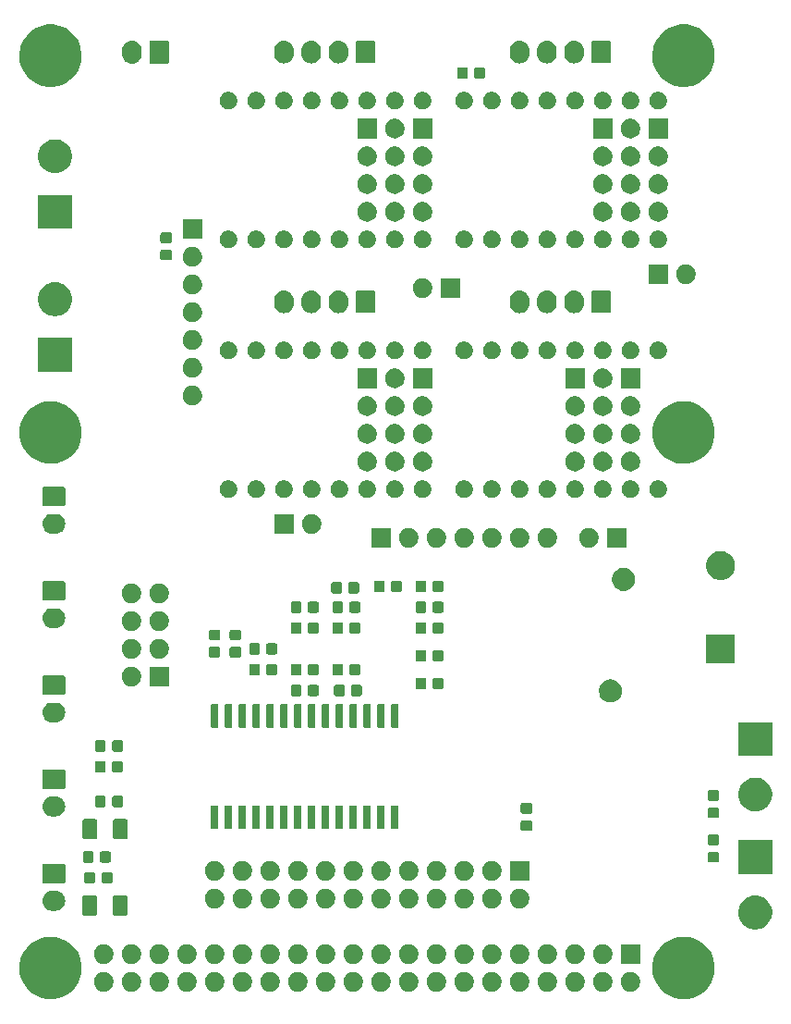
<source format=gbr>
G04 #@! TF.GenerationSoftware,KiCad,Pcbnew,5.1.5+dfsg1-2build2*
G04 #@! TF.CreationDate,2020-12-13T22:45:39+09:00*
G04 #@! TF.ProjectId,Klipper,4b6c6970-7065-4722-9e6b-696361645f70,rev?*
G04 #@! TF.SameCoordinates,Original*
G04 #@! TF.FileFunction,Soldermask,Bot*
G04 #@! TF.FilePolarity,Negative*
%FSLAX46Y46*%
G04 Gerber Fmt 4.6, Leading zero omitted, Abs format (unit mm)*
G04 Created by KiCad (PCBNEW 5.1.5+dfsg1-2build2) date 2020-12-13 22:45:39*
%MOMM*%
%LPD*%
G04 APERTURE LIST*
%ADD10C,0.100000*%
G04 APERTURE END LIST*
D10*
G36*
X29556202Y-38953781D02*
G01*
X29831606Y-39008562D01*
X30350455Y-39223476D01*
X30817407Y-39535484D01*
X31214516Y-39932593D01*
X31526524Y-40399545D01*
X31736628Y-40906782D01*
X31741438Y-40918395D01*
X31851000Y-41469200D01*
X31851000Y-42030800D01*
X31813059Y-42221544D01*
X31741438Y-42581606D01*
X31526524Y-43100455D01*
X31214516Y-43567407D01*
X30817407Y-43964516D01*
X30350455Y-44276524D01*
X29831606Y-44491438D01*
X29280800Y-44601000D01*
X28719200Y-44601000D01*
X28168394Y-44491438D01*
X27649545Y-44276524D01*
X27182593Y-43964516D01*
X26785484Y-43567407D01*
X26473476Y-43100455D01*
X26258562Y-42581606D01*
X26186941Y-42221544D01*
X26149000Y-42030800D01*
X26149000Y-41469200D01*
X26258562Y-40918395D01*
X26263372Y-40906782D01*
X26473476Y-40399545D01*
X26785484Y-39932593D01*
X27182593Y-39535484D01*
X27649545Y-39223476D01*
X28168394Y-39008562D01*
X28443798Y-38953781D01*
X28719200Y-38899000D01*
X29280800Y-38899000D01*
X29556202Y-38953781D01*
G37*
G36*
X-28443798Y-38953781D02*
G01*
X-28168394Y-39008562D01*
X-27649545Y-39223476D01*
X-27182593Y-39535484D01*
X-26785484Y-39932593D01*
X-26473476Y-40399545D01*
X-26263372Y-40906782D01*
X-26258562Y-40918395D01*
X-26149000Y-41469200D01*
X-26149000Y-42030800D01*
X-26186941Y-42221544D01*
X-26258562Y-42581606D01*
X-26473476Y-43100455D01*
X-26785484Y-43567407D01*
X-27182593Y-43964516D01*
X-27649545Y-44276524D01*
X-28168394Y-44491438D01*
X-28719200Y-44601000D01*
X-29280800Y-44601000D01*
X-29831606Y-44491438D01*
X-30350455Y-44276524D01*
X-30817407Y-43964516D01*
X-31214516Y-43567407D01*
X-31526524Y-43100455D01*
X-31741438Y-42581606D01*
X-31813059Y-42221544D01*
X-31851000Y-42030800D01*
X-31851000Y-41469200D01*
X-31741438Y-40918395D01*
X-31736628Y-40906782D01*
X-31526524Y-40399545D01*
X-31214516Y-39932593D01*
X-30817407Y-39535484D01*
X-30350455Y-39223476D01*
X-29831606Y-39008562D01*
X-29556202Y-38953781D01*
X-29280800Y-38899000D01*
X-28719200Y-38899000D01*
X-28443798Y-38953781D01*
G37*
G36*
X24243512Y-42123927D02*
G01*
X24392812Y-42153624D01*
X24556784Y-42221544D01*
X24704354Y-42320147D01*
X24829853Y-42445646D01*
X24928456Y-42593216D01*
X24996376Y-42757188D01*
X25031000Y-42931259D01*
X25031000Y-43108741D01*
X24996376Y-43282812D01*
X24928456Y-43446784D01*
X24829853Y-43594354D01*
X24704354Y-43719853D01*
X24556784Y-43818456D01*
X24392812Y-43886376D01*
X24243512Y-43916073D01*
X24218742Y-43921000D01*
X24041258Y-43921000D01*
X24016488Y-43916073D01*
X23867188Y-43886376D01*
X23703216Y-43818456D01*
X23555646Y-43719853D01*
X23430147Y-43594354D01*
X23331544Y-43446784D01*
X23263624Y-43282812D01*
X23229000Y-43108741D01*
X23229000Y-42931259D01*
X23263624Y-42757188D01*
X23331544Y-42593216D01*
X23430147Y-42445646D01*
X23555646Y-42320147D01*
X23703216Y-42221544D01*
X23867188Y-42153624D01*
X24016488Y-42123927D01*
X24041258Y-42119000D01*
X24218742Y-42119000D01*
X24243512Y-42123927D01*
G37*
G36*
X-8776488Y-42123927D02*
G01*
X-8627188Y-42153624D01*
X-8463216Y-42221544D01*
X-8315646Y-42320147D01*
X-8190147Y-42445646D01*
X-8091544Y-42593216D01*
X-8023624Y-42757188D01*
X-7989000Y-42931259D01*
X-7989000Y-43108741D01*
X-8023624Y-43282812D01*
X-8091544Y-43446784D01*
X-8190147Y-43594354D01*
X-8315646Y-43719853D01*
X-8463216Y-43818456D01*
X-8627188Y-43886376D01*
X-8776488Y-43916073D01*
X-8801258Y-43921000D01*
X-8978742Y-43921000D01*
X-9003512Y-43916073D01*
X-9152812Y-43886376D01*
X-9316784Y-43818456D01*
X-9464354Y-43719853D01*
X-9589853Y-43594354D01*
X-9688456Y-43446784D01*
X-9756376Y-43282812D01*
X-9791000Y-43108741D01*
X-9791000Y-42931259D01*
X-9756376Y-42757188D01*
X-9688456Y-42593216D01*
X-9589853Y-42445646D01*
X-9464354Y-42320147D01*
X-9316784Y-42221544D01*
X-9152812Y-42153624D01*
X-9003512Y-42123927D01*
X-8978742Y-42119000D01*
X-8801258Y-42119000D01*
X-8776488Y-42123927D01*
G37*
G36*
X14083512Y-42123927D02*
G01*
X14232812Y-42153624D01*
X14396784Y-42221544D01*
X14544354Y-42320147D01*
X14669853Y-42445646D01*
X14768456Y-42593216D01*
X14836376Y-42757188D01*
X14871000Y-42931259D01*
X14871000Y-43108741D01*
X14836376Y-43282812D01*
X14768456Y-43446784D01*
X14669853Y-43594354D01*
X14544354Y-43719853D01*
X14396784Y-43818456D01*
X14232812Y-43886376D01*
X14083512Y-43916073D01*
X14058742Y-43921000D01*
X13881258Y-43921000D01*
X13856488Y-43916073D01*
X13707188Y-43886376D01*
X13543216Y-43818456D01*
X13395646Y-43719853D01*
X13270147Y-43594354D01*
X13171544Y-43446784D01*
X13103624Y-43282812D01*
X13069000Y-43108741D01*
X13069000Y-42931259D01*
X13103624Y-42757188D01*
X13171544Y-42593216D01*
X13270147Y-42445646D01*
X13395646Y-42320147D01*
X13543216Y-42221544D01*
X13707188Y-42153624D01*
X13856488Y-42123927D01*
X13881258Y-42119000D01*
X14058742Y-42119000D01*
X14083512Y-42123927D01*
G37*
G36*
X11543512Y-42123927D02*
G01*
X11692812Y-42153624D01*
X11856784Y-42221544D01*
X12004354Y-42320147D01*
X12129853Y-42445646D01*
X12228456Y-42593216D01*
X12296376Y-42757188D01*
X12331000Y-42931259D01*
X12331000Y-43108741D01*
X12296376Y-43282812D01*
X12228456Y-43446784D01*
X12129853Y-43594354D01*
X12004354Y-43719853D01*
X11856784Y-43818456D01*
X11692812Y-43886376D01*
X11543512Y-43916073D01*
X11518742Y-43921000D01*
X11341258Y-43921000D01*
X11316488Y-43916073D01*
X11167188Y-43886376D01*
X11003216Y-43818456D01*
X10855646Y-43719853D01*
X10730147Y-43594354D01*
X10631544Y-43446784D01*
X10563624Y-43282812D01*
X10529000Y-43108741D01*
X10529000Y-42931259D01*
X10563624Y-42757188D01*
X10631544Y-42593216D01*
X10730147Y-42445646D01*
X10855646Y-42320147D01*
X11003216Y-42221544D01*
X11167188Y-42153624D01*
X11316488Y-42123927D01*
X11341258Y-42119000D01*
X11518742Y-42119000D01*
X11543512Y-42123927D01*
G37*
G36*
X9003512Y-42123927D02*
G01*
X9152812Y-42153624D01*
X9316784Y-42221544D01*
X9464354Y-42320147D01*
X9589853Y-42445646D01*
X9688456Y-42593216D01*
X9756376Y-42757188D01*
X9791000Y-42931259D01*
X9791000Y-43108741D01*
X9756376Y-43282812D01*
X9688456Y-43446784D01*
X9589853Y-43594354D01*
X9464354Y-43719853D01*
X9316784Y-43818456D01*
X9152812Y-43886376D01*
X9003512Y-43916073D01*
X8978742Y-43921000D01*
X8801258Y-43921000D01*
X8776488Y-43916073D01*
X8627188Y-43886376D01*
X8463216Y-43818456D01*
X8315646Y-43719853D01*
X8190147Y-43594354D01*
X8091544Y-43446784D01*
X8023624Y-43282812D01*
X7989000Y-43108741D01*
X7989000Y-42931259D01*
X8023624Y-42757188D01*
X8091544Y-42593216D01*
X8190147Y-42445646D01*
X8315646Y-42320147D01*
X8463216Y-42221544D01*
X8627188Y-42153624D01*
X8776488Y-42123927D01*
X8801258Y-42119000D01*
X8978742Y-42119000D01*
X9003512Y-42123927D01*
G37*
G36*
X6463512Y-42123927D02*
G01*
X6612812Y-42153624D01*
X6776784Y-42221544D01*
X6924354Y-42320147D01*
X7049853Y-42445646D01*
X7148456Y-42593216D01*
X7216376Y-42757188D01*
X7251000Y-42931259D01*
X7251000Y-43108741D01*
X7216376Y-43282812D01*
X7148456Y-43446784D01*
X7049853Y-43594354D01*
X6924354Y-43719853D01*
X6776784Y-43818456D01*
X6612812Y-43886376D01*
X6463512Y-43916073D01*
X6438742Y-43921000D01*
X6261258Y-43921000D01*
X6236488Y-43916073D01*
X6087188Y-43886376D01*
X5923216Y-43818456D01*
X5775646Y-43719853D01*
X5650147Y-43594354D01*
X5551544Y-43446784D01*
X5483624Y-43282812D01*
X5449000Y-43108741D01*
X5449000Y-42931259D01*
X5483624Y-42757188D01*
X5551544Y-42593216D01*
X5650147Y-42445646D01*
X5775646Y-42320147D01*
X5923216Y-42221544D01*
X6087188Y-42153624D01*
X6236488Y-42123927D01*
X6261258Y-42119000D01*
X6438742Y-42119000D01*
X6463512Y-42123927D01*
G37*
G36*
X3923512Y-42123927D02*
G01*
X4072812Y-42153624D01*
X4236784Y-42221544D01*
X4384354Y-42320147D01*
X4509853Y-42445646D01*
X4608456Y-42593216D01*
X4676376Y-42757188D01*
X4711000Y-42931259D01*
X4711000Y-43108741D01*
X4676376Y-43282812D01*
X4608456Y-43446784D01*
X4509853Y-43594354D01*
X4384354Y-43719853D01*
X4236784Y-43818456D01*
X4072812Y-43886376D01*
X3923512Y-43916073D01*
X3898742Y-43921000D01*
X3721258Y-43921000D01*
X3696488Y-43916073D01*
X3547188Y-43886376D01*
X3383216Y-43818456D01*
X3235646Y-43719853D01*
X3110147Y-43594354D01*
X3011544Y-43446784D01*
X2943624Y-43282812D01*
X2909000Y-43108741D01*
X2909000Y-42931259D01*
X2943624Y-42757188D01*
X3011544Y-42593216D01*
X3110147Y-42445646D01*
X3235646Y-42320147D01*
X3383216Y-42221544D01*
X3547188Y-42153624D01*
X3696488Y-42123927D01*
X3721258Y-42119000D01*
X3898742Y-42119000D01*
X3923512Y-42123927D01*
G37*
G36*
X1383512Y-42123927D02*
G01*
X1532812Y-42153624D01*
X1696784Y-42221544D01*
X1844354Y-42320147D01*
X1969853Y-42445646D01*
X2068456Y-42593216D01*
X2136376Y-42757188D01*
X2171000Y-42931259D01*
X2171000Y-43108741D01*
X2136376Y-43282812D01*
X2068456Y-43446784D01*
X1969853Y-43594354D01*
X1844354Y-43719853D01*
X1696784Y-43818456D01*
X1532812Y-43886376D01*
X1383512Y-43916073D01*
X1358742Y-43921000D01*
X1181258Y-43921000D01*
X1156488Y-43916073D01*
X1007188Y-43886376D01*
X843216Y-43818456D01*
X695646Y-43719853D01*
X570147Y-43594354D01*
X471544Y-43446784D01*
X403624Y-43282812D01*
X369000Y-43108741D01*
X369000Y-42931259D01*
X403624Y-42757188D01*
X471544Y-42593216D01*
X570147Y-42445646D01*
X695646Y-42320147D01*
X843216Y-42221544D01*
X1007188Y-42153624D01*
X1156488Y-42123927D01*
X1181258Y-42119000D01*
X1358742Y-42119000D01*
X1383512Y-42123927D01*
G37*
G36*
X-1156488Y-42123927D02*
G01*
X-1007188Y-42153624D01*
X-843216Y-42221544D01*
X-695646Y-42320147D01*
X-570147Y-42445646D01*
X-471544Y-42593216D01*
X-403624Y-42757188D01*
X-369000Y-42931259D01*
X-369000Y-43108741D01*
X-403624Y-43282812D01*
X-471544Y-43446784D01*
X-570147Y-43594354D01*
X-695646Y-43719853D01*
X-843216Y-43818456D01*
X-1007188Y-43886376D01*
X-1156488Y-43916073D01*
X-1181258Y-43921000D01*
X-1358742Y-43921000D01*
X-1383512Y-43916073D01*
X-1532812Y-43886376D01*
X-1696784Y-43818456D01*
X-1844354Y-43719853D01*
X-1969853Y-43594354D01*
X-2068456Y-43446784D01*
X-2136376Y-43282812D01*
X-2171000Y-43108741D01*
X-2171000Y-42931259D01*
X-2136376Y-42757188D01*
X-2068456Y-42593216D01*
X-1969853Y-42445646D01*
X-1844354Y-42320147D01*
X-1696784Y-42221544D01*
X-1532812Y-42153624D01*
X-1383512Y-42123927D01*
X-1358742Y-42119000D01*
X-1181258Y-42119000D01*
X-1156488Y-42123927D01*
G37*
G36*
X-3696488Y-42123927D02*
G01*
X-3547188Y-42153624D01*
X-3383216Y-42221544D01*
X-3235646Y-42320147D01*
X-3110147Y-42445646D01*
X-3011544Y-42593216D01*
X-2943624Y-42757188D01*
X-2909000Y-42931259D01*
X-2909000Y-43108741D01*
X-2943624Y-43282812D01*
X-3011544Y-43446784D01*
X-3110147Y-43594354D01*
X-3235646Y-43719853D01*
X-3383216Y-43818456D01*
X-3547188Y-43886376D01*
X-3696488Y-43916073D01*
X-3721258Y-43921000D01*
X-3898742Y-43921000D01*
X-3923512Y-43916073D01*
X-4072812Y-43886376D01*
X-4236784Y-43818456D01*
X-4384354Y-43719853D01*
X-4509853Y-43594354D01*
X-4608456Y-43446784D01*
X-4676376Y-43282812D01*
X-4711000Y-43108741D01*
X-4711000Y-42931259D01*
X-4676376Y-42757188D01*
X-4608456Y-42593216D01*
X-4509853Y-42445646D01*
X-4384354Y-42320147D01*
X-4236784Y-42221544D01*
X-4072812Y-42153624D01*
X-3923512Y-42123927D01*
X-3898742Y-42119000D01*
X-3721258Y-42119000D01*
X-3696488Y-42123927D01*
G37*
G36*
X-6236488Y-42123927D02*
G01*
X-6087188Y-42153624D01*
X-5923216Y-42221544D01*
X-5775646Y-42320147D01*
X-5650147Y-42445646D01*
X-5551544Y-42593216D01*
X-5483624Y-42757188D01*
X-5449000Y-42931259D01*
X-5449000Y-43108741D01*
X-5483624Y-43282812D01*
X-5551544Y-43446784D01*
X-5650147Y-43594354D01*
X-5775646Y-43719853D01*
X-5923216Y-43818456D01*
X-6087188Y-43886376D01*
X-6236488Y-43916073D01*
X-6261258Y-43921000D01*
X-6438742Y-43921000D01*
X-6463512Y-43916073D01*
X-6612812Y-43886376D01*
X-6776784Y-43818456D01*
X-6924354Y-43719853D01*
X-7049853Y-43594354D01*
X-7148456Y-43446784D01*
X-7216376Y-43282812D01*
X-7251000Y-43108741D01*
X-7251000Y-42931259D01*
X-7216376Y-42757188D01*
X-7148456Y-42593216D01*
X-7049853Y-42445646D01*
X-6924354Y-42320147D01*
X-6776784Y-42221544D01*
X-6612812Y-42153624D01*
X-6463512Y-42123927D01*
X-6438742Y-42119000D01*
X-6261258Y-42119000D01*
X-6236488Y-42123927D01*
G37*
G36*
X-11316488Y-42123927D02*
G01*
X-11167188Y-42153624D01*
X-11003216Y-42221544D01*
X-10855646Y-42320147D01*
X-10730147Y-42445646D01*
X-10631544Y-42593216D01*
X-10563624Y-42757188D01*
X-10529000Y-42931259D01*
X-10529000Y-43108741D01*
X-10563624Y-43282812D01*
X-10631544Y-43446784D01*
X-10730147Y-43594354D01*
X-10855646Y-43719853D01*
X-11003216Y-43818456D01*
X-11167188Y-43886376D01*
X-11316488Y-43916073D01*
X-11341258Y-43921000D01*
X-11518742Y-43921000D01*
X-11543512Y-43916073D01*
X-11692812Y-43886376D01*
X-11856784Y-43818456D01*
X-12004354Y-43719853D01*
X-12129853Y-43594354D01*
X-12228456Y-43446784D01*
X-12296376Y-43282812D01*
X-12331000Y-43108741D01*
X-12331000Y-42931259D01*
X-12296376Y-42757188D01*
X-12228456Y-42593216D01*
X-12129853Y-42445646D01*
X-12004354Y-42320147D01*
X-11856784Y-42221544D01*
X-11692812Y-42153624D01*
X-11543512Y-42123927D01*
X-11518742Y-42119000D01*
X-11341258Y-42119000D01*
X-11316488Y-42123927D01*
G37*
G36*
X16623512Y-42123927D02*
G01*
X16772812Y-42153624D01*
X16936784Y-42221544D01*
X17084354Y-42320147D01*
X17209853Y-42445646D01*
X17308456Y-42593216D01*
X17376376Y-42757188D01*
X17411000Y-42931259D01*
X17411000Y-43108741D01*
X17376376Y-43282812D01*
X17308456Y-43446784D01*
X17209853Y-43594354D01*
X17084354Y-43719853D01*
X16936784Y-43818456D01*
X16772812Y-43886376D01*
X16623512Y-43916073D01*
X16598742Y-43921000D01*
X16421258Y-43921000D01*
X16396488Y-43916073D01*
X16247188Y-43886376D01*
X16083216Y-43818456D01*
X15935646Y-43719853D01*
X15810147Y-43594354D01*
X15711544Y-43446784D01*
X15643624Y-43282812D01*
X15609000Y-43108741D01*
X15609000Y-42931259D01*
X15643624Y-42757188D01*
X15711544Y-42593216D01*
X15810147Y-42445646D01*
X15935646Y-42320147D01*
X16083216Y-42221544D01*
X16247188Y-42153624D01*
X16396488Y-42123927D01*
X16421258Y-42119000D01*
X16598742Y-42119000D01*
X16623512Y-42123927D01*
G37*
G36*
X21703512Y-42123927D02*
G01*
X21852812Y-42153624D01*
X22016784Y-42221544D01*
X22164354Y-42320147D01*
X22289853Y-42445646D01*
X22388456Y-42593216D01*
X22456376Y-42757188D01*
X22491000Y-42931259D01*
X22491000Y-43108741D01*
X22456376Y-43282812D01*
X22388456Y-43446784D01*
X22289853Y-43594354D01*
X22164354Y-43719853D01*
X22016784Y-43818456D01*
X21852812Y-43886376D01*
X21703512Y-43916073D01*
X21678742Y-43921000D01*
X21501258Y-43921000D01*
X21476488Y-43916073D01*
X21327188Y-43886376D01*
X21163216Y-43818456D01*
X21015646Y-43719853D01*
X20890147Y-43594354D01*
X20791544Y-43446784D01*
X20723624Y-43282812D01*
X20689000Y-43108741D01*
X20689000Y-42931259D01*
X20723624Y-42757188D01*
X20791544Y-42593216D01*
X20890147Y-42445646D01*
X21015646Y-42320147D01*
X21163216Y-42221544D01*
X21327188Y-42153624D01*
X21476488Y-42123927D01*
X21501258Y-42119000D01*
X21678742Y-42119000D01*
X21703512Y-42123927D01*
G37*
G36*
X-24016488Y-42123927D02*
G01*
X-23867188Y-42153624D01*
X-23703216Y-42221544D01*
X-23555646Y-42320147D01*
X-23430147Y-42445646D01*
X-23331544Y-42593216D01*
X-23263624Y-42757188D01*
X-23229000Y-42931259D01*
X-23229000Y-43108741D01*
X-23263624Y-43282812D01*
X-23331544Y-43446784D01*
X-23430147Y-43594354D01*
X-23555646Y-43719853D01*
X-23703216Y-43818456D01*
X-23867188Y-43886376D01*
X-24016488Y-43916073D01*
X-24041258Y-43921000D01*
X-24218742Y-43921000D01*
X-24243512Y-43916073D01*
X-24392812Y-43886376D01*
X-24556784Y-43818456D01*
X-24704354Y-43719853D01*
X-24829853Y-43594354D01*
X-24928456Y-43446784D01*
X-24996376Y-43282812D01*
X-25031000Y-43108741D01*
X-25031000Y-42931259D01*
X-24996376Y-42757188D01*
X-24928456Y-42593216D01*
X-24829853Y-42445646D01*
X-24704354Y-42320147D01*
X-24556784Y-42221544D01*
X-24392812Y-42153624D01*
X-24243512Y-42123927D01*
X-24218742Y-42119000D01*
X-24041258Y-42119000D01*
X-24016488Y-42123927D01*
G37*
G36*
X-21476488Y-42123927D02*
G01*
X-21327188Y-42153624D01*
X-21163216Y-42221544D01*
X-21015646Y-42320147D01*
X-20890147Y-42445646D01*
X-20791544Y-42593216D01*
X-20723624Y-42757188D01*
X-20689000Y-42931259D01*
X-20689000Y-43108741D01*
X-20723624Y-43282812D01*
X-20791544Y-43446784D01*
X-20890147Y-43594354D01*
X-21015646Y-43719853D01*
X-21163216Y-43818456D01*
X-21327188Y-43886376D01*
X-21476488Y-43916073D01*
X-21501258Y-43921000D01*
X-21678742Y-43921000D01*
X-21703512Y-43916073D01*
X-21852812Y-43886376D01*
X-22016784Y-43818456D01*
X-22164354Y-43719853D01*
X-22289853Y-43594354D01*
X-22388456Y-43446784D01*
X-22456376Y-43282812D01*
X-22491000Y-43108741D01*
X-22491000Y-42931259D01*
X-22456376Y-42757188D01*
X-22388456Y-42593216D01*
X-22289853Y-42445646D01*
X-22164354Y-42320147D01*
X-22016784Y-42221544D01*
X-21852812Y-42153624D01*
X-21703512Y-42123927D01*
X-21678742Y-42119000D01*
X-21501258Y-42119000D01*
X-21476488Y-42123927D01*
G37*
G36*
X-18936488Y-42123927D02*
G01*
X-18787188Y-42153624D01*
X-18623216Y-42221544D01*
X-18475646Y-42320147D01*
X-18350147Y-42445646D01*
X-18251544Y-42593216D01*
X-18183624Y-42757188D01*
X-18149000Y-42931259D01*
X-18149000Y-43108741D01*
X-18183624Y-43282812D01*
X-18251544Y-43446784D01*
X-18350147Y-43594354D01*
X-18475646Y-43719853D01*
X-18623216Y-43818456D01*
X-18787188Y-43886376D01*
X-18936488Y-43916073D01*
X-18961258Y-43921000D01*
X-19138742Y-43921000D01*
X-19163512Y-43916073D01*
X-19312812Y-43886376D01*
X-19476784Y-43818456D01*
X-19624354Y-43719853D01*
X-19749853Y-43594354D01*
X-19848456Y-43446784D01*
X-19916376Y-43282812D01*
X-19951000Y-43108741D01*
X-19951000Y-42931259D01*
X-19916376Y-42757188D01*
X-19848456Y-42593216D01*
X-19749853Y-42445646D01*
X-19624354Y-42320147D01*
X-19476784Y-42221544D01*
X-19312812Y-42153624D01*
X-19163512Y-42123927D01*
X-19138742Y-42119000D01*
X-18961258Y-42119000D01*
X-18936488Y-42123927D01*
G37*
G36*
X-16396488Y-42123927D02*
G01*
X-16247188Y-42153624D01*
X-16083216Y-42221544D01*
X-15935646Y-42320147D01*
X-15810147Y-42445646D01*
X-15711544Y-42593216D01*
X-15643624Y-42757188D01*
X-15609000Y-42931259D01*
X-15609000Y-43108741D01*
X-15643624Y-43282812D01*
X-15711544Y-43446784D01*
X-15810147Y-43594354D01*
X-15935646Y-43719853D01*
X-16083216Y-43818456D01*
X-16247188Y-43886376D01*
X-16396488Y-43916073D01*
X-16421258Y-43921000D01*
X-16598742Y-43921000D01*
X-16623512Y-43916073D01*
X-16772812Y-43886376D01*
X-16936784Y-43818456D01*
X-17084354Y-43719853D01*
X-17209853Y-43594354D01*
X-17308456Y-43446784D01*
X-17376376Y-43282812D01*
X-17411000Y-43108741D01*
X-17411000Y-42931259D01*
X-17376376Y-42757188D01*
X-17308456Y-42593216D01*
X-17209853Y-42445646D01*
X-17084354Y-42320147D01*
X-16936784Y-42221544D01*
X-16772812Y-42153624D01*
X-16623512Y-42123927D01*
X-16598742Y-42119000D01*
X-16421258Y-42119000D01*
X-16396488Y-42123927D01*
G37*
G36*
X19163512Y-42123927D02*
G01*
X19312812Y-42153624D01*
X19476784Y-42221544D01*
X19624354Y-42320147D01*
X19749853Y-42445646D01*
X19848456Y-42593216D01*
X19916376Y-42757188D01*
X19951000Y-42931259D01*
X19951000Y-43108741D01*
X19916376Y-43282812D01*
X19848456Y-43446784D01*
X19749853Y-43594354D01*
X19624354Y-43719853D01*
X19476784Y-43818456D01*
X19312812Y-43886376D01*
X19163512Y-43916073D01*
X19138742Y-43921000D01*
X18961258Y-43921000D01*
X18936488Y-43916073D01*
X18787188Y-43886376D01*
X18623216Y-43818456D01*
X18475646Y-43719853D01*
X18350147Y-43594354D01*
X18251544Y-43446784D01*
X18183624Y-43282812D01*
X18149000Y-43108741D01*
X18149000Y-42931259D01*
X18183624Y-42757188D01*
X18251544Y-42593216D01*
X18350147Y-42445646D01*
X18475646Y-42320147D01*
X18623216Y-42221544D01*
X18787188Y-42153624D01*
X18936488Y-42123927D01*
X18961258Y-42119000D01*
X19138742Y-42119000D01*
X19163512Y-42123927D01*
G37*
G36*
X-13856488Y-42123927D02*
G01*
X-13707188Y-42153624D01*
X-13543216Y-42221544D01*
X-13395646Y-42320147D01*
X-13270147Y-42445646D01*
X-13171544Y-42593216D01*
X-13103624Y-42757188D01*
X-13069000Y-42931259D01*
X-13069000Y-43108741D01*
X-13103624Y-43282812D01*
X-13171544Y-43446784D01*
X-13270147Y-43594354D01*
X-13395646Y-43719853D01*
X-13543216Y-43818456D01*
X-13707188Y-43886376D01*
X-13856488Y-43916073D01*
X-13881258Y-43921000D01*
X-14058742Y-43921000D01*
X-14083512Y-43916073D01*
X-14232812Y-43886376D01*
X-14396784Y-43818456D01*
X-14544354Y-43719853D01*
X-14669853Y-43594354D01*
X-14768456Y-43446784D01*
X-14836376Y-43282812D01*
X-14871000Y-43108741D01*
X-14871000Y-42931259D01*
X-14836376Y-42757188D01*
X-14768456Y-42593216D01*
X-14669853Y-42445646D01*
X-14544354Y-42320147D01*
X-14396784Y-42221544D01*
X-14232812Y-42153624D01*
X-14083512Y-42123927D01*
X-14058742Y-42119000D01*
X-13881258Y-42119000D01*
X-13856488Y-42123927D01*
G37*
G36*
X1383512Y-39583927D02*
G01*
X1532812Y-39613624D01*
X1696784Y-39681544D01*
X1844354Y-39780147D01*
X1969853Y-39905646D01*
X2068456Y-40053216D01*
X2136376Y-40217188D01*
X2171000Y-40391259D01*
X2171000Y-40568741D01*
X2136376Y-40742812D01*
X2068456Y-40906784D01*
X1969853Y-41054354D01*
X1844354Y-41179853D01*
X1696784Y-41278456D01*
X1532812Y-41346376D01*
X1383512Y-41376073D01*
X1358742Y-41381000D01*
X1181258Y-41381000D01*
X1156488Y-41376073D01*
X1007188Y-41346376D01*
X843216Y-41278456D01*
X695646Y-41179853D01*
X570147Y-41054354D01*
X471544Y-40906784D01*
X403624Y-40742812D01*
X369000Y-40568741D01*
X369000Y-40391259D01*
X403624Y-40217188D01*
X471544Y-40053216D01*
X570147Y-39905646D01*
X695646Y-39780147D01*
X843216Y-39681544D01*
X1007188Y-39613624D01*
X1156488Y-39583927D01*
X1181258Y-39579000D01*
X1358742Y-39579000D01*
X1383512Y-39583927D01*
G37*
G36*
X-24016488Y-39583927D02*
G01*
X-23867188Y-39613624D01*
X-23703216Y-39681544D01*
X-23555646Y-39780147D01*
X-23430147Y-39905646D01*
X-23331544Y-40053216D01*
X-23263624Y-40217188D01*
X-23229000Y-40391259D01*
X-23229000Y-40568741D01*
X-23263624Y-40742812D01*
X-23331544Y-40906784D01*
X-23430147Y-41054354D01*
X-23555646Y-41179853D01*
X-23703216Y-41278456D01*
X-23867188Y-41346376D01*
X-24016488Y-41376073D01*
X-24041258Y-41381000D01*
X-24218742Y-41381000D01*
X-24243512Y-41376073D01*
X-24392812Y-41346376D01*
X-24556784Y-41278456D01*
X-24704354Y-41179853D01*
X-24829853Y-41054354D01*
X-24928456Y-40906784D01*
X-24996376Y-40742812D01*
X-25031000Y-40568741D01*
X-25031000Y-40391259D01*
X-24996376Y-40217188D01*
X-24928456Y-40053216D01*
X-24829853Y-39905646D01*
X-24704354Y-39780147D01*
X-24556784Y-39681544D01*
X-24392812Y-39613624D01*
X-24243512Y-39583927D01*
X-24218742Y-39579000D01*
X-24041258Y-39579000D01*
X-24016488Y-39583927D01*
G37*
G36*
X-21476488Y-39583927D02*
G01*
X-21327188Y-39613624D01*
X-21163216Y-39681544D01*
X-21015646Y-39780147D01*
X-20890147Y-39905646D01*
X-20791544Y-40053216D01*
X-20723624Y-40217188D01*
X-20689000Y-40391259D01*
X-20689000Y-40568741D01*
X-20723624Y-40742812D01*
X-20791544Y-40906784D01*
X-20890147Y-41054354D01*
X-21015646Y-41179853D01*
X-21163216Y-41278456D01*
X-21327188Y-41346376D01*
X-21476488Y-41376073D01*
X-21501258Y-41381000D01*
X-21678742Y-41381000D01*
X-21703512Y-41376073D01*
X-21852812Y-41346376D01*
X-22016784Y-41278456D01*
X-22164354Y-41179853D01*
X-22289853Y-41054354D01*
X-22388456Y-40906784D01*
X-22456376Y-40742812D01*
X-22491000Y-40568741D01*
X-22491000Y-40391259D01*
X-22456376Y-40217188D01*
X-22388456Y-40053216D01*
X-22289853Y-39905646D01*
X-22164354Y-39780147D01*
X-22016784Y-39681544D01*
X-21852812Y-39613624D01*
X-21703512Y-39583927D01*
X-21678742Y-39579000D01*
X-21501258Y-39579000D01*
X-21476488Y-39583927D01*
G37*
G36*
X-18936488Y-39583927D02*
G01*
X-18787188Y-39613624D01*
X-18623216Y-39681544D01*
X-18475646Y-39780147D01*
X-18350147Y-39905646D01*
X-18251544Y-40053216D01*
X-18183624Y-40217188D01*
X-18149000Y-40391259D01*
X-18149000Y-40568741D01*
X-18183624Y-40742812D01*
X-18251544Y-40906784D01*
X-18350147Y-41054354D01*
X-18475646Y-41179853D01*
X-18623216Y-41278456D01*
X-18787188Y-41346376D01*
X-18936488Y-41376073D01*
X-18961258Y-41381000D01*
X-19138742Y-41381000D01*
X-19163512Y-41376073D01*
X-19312812Y-41346376D01*
X-19476784Y-41278456D01*
X-19624354Y-41179853D01*
X-19749853Y-41054354D01*
X-19848456Y-40906784D01*
X-19916376Y-40742812D01*
X-19951000Y-40568741D01*
X-19951000Y-40391259D01*
X-19916376Y-40217188D01*
X-19848456Y-40053216D01*
X-19749853Y-39905646D01*
X-19624354Y-39780147D01*
X-19476784Y-39681544D01*
X-19312812Y-39613624D01*
X-19163512Y-39583927D01*
X-19138742Y-39579000D01*
X-18961258Y-39579000D01*
X-18936488Y-39583927D01*
G37*
G36*
X-16396488Y-39583927D02*
G01*
X-16247188Y-39613624D01*
X-16083216Y-39681544D01*
X-15935646Y-39780147D01*
X-15810147Y-39905646D01*
X-15711544Y-40053216D01*
X-15643624Y-40217188D01*
X-15609000Y-40391259D01*
X-15609000Y-40568741D01*
X-15643624Y-40742812D01*
X-15711544Y-40906784D01*
X-15810147Y-41054354D01*
X-15935646Y-41179853D01*
X-16083216Y-41278456D01*
X-16247188Y-41346376D01*
X-16396488Y-41376073D01*
X-16421258Y-41381000D01*
X-16598742Y-41381000D01*
X-16623512Y-41376073D01*
X-16772812Y-41346376D01*
X-16936784Y-41278456D01*
X-17084354Y-41179853D01*
X-17209853Y-41054354D01*
X-17308456Y-40906784D01*
X-17376376Y-40742812D01*
X-17411000Y-40568741D01*
X-17411000Y-40391259D01*
X-17376376Y-40217188D01*
X-17308456Y-40053216D01*
X-17209853Y-39905646D01*
X-17084354Y-39780147D01*
X-16936784Y-39681544D01*
X-16772812Y-39613624D01*
X-16623512Y-39583927D01*
X-16598742Y-39579000D01*
X-16421258Y-39579000D01*
X-16396488Y-39583927D01*
G37*
G36*
X-13856488Y-39583927D02*
G01*
X-13707188Y-39613624D01*
X-13543216Y-39681544D01*
X-13395646Y-39780147D01*
X-13270147Y-39905646D01*
X-13171544Y-40053216D01*
X-13103624Y-40217188D01*
X-13069000Y-40391259D01*
X-13069000Y-40568741D01*
X-13103624Y-40742812D01*
X-13171544Y-40906784D01*
X-13270147Y-41054354D01*
X-13395646Y-41179853D01*
X-13543216Y-41278456D01*
X-13707188Y-41346376D01*
X-13856488Y-41376073D01*
X-13881258Y-41381000D01*
X-14058742Y-41381000D01*
X-14083512Y-41376073D01*
X-14232812Y-41346376D01*
X-14396784Y-41278456D01*
X-14544354Y-41179853D01*
X-14669853Y-41054354D01*
X-14768456Y-40906784D01*
X-14836376Y-40742812D01*
X-14871000Y-40568741D01*
X-14871000Y-40391259D01*
X-14836376Y-40217188D01*
X-14768456Y-40053216D01*
X-14669853Y-39905646D01*
X-14544354Y-39780147D01*
X-14396784Y-39681544D01*
X-14232812Y-39613624D01*
X-14083512Y-39583927D01*
X-14058742Y-39579000D01*
X-13881258Y-39579000D01*
X-13856488Y-39583927D01*
G37*
G36*
X-11316488Y-39583927D02*
G01*
X-11167188Y-39613624D01*
X-11003216Y-39681544D01*
X-10855646Y-39780147D01*
X-10730147Y-39905646D01*
X-10631544Y-40053216D01*
X-10563624Y-40217188D01*
X-10529000Y-40391259D01*
X-10529000Y-40568741D01*
X-10563624Y-40742812D01*
X-10631544Y-40906784D01*
X-10730147Y-41054354D01*
X-10855646Y-41179853D01*
X-11003216Y-41278456D01*
X-11167188Y-41346376D01*
X-11316488Y-41376073D01*
X-11341258Y-41381000D01*
X-11518742Y-41381000D01*
X-11543512Y-41376073D01*
X-11692812Y-41346376D01*
X-11856784Y-41278456D01*
X-12004354Y-41179853D01*
X-12129853Y-41054354D01*
X-12228456Y-40906784D01*
X-12296376Y-40742812D01*
X-12331000Y-40568741D01*
X-12331000Y-40391259D01*
X-12296376Y-40217188D01*
X-12228456Y-40053216D01*
X-12129853Y-39905646D01*
X-12004354Y-39780147D01*
X-11856784Y-39681544D01*
X-11692812Y-39613624D01*
X-11543512Y-39583927D01*
X-11518742Y-39579000D01*
X-11341258Y-39579000D01*
X-11316488Y-39583927D01*
G37*
G36*
X-8776488Y-39583927D02*
G01*
X-8627188Y-39613624D01*
X-8463216Y-39681544D01*
X-8315646Y-39780147D01*
X-8190147Y-39905646D01*
X-8091544Y-40053216D01*
X-8023624Y-40217188D01*
X-7989000Y-40391259D01*
X-7989000Y-40568741D01*
X-8023624Y-40742812D01*
X-8091544Y-40906784D01*
X-8190147Y-41054354D01*
X-8315646Y-41179853D01*
X-8463216Y-41278456D01*
X-8627188Y-41346376D01*
X-8776488Y-41376073D01*
X-8801258Y-41381000D01*
X-8978742Y-41381000D01*
X-9003512Y-41376073D01*
X-9152812Y-41346376D01*
X-9316784Y-41278456D01*
X-9464354Y-41179853D01*
X-9589853Y-41054354D01*
X-9688456Y-40906784D01*
X-9756376Y-40742812D01*
X-9791000Y-40568741D01*
X-9791000Y-40391259D01*
X-9756376Y-40217188D01*
X-9688456Y-40053216D01*
X-9589853Y-39905646D01*
X-9464354Y-39780147D01*
X-9316784Y-39681544D01*
X-9152812Y-39613624D01*
X-9003512Y-39583927D01*
X-8978742Y-39579000D01*
X-8801258Y-39579000D01*
X-8776488Y-39583927D01*
G37*
G36*
X-6236488Y-39583927D02*
G01*
X-6087188Y-39613624D01*
X-5923216Y-39681544D01*
X-5775646Y-39780147D01*
X-5650147Y-39905646D01*
X-5551544Y-40053216D01*
X-5483624Y-40217188D01*
X-5449000Y-40391259D01*
X-5449000Y-40568741D01*
X-5483624Y-40742812D01*
X-5551544Y-40906784D01*
X-5650147Y-41054354D01*
X-5775646Y-41179853D01*
X-5923216Y-41278456D01*
X-6087188Y-41346376D01*
X-6236488Y-41376073D01*
X-6261258Y-41381000D01*
X-6438742Y-41381000D01*
X-6463512Y-41376073D01*
X-6612812Y-41346376D01*
X-6776784Y-41278456D01*
X-6924354Y-41179853D01*
X-7049853Y-41054354D01*
X-7148456Y-40906784D01*
X-7216376Y-40742812D01*
X-7251000Y-40568741D01*
X-7251000Y-40391259D01*
X-7216376Y-40217188D01*
X-7148456Y-40053216D01*
X-7049853Y-39905646D01*
X-6924354Y-39780147D01*
X-6776784Y-39681544D01*
X-6612812Y-39613624D01*
X-6463512Y-39583927D01*
X-6438742Y-39579000D01*
X-6261258Y-39579000D01*
X-6236488Y-39583927D01*
G37*
G36*
X-3696488Y-39583927D02*
G01*
X-3547188Y-39613624D01*
X-3383216Y-39681544D01*
X-3235646Y-39780147D01*
X-3110147Y-39905646D01*
X-3011544Y-40053216D01*
X-2943624Y-40217188D01*
X-2909000Y-40391259D01*
X-2909000Y-40568741D01*
X-2943624Y-40742812D01*
X-3011544Y-40906784D01*
X-3110147Y-41054354D01*
X-3235646Y-41179853D01*
X-3383216Y-41278456D01*
X-3547188Y-41346376D01*
X-3696488Y-41376073D01*
X-3721258Y-41381000D01*
X-3898742Y-41381000D01*
X-3923512Y-41376073D01*
X-4072812Y-41346376D01*
X-4236784Y-41278456D01*
X-4384354Y-41179853D01*
X-4509853Y-41054354D01*
X-4608456Y-40906784D01*
X-4676376Y-40742812D01*
X-4711000Y-40568741D01*
X-4711000Y-40391259D01*
X-4676376Y-40217188D01*
X-4608456Y-40053216D01*
X-4509853Y-39905646D01*
X-4384354Y-39780147D01*
X-4236784Y-39681544D01*
X-4072812Y-39613624D01*
X-3923512Y-39583927D01*
X-3898742Y-39579000D01*
X-3721258Y-39579000D01*
X-3696488Y-39583927D01*
G37*
G36*
X3923512Y-39583927D02*
G01*
X4072812Y-39613624D01*
X4236784Y-39681544D01*
X4384354Y-39780147D01*
X4509853Y-39905646D01*
X4608456Y-40053216D01*
X4676376Y-40217188D01*
X4711000Y-40391259D01*
X4711000Y-40568741D01*
X4676376Y-40742812D01*
X4608456Y-40906784D01*
X4509853Y-41054354D01*
X4384354Y-41179853D01*
X4236784Y-41278456D01*
X4072812Y-41346376D01*
X3923512Y-41376073D01*
X3898742Y-41381000D01*
X3721258Y-41381000D01*
X3696488Y-41376073D01*
X3547188Y-41346376D01*
X3383216Y-41278456D01*
X3235646Y-41179853D01*
X3110147Y-41054354D01*
X3011544Y-40906784D01*
X2943624Y-40742812D01*
X2909000Y-40568741D01*
X2909000Y-40391259D01*
X2943624Y-40217188D01*
X3011544Y-40053216D01*
X3110147Y-39905646D01*
X3235646Y-39780147D01*
X3383216Y-39681544D01*
X3547188Y-39613624D01*
X3696488Y-39583927D01*
X3721258Y-39579000D01*
X3898742Y-39579000D01*
X3923512Y-39583927D01*
G37*
G36*
X6463512Y-39583927D02*
G01*
X6612812Y-39613624D01*
X6776784Y-39681544D01*
X6924354Y-39780147D01*
X7049853Y-39905646D01*
X7148456Y-40053216D01*
X7216376Y-40217188D01*
X7251000Y-40391259D01*
X7251000Y-40568741D01*
X7216376Y-40742812D01*
X7148456Y-40906784D01*
X7049853Y-41054354D01*
X6924354Y-41179853D01*
X6776784Y-41278456D01*
X6612812Y-41346376D01*
X6463512Y-41376073D01*
X6438742Y-41381000D01*
X6261258Y-41381000D01*
X6236488Y-41376073D01*
X6087188Y-41346376D01*
X5923216Y-41278456D01*
X5775646Y-41179853D01*
X5650147Y-41054354D01*
X5551544Y-40906784D01*
X5483624Y-40742812D01*
X5449000Y-40568741D01*
X5449000Y-40391259D01*
X5483624Y-40217188D01*
X5551544Y-40053216D01*
X5650147Y-39905646D01*
X5775646Y-39780147D01*
X5923216Y-39681544D01*
X6087188Y-39613624D01*
X6236488Y-39583927D01*
X6261258Y-39579000D01*
X6438742Y-39579000D01*
X6463512Y-39583927D01*
G37*
G36*
X25031000Y-41381000D02*
G01*
X23229000Y-41381000D01*
X23229000Y-39579000D01*
X25031000Y-39579000D01*
X25031000Y-41381000D01*
G37*
G36*
X9003512Y-39583927D02*
G01*
X9152812Y-39613624D01*
X9316784Y-39681544D01*
X9464354Y-39780147D01*
X9589853Y-39905646D01*
X9688456Y-40053216D01*
X9756376Y-40217188D01*
X9791000Y-40391259D01*
X9791000Y-40568741D01*
X9756376Y-40742812D01*
X9688456Y-40906784D01*
X9589853Y-41054354D01*
X9464354Y-41179853D01*
X9316784Y-41278456D01*
X9152812Y-41346376D01*
X9003512Y-41376073D01*
X8978742Y-41381000D01*
X8801258Y-41381000D01*
X8776488Y-41376073D01*
X8627188Y-41346376D01*
X8463216Y-41278456D01*
X8315646Y-41179853D01*
X8190147Y-41054354D01*
X8091544Y-40906784D01*
X8023624Y-40742812D01*
X7989000Y-40568741D01*
X7989000Y-40391259D01*
X8023624Y-40217188D01*
X8091544Y-40053216D01*
X8190147Y-39905646D01*
X8315646Y-39780147D01*
X8463216Y-39681544D01*
X8627188Y-39613624D01*
X8776488Y-39583927D01*
X8801258Y-39579000D01*
X8978742Y-39579000D01*
X9003512Y-39583927D01*
G37*
G36*
X21703512Y-39583927D02*
G01*
X21852812Y-39613624D01*
X22016784Y-39681544D01*
X22164354Y-39780147D01*
X22289853Y-39905646D01*
X22388456Y-40053216D01*
X22456376Y-40217188D01*
X22491000Y-40391259D01*
X22491000Y-40568741D01*
X22456376Y-40742812D01*
X22388456Y-40906784D01*
X22289853Y-41054354D01*
X22164354Y-41179853D01*
X22016784Y-41278456D01*
X21852812Y-41346376D01*
X21703512Y-41376073D01*
X21678742Y-41381000D01*
X21501258Y-41381000D01*
X21476488Y-41376073D01*
X21327188Y-41346376D01*
X21163216Y-41278456D01*
X21015646Y-41179853D01*
X20890147Y-41054354D01*
X20791544Y-40906784D01*
X20723624Y-40742812D01*
X20689000Y-40568741D01*
X20689000Y-40391259D01*
X20723624Y-40217188D01*
X20791544Y-40053216D01*
X20890147Y-39905646D01*
X21015646Y-39780147D01*
X21163216Y-39681544D01*
X21327188Y-39613624D01*
X21476488Y-39583927D01*
X21501258Y-39579000D01*
X21678742Y-39579000D01*
X21703512Y-39583927D01*
G37*
G36*
X11543512Y-39583927D02*
G01*
X11692812Y-39613624D01*
X11856784Y-39681544D01*
X12004354Y-39780147D01*
X12129853Y-39905646D01*
X12228456Y-40053216D01*
X12296376Y-40217188D01*
X12331000Y-40391259D01*
X12331000Y-40568741D01*
X12296376Y-40742812D01*
X12228456Y-40906784D01*
X12129853Y-41054354D01*
X12004354Y-41179853D01*
X11856784Y-41278456D01*
X11692812Y-41346376D01*
X11543512Y-41376073D01*
X11518742Y-41381000D01*
X11341258Y-41381000D01*
X11316488Y-41376073D01*
X11167188Y-41346376D01*
X11003216Y-41278456D01*
X10855646Y-41179853D01*
X10730147Y-41054354D01*
X10631544Y-40906784D01*
X10563624Y-40742812D01*
X10529000Y-40568741D01*
X10529000Y-40391259D01*
X10563624Y-40217188D01*
X10631544Y-40053216D01*
X10730147Y-39905646D01*
X10855646Y-39780147D01*
X11003216Y-39681544D01*
X11167188Y-39613624D01*
X11316488Y-39583927D01*
X11341258Y-39579000D01*
X11518742Y-39579000D01*
X11543512Y-39583927D01*
G37*
G36*
X19163512Y-39583927D02*
G01*
X19312812Y-39613624D01*
X19476784Y-39681544D01*
X19624354Y-39780147D01*
X19749853Y-39905646D01*
X19848456Y-40053216D01*
X19916376Y-40217188D01*
X19951000Y-40391259D01*
X19951000Y-40568741D01*
X19916376Y-40742812D01*
X19848456Y-40906784D01*
X19749853Y-41054354D01*
X19624354Y-41179853D01*
X19476784Y-41278456D01*
X19312812Y-41346376D01*
X19163512Y-41376073D01*
X19138742Y-41381000D01*
X18961258Y-41381000D01*
X18936488Y-41376073D01*
X18787188Y-41346376D01*
X18623216Y-41278456D01*
X18475646Y-41179853D01*
X18350147Y-41054354D01*
X18251544Y-40906784D01*
X18183624Y-40742812D01*
X18149000Y-40568741D01*
X18149000Y-40391259D01*
X18183624Y-40217188D01*
X18251544Y-40053216D01*
X18350147Y-39905646D01*
X18475646Y-39780147D01*
X18623216Y-39681544D01*
X18787188Y-39613624D01*
X18936488Y-39583927D01*
X18961258Y-39579000D01*
X19138742Y-39579000D01*
X19163512Y-39583927D01*
G37*
G36*
X14083512Y-39583927D02*
G01*
X14232812Y-39613624D01*
X14396784Y-39681544D01*
X14544354Y-39780147D01*
X14669853Y-39905646D01*
X14768456Y-40053216D01*
X14836376Y-40217188D01*
X14871000Y-40391259D01*
X14871000Y-40568741D01*
X14836376Y-40742812D01*
X14768456Y-40906784D01*
X14669853Y-41054354D01*
X14544354Y-41179853D01*
X14396784Y-41278456D01*
X14232812Y-41346376D01*
X14083512Y-41376073D01*
X14058742Y-41381000D01*
X13881258Y-41381000D01*
X13856488Y-41376073D01*
X13707188Y-41346376D01*
X13543216Y-41278456D01*
X13395646Y-41179853D01*
X13270147Y-41054354D01*
X13171544Y-40906784D01*
X13103624Y-40742812D01*
X13069000Y-40568741D01*
X13069000Y-40391259D01*
X13103624Y-40217188D01*
X13171544Y-40053216D01*
X13270147Y-39905646D01*
X13395646Y-39780147D01*
X13543216Y-39681544D01*
X13707188Y-39613624D01*
X13856488Y-39583927D01*
X13881258Y-39579000D01*
X14058742Y-39579000D01*
X14083512Y-39583927D01*
G37*
G36*
X-1156488Y-39583927D02*
G01*
X-1007188Y-39613624D01*
X-843216Y-39681544D01*
X-695646Y-39780147D01*
X-570147Y-39905646D01*
X-471544Y-40053216D01*
X-403624Y-40217188D01*
X-369000Y-40391259D01*
X-369000Y-40568741D01*
X-403624Y-40742812D01*
X-471544Y-40906784D01*
X-570147Y-41054354D01*
X-695646Y-41179853D01*
X-843216Y-41278456D01*
X-1007188Y-41346376D01*
X-1156488Y-41376073D01*
X-1181258Y-41381000D01*
X-1358742Y-41381000D01*
X-1383512Y-41376073D01*
X-1532812Y-41346376D01*
X-1696784Y-41278456D01*
X-1844354Y-41179853D01*
X-1969853Y-41054354D01*
X-2068456Y-40906784D01*
X-2136376Y-40742812D01*
X-2171000Y-40568741D01*
X-2171000Y-40391259D01*
X-2136376Y-40217188D01*
X-2068456Y-40053216D01*
X-1969853Y-39905646D01*
X-1844354Y-39780147D01*
X-1696784Y-39681544D01*
X-1532812Y-39613624D01*
X-1383512Y-39583927D01*
X-1358742Y-39579000D01*
X-1181258Y-39579000D01*
X-1156488Y-39583927D01*
G37*
G36*
X16623512Y-39583927D02*
G01*
X16772812Y-39613624D01*
X16936784Y-39681544D01*
X17084354Y-39780147D01*
X17209853Y-39905646D01*
X17308456Y-40053216D01*
X17376376Y-40217188D01*
X17411000Y-40391259D01*
X17411000Y-40568741D01*
X17376376Y-40742812D01*
X17308456Y-40906784D01*
X17209853Y-41054354D01*
X17084354Y-41179853D01*
X16936784Y-41278456D01*
X16772812Y-41346376D01*
X16623512Y-41376073D01*
X16598742Y-41381000D01*
X16421258Y-41381000D01*
X16396488Y-41376073D01*
X16247188Y-41346376D01*
X16083216Y-41278456D01*
X15935646Y-41179853D01*
X15810147Y-41054354D01*
X15711544Y-40906784D01*
X15643624Y-40742812D01*
X15609000Y-40568741D01*
X15609000Y-40391259D01*
X15643624Y-40217188D01*
X15711544Y-40053216D01*
X15810147Y-39905646D01*
X15935646Y-39780147D01*
X16083216Y-39681544D01*
X16247188Y-39613624D01*
X16396488Y-39583927D01*
X16421258Y-39579000D01*
X16598742Y-39579000D01*
X16623512Y-39583927D01*
G37*
G36*
X35830566Y-35142433D02*
G01*
X36012410Y-35178604D01*
X36294674Y-35295521D01*
X36548705Y-35465259D01*
X36764741Y-35681295D01*
X36934479Y-35935326D01*
X37043470Y-36198456D01*
X37051396Y-36217591D01*
X37111000Y-36517239D01*
X37111000Y-36822761D01*
X37092567Y-36915429D01*
X37051396Y-37122410D01*
X36934479Y-37404674D01*
X36764741Y-37658705D01*
X36548705Y-37874741D01*
X36294674Y-38044479D01*
X36012410Y-38161396D01*
X35862585Y-38191198D01*
X35712761Y-38221000D01*
X35407239Y-38221000D01*
X35257415Y-38191198D01*
X35107590Y-38161396D01*
X34825326Y-38044479D01*
X34571295Y-37874741D01*
X34355259Y-37658705D01*
X34185521Y-37404674D01*
X34068604Y-37122410D01*
X34027433Y-36915429D01*
X34009000Y-36822761D01*
X34009000Y-36517239D01*
X34068604Y-36217591D01*
X34076530Y-36198456D01*
X34185521Y-35935326D01*
X34355259Y-35681295D01*
X34571295Y-35465259D01*
X34825326Y-35295521D01*
X35107590Y-35178604D01*
X35289434Y-35142433D01*
X35407239Y-35119000D01*
X35712761Y-35119000D01*
X35830566Y-35142433D01*
G37*
G36*
X-22081396Y-35113347D02*
G01*
X-22044856Y-35124432D01*
X-22011179Y-35142433D01*
X-21981659Y-35166659D01*
X-21957433Y-35196179D01*
X-21939432Y-35229856D01*
X-21928347Y-35266396D01*
X-21924000Y-35310538D01*
X-21924000Y-36759462D01*
X-21928347Y-36803604D01*
X-21939432Y-36840144D01*
X-21957433Y-36873821D01*
X-21981659Y-36903341D01*
X-22011179Y-36927567D01*
X-22044856Y-36945568D01*
X-22081396Y-36956653D01*
X-22125538Y-36961000D01*
X-23074462Y-36961000D01*
X-23118604Y-36956653D01*
X-23155144Y-36945568D01*
X-23188821Y-36927567D01*
X-23218341Y-36903341D01*
X-23242567Y-36873821D01*
X-23260568Y-36840144D01*
X-23271653Y-36803604D01*
X-23276000Y-36759462D01*
X-23276000Y-35310538D01*
X-23271653Y-35266396D01*
X-23260568Y-35229856D01*
X-23242567Y-35196179D01*
X-23218341Y-35166659D01*
X-23188821Y-35142433D01*
X-23155144Y-35124432D01*
X-23118604Y-35113347D01*
X-23074462Y-35109000D01*
X-22125538Y-35109000D01*
X-22081396Y-35113347D01*
G37*
G36*
X-24881396Y-35113347D02*
G01*
X-24844856Y-35124432D01*
X-24811179Y-35142433D01*
X-24781659Y-35166659D01*
X-24757433Y-35196179D01*
X-24739432Y-35229856D01*
X-24728347Y-35266396D01*
X-24724000Y-35310538D01*
X-24724000Y-36759462D01*
X-24728347Y-36803604D01*
X-24739432Y-36840144D01*
X-24757433Y-36873821D01*
X-24781659Y-36903341D01*
X-24811179Y-36927567D01*
X-24844856Y-36945568D01*
X-24881396Y-36956653D01*
X-24925538Y-36961000D01*
X-25874462Y-36961000D01*
X-25918604Y-36956653D01*
X-25955144Y-36945568D01*
X-25988821Y-36927567D01*
X-26018341Y-36903341D01*
X-26042567Y-36873821D01*
X-26060568Y-36840144D01*
X-26071653Y-36803604D01*
X-26076000Y-36759462D01*
X-26076000Y-35310538D01*
X-26071653Y-35266396D01*
X-26060568Y-35229856D01*
X-26042567Y-35196179D01*
X-26018341Y-35166659D01*
X-25988821Y-35142433D01*
X-25955144Y-35124432D01*
X-25918604Y-35113347D01*
X-25874462Y-35109000D01*
X-24925538Y-35109000D01*
X-24881396Y-35113347D01*
G37*
G36*
X-28441558Y-34719518D02*
G01*
X-28375373Y-34726037D01*
X-28205534Y-34777557D01*
X-28049009Y-34861222D01*
X-28013271Y-34890552D01*
X-27911814Y-34973814D01*
X-27828552Y-35075271D01*
X-27799222Y-35111009D01*
X-27715557Y-35267534D01*
X-27664037Y-35437373D01*
X-27646641Y-35614000D01*
X-27664037Y-35790627D01*
X-27715557Y-35960466D01*
X-27799222Y-36116991D01*
X-27828552Y-36152729D01*
X-27911814Y-36254186D01*
X-28013271Y-36337448D01*
X-28049009Y-36366778D01*
X-28205534Y-36450443D01*
X-28375373Y-36501963D01*
X-28441558Y-36508482D01*
X-28507740Y-36515000D01*
X-28896260Y-36515000D01*
X-28962442Y-36508482D01*
X-29028627Y-36501963D01*
X-29198466Y-36450443D01*
X-29354991Y-36366778D01*
X-29390729Y-36337448D01*
X-29492186Y-36254186D01*
X-29575448Y-36152729D01*
X-29604778Y-36116991D01*
X-29688443Y-35960466D01*
X-29739963Y-35790627D01*
X-29757359Y-35614000D01*
X-29739963Y-35437373D01*
X-29688443Y-35267534D01*
X-29604778Y-35111009D01*
X-29575448Y-35075271D01*
X-29492186Y-34973814D01*
X-29390729Y-34890552D01*
X-29354991Y-34861222D01*
X-29198466Y-34777557D01*
X-29028627Y-34726037D01*
X-28962442Y-34719518D01*
X-28896260Y-34713000D01*
X-28507740Y-34713000D01*
X-28441558Y-34719518D01*
G37*
G36*
X-13856488Y-34503927D02*
G01*
X-13707188Y-34533624D01*
X-13543216Y-34601544D01*
X-13395646Y-34700147D01*
X-13270147Y-34825646D01*
X-13171544Y-34973216D01*
X-13103624Y-35137188D01*
X-13069000Y-35311259D01*
X-13069000Y-35488741D01*
X-13103624Y-35662812D01*
X-13171544Y-35826784D01*
X-13270147Y-35974354D01*
X-13395646Y-36099853D01*
X-13543216Y-36198456D01*
X-13707188Y-36266376D01*
X-13856488Y-36296073D01*
X-13881258Y-36301000D01*
X-14058742Y-36301000D01*
X-14083512Y-36296073D01*
X-14232812Y-36266376D01*
X-14396784Y-36198456D01*
X-14544354Y-36099853D01*
X-14669853Y-35974354D01*
X-14768456Y-35826784D01*
X-14836376Y-35662812D01*
X-14871000Y-35488741D01*
X-14871000Y-35311259D01*
X-14836376Y-35137188D01*
X-14768456Y-34973216D01*
X-14669853Y-34825646D01*
X-14544354Y-34700147D01*
X-14396784Y-34601544D01*
X-14232812Y-34533624D01*
X-14083512Y-34503927D01*
X-14058742Y-34499000D01*
X-13881258Y-34499000D01*
X-13856488Y-34503927D01*
G37*
G36*
X-11316488Y-34503927D02*
G01*
X-11167188Y-34533624D01*
X-11003216Y-34601544D01*
X-10855646Y-34700147D01*
X-10730147Y-34825646D01*
X-10631544Y-34973216D01*
X-10563624Y-35137188D01*
X-10529000Y-35311259D01*
X-10529000Y-35488741D01*
X-10563624Y-35662812D01*
X-10631544Y-35826784D01*
X-10730147Y-35974354D01*
X-10855646Y-36099853D01*
X-11003216Y-36198456D01*
X-11167188Y-36266376D01*
X-11316488Y-36296073D01*
X-11341258Y-36301000D01*
X-11518742Y-36301000D01*
X-11543512Y-36296073D01*
X-11692812Y-36266376D01*
X-11856784Y-36198456D01*
X-12004354Y-36099853D01*
X-12129853Y-35974354D01*
X-12228456Y-35826784D01*
X-12296376Y-35662812D01*
X-12331000Y-35488741D01*
X-12331000Y-35311259D01*
X-12296376Y-35137188D01*
X-12228456Y-34973216D01*
X-12129853Y-34825646D01*
X-12004354Y-34700147D01*
X-11856784Y-34601544D01*
X-11692812Y-34533624D01*
X-11543512Y-34503927D01*
X-11518742Y-34499000D01*
X-11341258Y-34499000D01*
X-11316488Y-34503927D01*
G37*
G36*
X-8776488Y-34503927D02*
G01*
X-8627188Y-34533624D01*
X-8463216Y-34601544D01*
X-8315646Y-34700147D01*
X-8190147Y-34825646D01*
X-8091544Y-34973216D01*
X-8023624Y-35137188D01*
X-7989000Y-35311259D01*
X-7989000Y-35488741D01*
X-8023624Y-35662812D01*
X-8091544Y-35826784D01*
X-8190147Y-35974354D01*
X-8315646Y-36099853D01*
X-8463216Y-36198456D01*
X-8627188Y-36266376D01*
X-8776488Y-36296073D01*
X-8801258Y-36301000D01*
X-8978742Y-36301000D01*
X-9003512Y-36296073D01*
X-9152812Y-36266376D01*
X-9316784Y-36198456D01*
X-9464354Y-36099853D01*
X-9589853Y-35974354D01*
X-9688456Y-35826784D01*
X-9756376Y-35662812D01*
X-9791000Y-35488741D01*
X-9791000Y-35311259D01*
X-9756376Y-35137188D01*
X-9688456Y-34973216D01*
X-9589853Y-34825646D01*
X-9464354Y-34700147D01*
X-9316784Y-34601544D01*
X-9152812Y-34533624D01*
X-9003512Y-34503927D01*
X-8978742Y-34499000D01*
X-8801258Y-34499000D01*
X-8776488Y-34503927D01*
G37*
G36*
X-6236488Y-34503927D02*
G01*
X-6087188Y-34533624D01*
X-5923216Y-34601544D01*
X-5775646Y-34700147D01*
X-5650147Y-34825646D01*
X-5551544Y-34973216D01*
X-5483624Y-35137188D01*
X-5449000Y-35311259D01*
X-5449000Y-35488741D01*
X-5483624Y-35662812D01*
X-5551544Y-35826784D01*
X-5650147Y-35974354D01*
X-5775646Y-36099853D01*
X-5923216Y-36198456D01*
X-6087188Y-36266376D01*
X-6236488Y-36296073D01*
X-6261258Y-36301000D01*
X-6438742Y-36301000D01*
X-6463512Y-36296073D01*
X-6612812Y-36266376D01*
X-6776784Y-36198456D01*
X-6924354Y-36099853D01*
X-7049853Y-35974354D01*
X-7148456Y-35826784D01*
X-7216376Y-35662812D01*
X-7251000Y-35488741D01*
X-7251000Y-35311259D01*
X-7216376Y-35137188D01*
X-7148456Y-34973216D01*
X-7049853Y-34825646D01*
X-6924354Y-34700147D01*
X-6776784Y-34601544D01*
X-6612812Y-34533624D01*
X-6463512Y-34503927D01*
X-6438742Y-34499000D01*
X-6261258Y-34499000D01*
X-6236488Y-34503927D01*
G37*
G36*
X9003512Y-34503927D02*
G01*
X9152812Y-34533624D01*
X9316784Y-34601544D01*
X9464354Y-34700147D01*
X9589853Y-34825646D01*
X9688456Y-34973216D01*
X9756376Y-35137188D01*
X9791000Y-35311259D01*
X9791000Y-35488741D01*
X9756376Y-35662812D01*
X9688456Y-35826784D01*
X9589853Y-35974354D01*
X9464354Y-36099853D01*
X9316784Y-36198456D01*
X9152812Y-36266376D01*
X9003512Y-36296073D01*
X8978742Y-36301000D01*
X8801258Y-36301000D01*
X8776488Y-36296073D01*
X8627188Y-36266376D01*
X8463216Y-36198456D01*
X8315646Y-36099853D01*
X8190147Y-35974354D01*
X8091544Y-35826784D01*
X8023624Y-35662812D01*
X7989000Y-35488741D01*
X7989000Y-35311259D01*
X8023624Y-35137188D01*
X8091544Y-34973216D01*
X8190147Y-34825646D01*
X8315646Y-34700147D01*
X8463216Y-34601544D01*
X8627188Y-34533624D01*
X8776488Y-34503927D01*
X8801258Y-34499000D01*
X8978742Y-34499000D01*
X9003512Y-34503927D01*
G37*
G36*
X1383512Y-34503927D02*
G01*
X1532812Y-34533624D01*
X1696784Y-34601544D01*
X1844354Y-34700147D01*
X1969853Y-34825646D01*
X2068456Y-34973216D01*
X2136376Y-35137188D01*
X2171000Y-35311259D01*
X2171000Y-35488741D01*
X2136376Y-35662812D01*
X2068456Y-35826784D01*
X1969853Y-35974354D01*
X1844354Y-36099853D01*
X1696784Y-36198456D01*
X1532812Y-36266376D01*
X1383512Y-36296073D01*
X1358742Y-36301000D01*
X1181258Y-36301000D01*
X1156488Y-36296073D01*
X1007188Y-36266376D01*
X843216Y-36198456D01*
X695646Y-36099853D01*
X570147Y-35974354D01*
X471544Y-35826784D01*
X403624Y-35662812D01*
X369000Y-35488741D01*
X369000Y-35311259D01*
X403624Y-35137188D01*
X471544Y-34973216D01*
X570147Y-34825646D01*
X695646Y-34700147D01*
X843216Y-34601544D01*
X1007188Y-34533624D01*
X1156488Y-34503927D01*
X1181258Y-34499000D01*
X1358742Y-34499000D01*
X1383512Y-34503927D01*
G37*
G36*
X-1156488Y-34503927D02*
G01*
X-1007188Y-34533624D01*
X-843216Y-34601544D01*
X-695646Y-34700147D01*
X-570147Y-34825646D01*
X-471544Y-34973216D01*
X-403624Y-35137188D01*
X-369000Y-35311259D01*
X-369000Y-35488741D01*
X-403624Y-35662812D01*
X-471544Y-35826784D01*
X-570147Y-35974354D01*
X-695646Y-36099853D01*
X-843216Y-36198456D01*
X-1007188Y-36266376D01*
X-1156488Y-36296073D01*
X-1181258Y-36301000D01*
X-1358742Y-36301000D01*
X-1383512Y-36296073D01*
X-1532812Y-36266376D01*
X-1696784Y-36198456D01*
X-1844354Y-36099853D01*
X-1969853Y-35974354D01*
X-2068456Y-35826784D01*
X-2136376Y-35662812D01*
X-2171000Y-35488741D01*
X-2171000Y-35311259D01*
X-2136376Y-35137188D01*
X-2068456Y-34973216D01*
X-1969853Y-34825646D01*
X-1844354Y-34700147D01*
X-1696784Y-34601544D01*
X-1532812Y-34533624D01*
X-1383512Y-34503927D01*
X-1358742Y-34499000D01*
X-1181258Y-34499000D01*
X-1156488Y-34503927D01*
G37*
G36*
X11543512Y-34503927D02*
G01*
X11692812Y-34533624D01*
X11856784Y-34601544D01*
X12004354Y-34700147D01*
X12129853Y-34825646D01*
X12228456Y-34973216D01*
X12296376Y-35137188D01*
X12331000Y-35311259D01*
X12331000Y-35488741D01*
X12296376Y-35662812D01*
X12228456Y-35826784D01*
X12129853Y-35974354D01*
X12004354Y-36099853D01*
X11856784Y-36198456D01*
X11692812Y-36266376D01*
X11543512Y-36296073D01*
X11518742Y-36301000D01*
X11341258Y-36301000D01*
X11316488Y-36296073D01*
X11167188Y-36266376D01*
X11003216Y-36198456D01*
X10855646Y-36099853D01*
X10730147Y-35974354D01*
X10631544Y-35826784D01*
X10563624Y-35662812D01*
X10529000Y-35488741D01*
X10529000Y-35311259D01*
X10563624Y-35137188D01*
X10631544Y-34973216D01*
X10730147Y-34825646D01*
X10855646Y-34700147D01*
X11003216Y-34601544D01*
X11167188Y-34533624D01*
X11316488Y-34503927D01*
X11341258Y-34499000D01*
X11518742Y-34499000D01*
X11543512Y-34503927D01*
G37*
G36*
X6463512Y-34503927D02*
G01*
X6612812Y-34533624D01*
X6776784Y-34601544D01*
X6924354Y-34700147D01*
X7049853Y-34825646D01*
X7148456Y-34973216D01*
X7216376Y-35137188D01*
X7251000Y-35311259D01*
X7251000Y-35488741D01*
X7216376Y-35662812D01*
X7148456Y-35826784D01*
X7049853Y-35974354D01*
X6924354Y-36099853D01*
X6776784Y-36198456D01*
X6612812Y-36266376D01*
X6463512Y-36296073D01*
X6438742Y-36301000D01*
X6261258Y-36301000D01*
X6236488Y-36296073D01*
X6087188Y-36266376D01*
X5923216Y-36198456D01*
X5775646Y-36099853D01*
X5650147Y-35974354D01*
X5551544Y-35826784D01*
X5483624Y-35662812D01*
X5449000Y-35488741D01*
X5449000Y-35311259D01*
X5483624Y-35137188D01*
X5551544Y-34973216D01*
X5650147Y-34825646D01*
X5775646Y-34700147D01*
X5923216Y-34601544D01*
X6087188Y-34533624D01*
X6236488Y-34503927D01*
X6261258Y-34499000D01*
X6438742Y-34499000D01*
X6463512Y-34503927D01*
G37*
G36*
X14083512Y-34503927D02*
G01*
X14232812Y-34533624D01*
X14396784Y-34601544D01*
X14544354Y-34700147D01*
X14669853Y-34825646D01*
X14768456Y-34973216D01*
X14836376Y-35137188D01*
X14871000Y-35311259D01*
X14871000Y-35488741D01*
X14836376Y-35662812D01*
X14768456Y-35826784D01*
X14669853Y-35974354D01*
X14544354Y-36099853D01*
X14396784Y-36198456D01*
X14232812Y-36266376D01*
X14083512Y-36296073D01*
X14058742Y-36301000D01*
X13881258Y-36301000D01*
X13856488Y-36296073D01*
X13707188Y-36266376D01*
X13543216Y-36198456D01*
X13395646Y-36099853D01*
X13270147Y-35974354D01*
X13171544Y-35826784D01*
X13103624Y-35662812D01*
X13069000Y-35488741D01*
X13069000Y-35311259D01*
X13103624Y-35137188D01*
X13171544Y-34973216D01*
X13270147Y-34825646D01*
X13395646Y-34700147D01*
X13543216Y-34601544D01*
X13707188Y-34533624D01*
X13856488Y-34503927D01*
X13881258Y-34499000D01*
X14058742Y-34499000D01*
X14083512Y-34503927D01*
G37*
G36*
X3923512Y-34503927D02*
G01*
X4072812Y-34533624D01*
X4236784Y-34601544D01*
X4384354Y-34700147D01*
X4509853Y-34825646D01*
X4608456Y-34973216D01*
X4676376Y-35137188D01*
X4711000Y-35311259D01*
X4711000Y-35488741D01*
X4676376Y-35662812D01*
X4608456Y-35826784D01*
X4509853Y-35974354D01*
X4384354Y-36099853D01*
X4236784Y-36198456D01*
X4072812Y-36266376D01*
X3923512Y-36296073D01*
X3898742Y-36301000D01*
X3721258Y-36301000D01*
X3696488Y-36296073D01*
X3547188Y-36266376D01*
X3383216Y-36198456D01*
X3235646Y-36099853D01*
X3110147Y-35974354D01*
X3011544Y-35826784D01*
X2943624Y-35662812D01*
X2909000Y-35488741D01*
X2909000Y-35311259D01*
X2943624Y-35137188D01*
X3011544Y-34973216D01*
X3110147Y-34825646D01*
X3235646Y-34700147D01*
X3383216Y-34601544D01*
X3547188Y-34533624D01*
X3696488Y-34503927D01*
X3721258Y-34499000D01*
X3898742Y-34499000D01*
X3923512Y-34503927D01*
G37*
G36*
X-3696488Y-34503927D02*
G01*
X-3547188Y-34533624D01*
X-3383216Y-34601544D01*
X-3235646Y-34700147D01*
X-3110147Y-34825646D01*
X-3011544Y-34973216D01*
X-2943624Y-35137188D01*
X-2909000Y-35311259D01*
X-2909000Y-35488741D01*
X-2943624Y-35662812D01*
X-3011544Y-35826784D01*
X-3110147Y-35974354D01*
X-3235646Y-36099853D01*
X-3383216Y-36198456D01*
X-3547188Y-36266376D01*
X-3696488Y-36296073D01*
X-3721258Y-36301000D01*
X-3898742Y-36301000D01*
X-3923512Y-36296073D01*
X-4072812Y-36266376D01*
X-4236784Y-36198456D01*
X-4384354Y-36099853D01*
X-4509853Y-35974354D01*
X-4608456Y-35826784D01*
X-4676376Y-35662812D01*
X-4711000Y-35488741D01*
X-4711000Y-35311259D01*
X-4676376Y-35137188D01*
X-4608456Y-34973216D01*
X-4509853Y-34825646D01*
X-4384354Y-34700147D01*
X-4236784Y-34601544D01*
X-4072812Y-34533624D01*
X-3923512Y-34503927D01*
X-3898742Y-34499000D01*
X-3721258Y-34499000D01*
X-3696488Y-34503927D01*
G37*
G36*
X-25057909Y-32973085D02*
G01*
X-25023931Y-32983393D01*
X-24992610Y-33000134D01*
X-24965161Y-33022661D01*
X-24942634Y-33050110D01*
X-24925893Y-33081431D01*
X-24915585Y-33115409D01*
X-24911500Y-33156890D01*
X-24911500Y-33833110D01*
X-24915585Y-33874591D01*
X-24925893Y-33908569D01*
X-24942634Y-33939890D01*
X-24965161Y-33967339D01*
X-24992610Y-33989866D01*
X-25023931Y-34006607D01*
X-25057909Y-34016915D01*
X-25099390Y-34021000D01*
X-25700610Y-34021000D01*
X-25742091Y-34016915D01*
X-25776069Y-34006607D01*
X-25807390Y-33989866D01*
X-25834839Y-33967339D01*
X-25857366Y-33939890D01*
X-25874107Y-33908569D01*
X-25884415Y-33874591D01*
X-25888500Y-33833110D01*
X-25888500Y-33156890D01*
X-25884415Y-33115409D01*
X-25874107Y-33081431D01*
X-25857366Y-33050110D01*
X-25834839Y-33022661D01*
X-25807390Y-33000134D01*
X-25776069Y-32983393D01*
X-25742091Y-32973085D01*
X-25700610Y-32969000D01*
X-25099390Y-32969000D01*
X-25057909Y-32973085D01*
G37*
G36*
X-23482909Y-32973085D02*
G01*
X-23448931Y-32983393D01*
X-23417610Y-33000134D01*
X-23390161Y-33022661D01*
X-23367634Y-33050110D01*
X-23350893Y-33081431D01*
X-23340585Y-33115409D01*
X-23336500Y-33156890D01*
X-23336500Y-33833110D01*
X-23340585Y-33874591D01*
X-23350893Y-33908569D01*
X-23367634Y-33939890D01*
X-23390161Y-33967339D01*
X-23417610Y-33989866D01*
X-23448931Y-34006607D01*
X-23482909Y-34016915D01*
X-23524390Y-34021000D01*
X-24125610Y-34021000D01*
X-24167091Y-34016915D01*
X-24201069Y-34006607D01*
X-24232390Y-33989866D01*
X-24259839Y-33967339D01*
X-24282366Y-33939890D01*
X-24299107Y-33908569D01*
X-24309415Y-33874591D01*
X-24313500Y-33833110D01*
X-24313500Y-33156890D01*
X-24309415Y-33115409D01*
X-24299107Y-33081431D01*
X-24282366Y-33050110D01*
X-24259839Y-33022661D01*
X-24232390Y-33000134D01*
X-24201069Y-32983393D01*
X-24167091Y-32973085D01*
X-24125610Y-32969000D01*
X-23524390Y-32969000D01*
X-23482909Y-32973085D01*
G37*
G36*
X-27793400Y-32216989D02*
G01*
X-27760348Y-32227015D01*
X-27729897Y-32243292D01*
X-27703201Y-32265201D01*
X-27681292Y-32291897D01*
X-27665015Y-32322348D01*
X-27654989Y-32355400D01*
X-27651000Y-32395903D01*
X-27651000Y-33832097D01*
X-27654989Y-33872600D01*
X-27665015Y-33905652D01*
X-27681292Y-33936103D01*
X-27703201Y-33962799D01*
X-27729897Y-33984708D01*
X-27760348Y-34000985D01*
X-27793400Y-34011011D01*
X-27833903Y-34015000D01*
X-29570097Y-34015000D01*
X-29610600Y-34011011D01*
X-29643652Y-34000985D01*
X-29674103Y-33984708D01*
X-29700799Y-33962799D01*
X-29722708Y-33936103D01*
X-29738985Y-33905652D01*
X-29749011Y-33872600D01*
X-29753000Y-33832097D01*
X-29753000Y-32395903D01*
X-29749011Y-32355400D01*
X-29738985Y-32322348D01*
X-29722708Y-32291897D01*
X-29700799Y-32265201D01*
X-29674103Y-32243292D01*
X-29643652Y-32227015D01*
X-29610600Y-32216989D01*
X-29570097Y-32213000D01*
X-27833903Y-32213000D01*
X-27793400Y-32216989D01*
G37*
G36*
X11543512Y-31963927D02*
G01*
X11692812Y-31993624D01*
X11856784Y-32061544D01*
X12004354Y-32160147D01*
X12129853Y-32285646D01*
X12228456Y-32433216D01*
X12296376Y-32597188D01*
X12331000Y-32771259D01*
X12331000Y-32948741D01*
X12296376Y-33122812D01*
X12228456Y-33286784D01*
X12129853Y-33434354D01*
X12004354Y-33559853D01*
X11856784Y-33658456D01*
X11692812Y-33726376D01*
X11543512Y-33756073D01*
X11518742Y-33761000D01*
X11341258Y-33761000D01*
X11316488Y-33756073D01*
X11167188Y-33726376D01*
X11003216Y-33658456D01*
X10855646Y-33559853D01*
X10730147Y-33434354D01*
X10631544Y-33286784D01*
X10563624Y-33122812D01*
X10529000Y-32948741D01*
X10529000Y-32771259D01*
X10563624Y-32597188D01*
X10631544Y-32433216D01*
X10730147Y-32285646D01*
X10855646Y-32160147D01*
X11003216Y-32061544D01*
X11167188Y-31993624D01*
X11316488Y-31963927D01*
X11341258Y-31959000D01*
X11518742Y-31959000D01*
X11543512Y-31963927D01*
G37*
G36*
X14871000Y-33761000D02*
G01*
X13069000Y-33761000D01*
X13069000Y-31959000D01*
X14871000Y-31959000D01*
X14871000Y-33761000D01*
G37*
G36*
X9003512Y-31963927D02*
G01*
X9152812Y-31993624D01*
X9316784Y-32061544D01*
X9464354Y-32160147D01*
X9589853Y-32285646D01*
X9688456Y-32433216D01*
X9756376Y-32597188D01*
X9791000Y-32771259D01*
X9791000Y-32948741D01*
X9756376Y-33122812D01*
X9688456Y-33286784D01*
X9589853Y-33434354D01*
X9464354Y-33559853D01*
X9316784Y-33658456D01*
X9152812Y-33726376D01*
X9003512Y-33756073D01*
X8978742Y-33761000D01*
X8801258Y-33761000D01*
X8776488Y-33756073D01*
X8627188Y-33726376D01*
X8463216Y-33658456D01*
X8315646Y-33559853D01*
X8190147Y-33434354D01*
X8091544Y-33286784D01*
X8023624Y-33122812D01*
X7989000Y-32948741D01*
X7989000Y-32771259D01*
X8023624Y-32597188D01*
X8091544Y-32433216D01*
X8190147Y-32285646D01*
X8315646Y-32160147D01*
X8463216Y-32061544D01*
X8627188Y-31993624D01*
X8776488Y-31963927D01*
X8801258Y-31959000D01*
X8978742Y-31959000D01*
X9003512Y-31963927D01*
G37*
G36*
X-13856488Y-31963927D02*
G01*
X-13707188Y-31993624D01*
X-13543216Y-32061544D01*
X-13395646Y-32160147D01*
X-13270147Y-32285646D01*
X-13171544Y-32433216D01*
X-13103624Y-32597188D01*
X-13069000Y-32771259D01*
X-13069000Y-32948741D01*
X-13103624Y-33122812D01*
X-13171544Y-33286784D01*
X-13270147Y-33434354D01*
X-13395646Y-33559853D01*
X-13543216Y-33658456D01*
X-13707188Y-33726376D01*
X-13856488Y-33756073D01*
X-13881258Y-33761000D01*
X-14058742Y-33761000D01*
X-14083512Y-33756073D01*
X-14232812Y-33726376D01*
X-14396784Y-33658456D01*
X-14544354Y-33559853D01*
X-14669853Y-33434354D01*
X-14768456Y-33286784D01*
X-14836376Y-33122812D01*
X-14871000Y-32948741D01*
X-14871000Y-32771259D01*
X-14836376Y-32597188D01*
X-14768456Y-32433216D01*
X-14669853Y-32285646D01*
X-14544354Y-32160147D01*
X-14396784Y-32061544D01*
X-14232812Y-31993624D01*
X-14083512Y-31963927D01*
X-14058742Y-31959000D01*
X-13881258Y-31959000D01*
X-13856488Y-31963927D01*
G37*
G36*
X-11316488Y-31963927D02*
G01*
X-11167188Y-31993624D01*
X-11003216Y-32061544D01*
X-10855646Y-32160147D01*
X-10730147Y-32285646D01*
X-10631544Y-32433216D01*
X-10563624Y-32597188D01*
X-10529000Y-32771259D01*
X-10529000Y-32948741D01*
X-10563624Y-33122812D01*
X-10631544Y-33286784D01*
X-10730147Y-33434354D01*
X-10855646Y-33559853D01*
X-11003216Y-33658456D01*
X-11167188Y-33726376D01*
X-11316488Y-33756073D01*
X-11341258Y-33761000D01*
X-11518742Y-33761000D01*
X-11543512Y-33756073D01*
X-11692812Y-33726376D01*
X-11856784Y-33658456D01*
X-12004354Y-33559853D01*
X-12129853Y-33434354D01*
X-12228456Y-33286784D01*
X-12296376Y-33122812D01*
X-12331000Y-32948741D01*
X-12331000Y-32771259D01*
X-12296376Y-32597188D01*
X-12228456Y-32433216D01*
X-12129853Y-32285646D01*
X-12004354Y-32160147D01*
X-11856784Y-32061544D01*
X-11692812Y-31993624D01*
X-11543512Y-31963927D01*
X-11518742Y-31959000D01*
X-11341258Y-31959000D01*
X-11316488Y-31963927D01*
G37*
G36*
X-8776488Y-31963927D02*
G01*
X-8627188Y-31993624D01*
X-8463216Y-32061544D01*
X-8315646Y-32160147D01*
X-8190147Y-32285646D01*
X-8091544Y-32433216D01*
X-8023624Y-32597188D01*
X-7989000Y-32771259D01*
X-7989000Y-32948741D01*
X-8023624Y-33122812D01*
X-8091544Y-33286784D01*
X-8190147Y-33434354D01*
X-8315646Y-33559853D01*
X-8463216Y-33658456D01*
X-8627188Y-33726376D01*
X-8776488Y-33756073D01*
X-8801258Y-33761000D01*
X-8978742Y-33761000D01*
X-9003512Y-33756073D01*
X-9152812Y-33726376D01*
X-9316784Y-33658456D01*
X-9464354Y-33559853D01*
X-9589853Y-33434354D01*
X-9688456Y-33286784D01*
X-9756376Y-33122812D01*
X-9791000Y-32948741D01*
X-9791000Y-32771259D01*
X-9756376Y-32597188D01*
X-9688456Y-32433216D01*
X-9589853Y-32285646D01*
X-9464354Y-32160147D01*
X-9316784Y-32061544D01*
X-9152812Y-31993624D01*
X-9003512Y-31963927D01*
X-8978742Y-31959000D01*
X-8801258Y-31959000D01*
X-8776488Y-31963927D01*
G37*
G36*
X-3696488Y-31963927D02*
G01*
X-3547188Y-31993624D01*
X-3383216Y-32061544D01*
X-3235646Y-32160147D01*
X-3110147Y-32285646D01*
X-3011544Y-32433216D01*
X-2943624Y-32597188D01*
X-2909000Y-32771259D01*
X-2909000Y-32948741D01*
X-2943624Y-33122812D01*
X-3011544Y-33286784D01*
X-3110147Y-33434354D01*
X-3235646Y-33559853D01*
X-3383216Y-33658456D01*
X-3547188Y-33726376D01*
X-3696488Y-33756073D01*
X-3721258Y-33761000D01*
X-3898742Y-33761000D01*
X-3923512Y-33756073D01*
X-4072812Y-33726376D01*
X-4236784Y-33658456D01*
X-4384354Y-33559853D01*
X-4509853Y-33434354D01*
X-4608456Y-33286784D01*
X-4676376Y-33122812D01*
X-4711000Y-32948741D01*
X-4711000Y-32771259D01*
X-4676376Y-32597188D01*
X-4608456Y-32433216D01*
X-4509853Y-32285646D01*
X-4384354Y-32160147D01*
X-4236784Y-32061544D01*
X-4072812Y-31993624D01*
X-3923512Y-31963927D01*
X-3898742Y-31959000D01*
X-3721258Y-31959000D01*
X-3696488Y-31963927D01*
G37*
G36*
X3923512Y-31963927D02*
G01*
X4072812Y-31993624D01*
X4236784Y-32061544D01*
X4384354Y-32160147D01*
X4509853Y-32285646D01*
X4608456Y-32433216D01*
X4676376Y-32597188D01*
X4711000Y-32771259D01*
X4711000Y-32948741D01*
X4676376Y-33122812D01*
X4608456Y-33286784D01*
X4509853Y-33434354D01*
X4384354Y-33559853D01*
X4236784Y-33658456D01*
X4072812Y-33726376D01*
X3923512Y-33756073D01*
X3898742Y-33761000D01*
X3721258Y-33761000D01*
X3696488Y-33756073D01*
X3547188Y-33726376D01*
X3383216Y-33658456D01*
X3235646Y-33559853D01*
X3110147Y-33434354D01*
X3011544Y-33286784D01*
X2943624Y-33122812D01*
X2909000Y-32948741D01*
X2909000Y-32771259D01*
X2943624Y-32597188D01*
X3011544Y-32433216D01*
X3110147Y-32285646D01*
X3235646Y-32160147D01*
X3383216Y-32061544D01*
X3547188Y-31993624D01*
X3696488Y-31963927D01*
X3721258Y-31959000D01*
X3898742Y-31959000D01*
X3923512Y-31963927D01*
G37*
G36*
X6463512Y-31963927D02*
G01*
X6612812Y-31993624D01*
X6776784Y-32061544D01*
X6924354Y-32160147D01*
X7049853Y-32285646D01*
X7148456Y-32433216D01*
X7216376Y-32597188D01*
X7251000Y-32771259D01*
X7251000Y-32948741D01*
X7216376Y-33122812D01*
X7148456Y-33286784D01*
X7049853Y-33434354D01*
X6924354Y-33559853D01*
X6776784Y-33658456D01*
X6612812Y-33726376D01*
X6463512Y-33756073D01*
X6438742Y-33761000D01*
X6261258Y-33761000D01*
X6236488Y-33756073D01*
X6087188Y-33726376D01*
X5923216Y-33658456D01*
X5775646Y-33559853D01*
X5650147Y-33434354D01*
X5551544Y-33286784D01*
X5483624Y-33122812D01*
X5449000Y-32948741D01*
X5449000Y-32771259D01*
X5483624Y-32597188D01*
X5551544Y-32433216D01*
X5650147Y-32285646D01*
X5775646Y-32160147D01*
X5923216Y-32061544D01*
X6087188Y-31993624D01*
X6236488Y-31963927D01*
X6261258Y-31959000D01*
X6438742Y-31959000D01*
X6463512Y-31963927D01*
G37*
G36*
X-1156488Y-31963927D02*
G01*
X-1007188Y-31993624D01*
X-843216Y-32061544D01*
X-695646Y-32160147D01*
X-570147Y-32285646D01*
X-471544Y-32433216D01*
X-403624Y-32597188D01*
X-369000Y-32771259D01*
X-369000Y-32948741D01*
X-403624Y-33122812D01*
X-471544Y-33286784D01*
X-570147Y-33434354D01*
X-695646Y-33559853D01*
X-843216Y-33658456D01*
X-1007188Y-33726376D01*
X-1156488Y-33756073D01*
X-1181258Y-33761000D01*
X-1358742Y-33761000D01*
X-1383512Y-33756073D01*
X-1532812Y-33726376D01*
X-1696784Y-33658456D01*
X-1844354Y-33559853D01*
X-1969853Y-33434354D01*
X-2068456Y-33286784D01*
X-2136376Y-33122812D01*
X-2171000Y-32948741D01*
X-2171000Y-32771259D01*
X-2136376Y-32597188D01*
X-2068456Y-32433216D01*
X-1969853Y-32285646D01*
X-1844354Y-32160147D01*
X-1696784Y-32061544D01*
X-1532812Y-31993624D01*
X-1383512Y-31963927D01*
X-1358742Y-31959000D01*
X-1181258Y-31959000D01*
X-1156488Y-31963927D01*
G37*
G36*
X1383512Y-31963927D02*
G01*
X1532812Y-31993624D01*
X1696784Y-32061544D01*
X1844354Y-32160147D01*
X1969853Y-32285646D01*
X2068456Y-32433216D01*
X2136376Y-32597188D01*
X2171000Y-32771259D01*
X2171000Y-32948741D01*
X2136376Y-33122812D01*
X2068456Y-33286784D01*
X1969853Y-33434354D01*
X1844354Y-33559853D01*
X1696784Y-33658456D01*
X1532812Y-33726376D01*
X1383512Y-33756073D01*
X1358742Y-33761000D01*
X1181258Y-33761000D01*
X1156488Y-33756073D01*
X1007188Y-33726376D01*
X843216Y-33658456D01*
X695646Y-33559853D01*
X570147Y-33434354D01*
X471544Y-33286784D01*
X403624Y-33122812D01*
X369000Y-32948741D01*
X369000Y-32771259D01*
X403624Y-32597188D01*
X471544Y-32433216D01*
X570147Y-32285646D01*
X695646Y-32160147D01*
X843216Y-32061544D01*
X1007188Y-31993624D01*
X1156488Y-31963927D01*
X1181258Y-31959000D01*
X1358742Y-31959000D01*
X1383512Y-31963927D01*
G37*
G36*
X-6236488Y-31963927D02*
G01*
X-6087188Y-31993624D01*
X-5923216Y-32061544D01*
X-5775646Y-32160147D01*
X-5650147Y-32285646D01*
X-5551544Y-32433216D01*
X-5483624Y-32597188D01*
X-5449000Y-32771259D01*
X-5449000Y-32948741D01*
X-5483624Y-33122812D01*
X-5551544Y-33286784D01*
X-5650147Y-33434354D01*
X-5775646Y-33559853D01*
X-5923216Y-33658456D01*
X-6087188Y-33726376D01*
X-6236488Y-33756073D01*
X-6261258Y-33761000D01*
X-6438742Y-33761000D01*
X-6463512Y-33756073D01*
X-6612812Y-33726376D01*
X-6776784Y-33658456D01*
X-6924354Y-33559853D01*
X-7049853Y-33434354D01*
X-7148456Y-33286784D01*
X-7216376Y-33122812D01*
X-7251000Y-32948741D01*
X-7251000Y-32771259D01*
X-7216376Y-32597188D01*
X-7148456Y-32433216D01*
X-7049853Y-32285646D01*
X-6924354Y-32160147D01*
X-6776784Y-32061544D01*
X-6612812Y-31993624D01*
X-6463512Y-31963927D01*
X-6438742Y-31959000D01*
X-6261258Y-31959000D01*
X-6236488Y-31963927D01*
G37*
G36*
X37111000Y-33141000D02*
G01*
X34009000Y-33141000D01*
X34009000Y-30039000D01*
X37111000Y-30039000D01*
X37111000Y-33141000D01*
G37*
G36*
X-25210409Y-31068085D02*
G01*
X-25176431Y-31078393D01*
X-25145110Y-31095134D01*
X-25117661Y-31117661D01*
X-25095134Y-31145110D01*
X-25078393Y-31176431D01*
X-25068085Y-31210409D01*
X-25064000Y-31251890D01*
X-25064000Y-31928110D01*
X-25068085Y-31969591D01*
X-25078393Y-32003569D01*
X-25095134Y-32034890D01*
X-25117661Y-32062339D01*
X-25145110Y-32084866D01*
X-25176431Y-32101607D01*
X-25210409Y-32111915D01*
X-25251890Y-32116000D01*
X-25853110Y-32116000D01*
X-25894591Y-32111915D01*
X-25928569Y-32101607D01*
X-25959890Y-32084866D01*
X-25987339Y-32062339D01*
X-26009866Y-32034890D01*
X-26026607Y-32003569D01*
X-26036915Y-31969591D01*
X-26041000Y-31928110D01*
X-26041000Y-31251890D01*
X-26036915Y-31210409D01*
X-26026607Y-31176431D01*
X-26009866Y-31145110D01*
X-25987339Y-31117661D01*
X-25959890Y-31095134D01*
X-25928569Y-31078393D01*
X-25894591Y-31068085D01*
X-25853110Y-31064000D01*
X-25251890Y-31064000D01*
X-25210409Y-31068085D01*
G37*
G36*
X-23635409Y-31068085D02*
G01*
X-23601431Y-31078393D01*
X-23570110Y-31095134D01*
X-23542661Y-31117661D01*
X-23520134Y-31145110D01*
X-23503393Y-31176431D01*
X-23493085Y-31210409D01*
X-23489000Y-31251890D01*
X-23489000Y-31928110D01*
X-23493085Y-31969591D01*
X-23503393Y-32003569D01*
X-23520134Y-32034890D01*
X-23542661Y-32062339D01*
X-23570110Y-32084866D01*
X-23601431Y-32101607D01*
X-23635409Y-32111915D01*
X-23676890Y-32116000D01*
X-24278110Y-32116000D01*
X-24319591Y-32111915D01*
X-24353569Y-32101607D01*
X-24384890Y-32084866D01*
X-24412339Y-32062339D01*
X-24434866Y-32034890D01*
X-24451607Y-32003569D01*
X-24461915Y-31969591D01*
X-24466000Y-31928110D01*
X-24466000Y-31251890D01*
X-24461915Y-31210409D01*
X-24451607Y-31176431D01*
X-24434866Y-31145110D01*
X-24412339Y-31117661D01*
X-24384890Y-31095134D01*
X-24353569Y-31078393D01*
X-24319591Y-31068085D01*
X-24278110Y-31064000D01*
X-23676890Y-31064000D01*
X-23635409Y-31068085D01*
G37*
G36*
X32129591Y-31131085D02*
G01*
X32163569Y-31141393D01*
X32194890Y-31158134D01*
X32222339Y-31180661D01*
X32244866Y-31208110D01*
X32261607Y-31239431D01*
X32271915Y-31273409D01*
X32276000Y-31314890D01*
X32276000Y-31916110D01*
X32271915Y-31957591D01*
X32261607Y-31991569D01*
X32244866Y-32022890D01*
X32222339Y-32050339D01*
X32194890Y-32072866D01*
X32163569Y-32089607D01*
X32129591Y-32099915D01*
X32088110Y-32104000D01*
X31411890Y-32104000D01*
X31370409Y-32099915D01*
X31336431Y-32089607D01*
X31305110Y-32072866D01*
X31277661Y-32050339D01*
X31255134Y-32022890D01*
X31238393Y-31991569D01*
X31228085Y-31957591D01*
X31224000Y-31916110D01*
X31224000Y-31314890D01*
X31228085Y-31273409D01*
X31238393Y-31239431D01*
X31255134Y-31208110D01*
X31277661Y-31180661D01*
X31305110Y-31158134D01*
X31336431Y-31141393D01*
X31370409Y-31131085D01*
X31411890Y-31127000D01*
X32088110Y-31127000D01*
X32129591Y-31131085D01*
G37*
G36*
X32129591Y-29556085D02*
G01*
X32163569Y-29566393D01*
X32194890Y-29583134D01*
X32222339Y-29605661D01*
X32244866Y-29633110D01*
X32261607Y-29664431D01*
X32271915Y-29698409D01*
X32276000Y-29739890D01*
X32276000Y-30341110D01*
X32271915Y-30382591D01*
X32261607Y-30416569D01*
X32244866Y-30447890D01*
X32222339Y-30475339D01*
X32194890Y-30497866D01*
X32163569Y-30514607D01*
X32129591Y-30524915D01*
X32088110Y-30529000D01*
X31411890Y-30529000D01*
X31370409Y-30524915D01*
X31336431Y-30514607D01*
X31305110Y-30497866D01*
X31277661Y-30475339D01*
X31255134Y-30447890D01*
X31238393Y-30416569D01*
X31228085Y-30382591D01*
X31224000Y-30341110D01*
X31224000Y-29739890D01*
X31228085Y-29698409D01*
X31238393Y-29664431D01*
X31255134Y-29633110D01*
X31277661Y-29605661D01*
X31305110Y-29583134D01*
X31336431Y-29566393D01*
X31370409Y-29556085D01*
X31411890Y-29552000D01*
X32088110Y-29552000D01*
X32129591Y-29556085D01*
G37*
G36*
X-22081396Y-28128347D02*
G01*
X-22044856Y-28139432D01*
X-22011179Y-28157433D01*
X-21981659Y-28181659D01*
X-21957433Y-28211179D01*
X-21939432Y-28244856D01*
X-21928347Y-28281396D01*
X-21924000Y-28325538D01*
X-21924000Y-29774462D01*
X-21928347Y-29818604D01*
X-21939432Y-29855144D01*
X-21957433Y-29888821D01*
X-21981659Y-29918341D01*
X-22011179Y-29942567D01*
X-22044856Y-29960568D01*
X-22081396Y-29971653D01*
X-22125538Y-29976000D01*
X-23074462Y-29976000D01*
X-23118604Y-29971653D01*
X-23155144Y-29960568D01*
X-23188821Y-29942567D01*
X-23218341Y-29918341D01*
X-23242567Y-29888821D01*
X-23260568Y-29855144D01*
X-23271653Y-29818604D01*
X-23276000Y-29774462D01*
X-23276000Y-28325538D01*
X-23271653Y-28281396D01*
X-23260568Y-28244856D01*
X-23242567Y-28211179D01*
X-23218341Y-28181659D01*
X-23188821Y-28157433D01*
X-23155144Y-28139432D01*
X-23118604Y-28128347D01*
X-23074462Y-28124000D01*
X-22125538Y-28124000D01*
X-22081396Y-28128347D01*
G37*
G36*
X-24881396Y-28128347D02*
G01*
X-24844856Y-28139432D01*
X-24811179Y-28157433D01*
X-24781659Y-28181659D01*
X-24757433Y-28211179D01*
X-24739432Y-28244856D01*
X-24728347Y-28281396D01*
X-24724000Y-28325538D01*
X-24724000Y-29774462D01*
X-24728347Y-29818604D01*
X-24739432Y-29855144D01*
X-24757433Y-29888821D01*
X-24781659Y-29918341D01*
X-24811179Y-29942567D01*
X-24844856Y-29960568D01*
X-24881396Y-29971653D01*
X-24925538Y-29976000D01*
X-25874462Y-29976000D01*
X-25918604Y-29971653D01*
X-25955144Y-29960568D01*
X-25988821Y-29942567D01*
X-26018341Y-29918341D01*
X-26042567Y-29888821D01*
X-26060568Y-29855144D01*
X-26071653Y-29818604D01*
X-26076000Y-29774462D01*
X-26076000Y-28325538D01*
X-26071653Y-28281396D01*
X-26060568Y-28244856D01*
X-26042567Y-28211179D01*
X-26018341Y-28181659D01*
X-25988821Y-28157433D01*
X-25955144Y-28139432D01*
X-25918604Y-28128347D01*
X-25874462Y-28124000D01*
X-24925538Y-28124000D01*
X-24881396Y-28128347D01*
G37*
G36*
X14984591Y-28235585D02*
G01*
X15018569Y-28245893D01*
X15049890Y-28262634D01*
X15077339Y-28285161D01*
X15099866Y-28312610D01*
X15116607Y-28343931D01*
X15126915Y-28377909D01*
X15131000Y-28419390D01*
X15131000Y-29020610D01*
X15126915Y-29062091D01*
X15116607Y-29096069D01*
X15099866Y-29127390D01*
X15077339Y-29154839D01*
X15049890Y-29177366D01*
X15018569Y-29194107D01*
X14984591Y-29204415D01*
X14943110Y-29208500D01*
X14266890Y-29208500D01*
X14225409Y-29204415D01*
X14191431Y-29194107D01*
X14160110Y-29177366D01*
X14132661Y-29154839D01*
X14110134Y-29127390D01*
X14093393Y-29096069D01*
X14083085Y-29062091D01*
X14079000Y-29020610D01*
X14079000Y-28419390D01*
X14083085Y-28377909D01*
X14093393Y-28343931D01*
X14110134Y-28312610D01*
X14132661Y-28285161D01*
X14160110Y-28262634D01*
X14191431Y-28245893D01*
X14225409Y-28235585D01*
X14266890Y-28231500D01*
X14943110Y-28231500D01*
X14984591Y-28235585D01*
G37*
G36*
X1529928Y-26911764D02*
G01*
X1551009Y-26918160D01*
X1570445Y-26928548D01*
X1587476Y-26942524D01*
X1601452Y-26959555D01*
X1611840Y-26978991D01*
X1618236Y-27000072D01*
X1621000Y-27028140D01*
X1621000Y-28941860D01*
X1618236Y-28969928D01*
X1611840Y-28991009D01*
X1601452Y-29010445D01*
X1587476Y-29027476D01*
X1570445Y-29041452D01*
X1551009Y-29051840D01*
X1529928Y-29058236D01*
X1501860Y-29061000D01*
X1038140Y-29061000D01*
X1010072Y-29058236D01*
X988991Y-29051840D01*
X969555Y-29041452D01*
X952524Y-29027476D01*
X938548Y-29010445D01*
X928160Y-28991009D01*
X921764Y-28969928D01*
X919000Y-28941860D01*
X919000Y-27028140D01*
X921764Y-27000072D01*
X928160Y-26978991D01*
X938548Y-26959555D01*
X952524Y-26942524D01*
X969555Y-26928548D01*
X988991Y-26918160D01*
X1010072Y-26911764D01*
X1038140Y-26909000D01*
X1501860Y-26909000D01*
X1529928Y-26911764D01*
G37*
G36*
X259928Y-26911764D02*
G01*
X281009Y-26918160D01*
X300445Y-26928548D01*
X317476Y-26942524D01*
X331452Y-26959555D01*
X341840Y-26978991D01*
X348236Y-27000072D01*
X351000Y-27028140D01*
X351000Y-28941860D01*
X348236Y-28969928D01*
X341840Y-28991009D01*
X331452Y-29010445D01*
X317476Y-29027476D01*
X300445Y-29041452D01*
X281009Y-29051840D01*
X259928Y-29058236D01*
X231860Y-29061000D01*
X-231860Y-29061000D01*
X-259928Y-29058236D01*
X-281009Y-29051840D01*
X-300445Y-29041452D01*
X-317476Y-29027476D01*
X-331452Y-29010445D01*
X-341840Y-28991009D01*
X-348236Y-28969928D01*
X-351000Y-28941860D01*
X-351000Y-27028140D01*
X-348236Y-27000072D01*
X-341840Y-26978991D01*
X-331452Y-26959555D01*
X-317476Y-26942524D01*
X-300445Y-26928548D01*
X-281009Y-26918160D01*
X-259928Y-26911764D01*
X-231860Y-26909000D01*
X231860Y-26909000D01*
X259928Y-26911764D01*
G37*
G36*
X-1010072Y-26911764D02*
G01*
X-988991Y-26918160D01*
X-969555Y-26928548D01*
X-952524Y-26942524D01*
X-938548Y-26959555D01*
X-928160Y-26978991D01*
X-921764Y-27000072D01*
X-919000Y-27028140D01*
X-919000Y-28941860D01*
X-921764Y-28969928D01*
X-928160Y-28991009D01*
X-938548Y-29010445D01*
X-952524Y-29027476D01*
X-969555Y-29041452D01*
X-988991Y-29051840D01*
X-1010072Y-29058236D01*
X-1038140Y-29061000D01*
X-1501860Y-29061000D01*
X-1529928Y-29058236D01*
X-1551009Y-29051840D01*
X-1570445Y-29041452D01*
X-1587476Y-29027476D01*
X-1601452Y-29010445D01*
X-1611840Y-28991009D01*
X-1618236Y-28969928D01*
X-1621000Y-28941860D01*
X-1621000Y-27028140D01*
X-1618236Y-27000072D01*
X-1611840Y-26978991D01*
X-1601452Y-26959555D01*
X-1587476Y-26942524D01*
X-1570445Y-26928548D01*
X-1551009Y-26918160D01*
X-1529928Y-26911764D01*
X-1501860Y-26909000D01*
X-1038140Y-26909000D01*
X-1010072Y-26911764D01*
G37*
G36*
X-2280072Y-26911764D02*
G01*
X-2258991Y-26918160D01*
X-2239555Y-26928548D01*
X-2222524Y-26942524D01*
X-2208548Y-26959555D01*
X-2198160Y-26978991D01*
X-2191764Y-27000072D01*
X-2189000Y-27028140D01*
X-2189000Y-28941860D01*
X-2191764Y-28969928D01*
X-2198160Y-28991009D01*
X-2208548Y-29010445D01*
X-2222524Y-29027476D01*
X-2239555Y-29041452D01*
X-2258991Y-29051840D01*
X-2280072Y-29058236D01*
X-2308140Y-29061000D01*
X-2771860Y-29061000D01*
X-2799928Y-29058236D01*
X-2821009Y-29051840D01*
X-2840445Y-29041452D01*
X-2857476Y-29027476D01*
X-2871452Y-29010445D01*
X-2881840Y-28991009D01*
X-2888236Y-28969928D01*
X-2891000Y-28941860D01*
X-2891000Y-27028140D01*
X-2888236Y-27000072D01*
X-2881840Y-26978991D01*
X-2871452Y-26959555D01*
X-2857476Y-26942524D01*
X-2840445Y-26928548D01*
X-2821009Y-26918160D01*
X-2799928Y-26911764D01*
X-2771860Y-26909000D01*
X-2308140Y-26909000D01*
X-2280072Y-26911764D01*
G37*
G36*
X-3550072Y-26911764D02*
G01*
X-3528991Y-26918160D01*
X-3509555Y-26928548D01*
X-3492524Y-26942524D01*
X-3478548Y-26959555D01*
X-3468160Y-26978991D01*
X-3461764Y-27000072D01*
X-3459000Y-27028140D01*
X-3459000Y-28941860D01*
X-3461764Y-28969928D01*
X-3468160Y-28991009D01*
X-3478548Y-29010445D01*
X-3492524Y-29027476D01*
X-3509555Y-29041452D01*
X-3528991Y-29051840D01*
X-3550072Y-29058236D01*
X-3578140Y-29061000D01*
X-4041860Y-29061000D01*
X-4069928Y-29058236D01*
X-4091009Y-29051840D01*
X-4110445Y-29041452D01*
X-4127476Y-29027476D01*
X-4141452Y-29010445D01*
X-4151840Y-28991009D01*
X-4158236Y-28969928D01*
X-4161000Y-28941860D01*
X-4161000Y-27028140D01*
X-4158236Y-27000072D01*
X-4151840Y-26978991D01*
X-4141452Y-26959555D01*
X-4127476Y-26942524D01*
X-4110445Y-26928548D01*
X-4091009Y-26918160D01*
X-4069928Y-26911764D01*
X-4041860Y-26909000D01*
X-3578140Y-26909000D01*
X-3550072Y-26911764D01*
G37*
G36*
X2799928Y-26911764D02*
G01*
X2821009Y-26918160D01*
X2840445Y-26928548D01*
X2857476Y-26942524D01*
X2871452Y-26959555D01*
X2881840Y-26978991D01*
X2888236Y-27000072D01*
X2891000Y-27028140D01*
X2891000Y-28941860D01*
X2888236Y-28969928D01*
X2881840Y-28991009D01*
X2871452Y-29010445D01*
X2857476Y-29027476D01*
X2840445Y-29041452D01*
X2821009Y-29051840D01*
X2799928Y-29058236D01*
X2771860Y-29061000D01*
X2308140Y-29061000D01*
X2280072Y-29058236D01*
X2258991Y-29051840D01*
X2239555Y-29041452D01*
X2222524Y-29027476D01*
X2208548Y-29010445D01*
X2198160Y-28991009D01*
X2191764Y-28969928D01*
X2189000Y-28941860D01*
X2189000Y-27028140D01*
X2191764Y-27000072D01*
X2198160Y-26978991D01*
X2208548Y-26959555D01*
X2222524Y-26942524D01*
X2239555Y-26928548D01*
X2258991Y-26918160D01*
X2280072Y-26911764D01*
X2308140Y-26909000D01*
X2771860Y-26909000D01*
X2799928Y-26911764D01*
G37*
G36*
X-6090072Y-26911764D02*
G01*
X-6068991Y-26918160D01*
X-6049555Y-26928548D01*
X-6032524Y-26942524D01*
X-6018548Y-26959555D01*
X-6008160Y-26978991D01*
X-6001764Y-27000072D01*
X-5999000Y-27028140D01*
X-5999000Y-28941860D01*
X-6001764Y-28969928D01*
X-6008160Y-28991009D01*
X-6018548Y-29010445D01*
X-6032524Y-29027476D01*
X-6049555Y-29041452D01*
X-6068991Y-29051840D01*
X-6090072Y-29058236D01*
X-6118140Y-29061000D01*
X-6581860Y-29061000D01*
X-6609928Y-29058236D01*
X-6631009Y-29051840D01*
X-6650445Y-29041452D01*
X-6667476Y-29027476D01*
X-6681452Y-29010445D01*
X-6691840Y-28991009D01*
X-6698236Y-28969928D01*
X-6701000Y-28941860D01*
X-6701000Y-27028140D01*
X-6698236Y-27000072D01*
X-6691840Y-26978991D01*
X-6681452Y-26959555D01*
X-6667476Y-26942524D01*
X-6650445Y-26928548D01*
X-6631009Y-26918160D01*
X-6609928Y-26911764D01*
X-6581860Y-26909000D01*
X-6118140Y-26909000D01*
X-6090072Y-26911764D01*
G37*
G36*
X-13710072Y-26911764D02*
G01*
X-13688991Y-26918160D01*
X-13669555Y-26928548D01*
X-13652524Y-26942524D01*
X-13638548Y-26959555D01*
X-13628160Y-26978991D01*
X-13621764Y-27000072D01*
X-13619000Y-27028140D01*
X-13619000Y-28941860D01*
X-13621764Y-28969928D01*
X-13628160Y-28991009D01*
X-13638548Y-29010445D01*
X-13652524Y-29027476D01*
X-13669555Y-29041452D01*
X-13688991Y-29051840D01*
X-13710072Y-29058236D01*
X-13738140Y-29061000D01*
X-14201860Y-29061000D01*
X-14229928Y-29058236D01*
X-14251009Y-29051840D01*
X-14270445Y-29041452D01*
X-14287476Y-29027476D01*
X-14301452Y-29010445D01*
X-14311840Y-28991009D01*
X-14318236Y-28969928D01*
X-14321000Y-28941860D01*
X-14321000Y-27028140D01*
X-14318236Y-27000072D01*
X-14311840Y-26978991D01*
X-14301452Y-26959555D01*
X-14287476Y-26942524D01*
X-14270445Y-26928548D01*
X-14251009Y-26918160D01*
X-14229928Y-26911764D01*
X-14201860Y-26909000D01*
X-13738140Y-26909000D01*
X-13710072Y-26911764D01*
G37*
G36*
X-4820072Y-26911764D02*
G01*
X-4798991Y-26918160D01*
X-4779555Y-26928548D01*
X-4762524Y-26942524D01*
X-4748548Y-26959555D01*
X-4738160Y-26978991D01*
X-4731764Y-27000072D01*
X-4729000Y-27028140D01*
X-4729000Y-28941860D01*
X-4731764Y-28969928D01*
X-4738160Y-28991009D01*
X-4748548Y-29010445D01*
X-4762524Y-29027476D01*
X-4779555Y-29041452D01*
X-4798991Y-29051840D01*
X-4820072Y-29058236D01*
X-4848140Y-29061000D01*
X-5311860Y-29061000D01*
X-5339928Y-29058236D01*
X-5361009Y-29051840D01*
X-5380445Y-29041452D01*
X-5397476Y-29027476D01*
X-5411452Y-29010445D01*
X-5421840Y-28991009D01*
X-5428236Y-28969928D01*
X-5431000Y-28941860D01*
X-5431000Y-27028140D01*
X-5428236Y-27000072D01*
X-5421840Y-26978991D01*
X-5411452Y-26959555D01*
X-5397476Y-26942524D01*
X-5380445Y-26928548D01*
X-5361009Y-26918160D01*
X-5339928Y-26911764D01*
X-5311860Y-26909000D01*
X-4848140Y-26909000D01*
X-4820072Y-26911764D01*
G37*
G36*
X-9900072Y-26911764D02*
G01*
X-9878991Y-26918160D01*
X-9859555Y-26928548D01*
X-9842524Y-26942524D01*
X-9828548Y-26959555D01*
X-9818160Y-26978991D01*
X-9811764Y-27000072D01*
X-9809000Y-27028140D01*
X-9809000Y-28941860D01*
X-9811764Y-28969928D01*
X-9818160Y-28991009D01*
X-9828548Y-29010445D01*
X-9842524Y-29027476D01*
X-9859555Y-29041452D01*
X-9878991Y-29051840D01*
X-9900072Y-29058236D01*
X-9928140Y-29061000D01*
X-10391860Y-29061000D01*
X-10419928Y-29058236D01*
X-10441009Y-29051840D01*
X-10460445Y-29041452D01*
X-10477476Y-29027476D01*
X-10491452Y-29010445D01*
X-10501840Y-28991009D01*
X-10508236Y-28969928D01*
X-10511000Y-28941860D01*
X-10511000Y-27028140D01*
X-10508236Y-27000072D01*
X-10501840Y-26978991D01*
X-10491452Y-26959555D01*
X-10477476Y-26942524D01*
X-10460445Y-26928548D01*
X-10441009Y-26918160D01*
X-10419928Y-26911764D01*
X-10391860Y-26909000D01*
X-9928140Y-26909000D01*
X-9900072Y-26911764D01*
G37*
G36*
X-8630072Y-26911764D02*
G01*
X-8608991Y-26918160D01*
X-8589555Y-26928548D01*
X-8572524Y-26942524D01*
X-8558548Y-26959555D01*
X-8548160Y-26978991D01*
X-8541764Y-27000072D01*
X-8539000Y-27028140D01*
X-8539000Y-28941860D01*
X-8541764Y-28969928D01*
X-8548160Y-28991009D01*
X-8558548Y-29010445D01*
X-8572524Y-29027476D01*
X-8589555Y-29041452D01*
X-8608991Y-29051840D01*
X-8630072Y-29058236D01*
X-8658140Y-29061000D01*
X-9121860Y-29061000D01*
X-9149928Y-29058236D01*
X-9171009Y-29051840D01*
X-9190445Y-29041452D01*
X-9207476Y-29027476D01*
X-9221452Y-29010445D01*
X-9231840Y-28991009D01*
X-9238236Y-28969928D01*
X-9241000Y-28941860D01*
X-9241000Y-27028140D01*
X-9238236Y-27000072D01*
X-9231840Y-26978991D01*
X-9221452Y-26959555D01*
X-9207476Y-26942524D01*
X-9190445Y-26928548D01*
X-9171009Y-26918160D01*
X-9149928Y-26911764D01*
X-9121860Y-26909000D01*
X-8658140Y-26909000D01*
X-8630072Y-26911764D01*
G37*
G36*
X-12440072Y-26911764D02*
G01*
X-12418991Y-26918160D01*
X-12399555Y-26928548D01*
X-12382524Y-26942524D01*
X-12368548Y-26959555D01*
X-12358160Y-26978991D01*
X-12351764Y-27000072D01*
X-12349000Y-27028140D01*
X-12349000Y-28941860D01*
X-12351764Y-28969928D01*
X-12358160Y-28991009D01*
X-12368548Y-29010445D01*
X-12382524Y-29027476D01*
X-12399555Y-29041452D01*
X-12418991Y-29051840D01*
X-12440072Y-29058236D01*
X-12468140Y-29061000D01*
X-12931860Y-29061000D01*
X-12959928Y-29058236D01*
X-12981009Y-29051840D01*
X-13000445Y-29041452D01*
X-13017476Y-29027476D01*
X-13031452Y-29010445D01*
X-13041840Y-28991009D01*
X-13048236Y-28969928D01*
X-13051000Y-28941860D01*
X-13051000Y-27028140D01*
X-13048236Y-27000072D01*
X-13041840Y-26978991D01*
X-13031452Y-26959555D01*
X-13017476Y-26942524D01*
X-13000445Y-26928548D01*
X-12981009Y-26918160D01*
X-12959928Y-26911764D01*
X-12931860Y-26909000D01*
X-12468140Y-26909000D01*
X-12440072Y-26911764D01*
G37*
G36*
X-7360072Y-26911764D02*
G01*
X-7338991Y-26918160D01*
X-7319555Y-26928548D01*
X-7302524Y-26942524D01*
X-7288548Y-26959555D01*
X-7278160Y-26978991D01*
X-7271764Y-27000072D01*
X-7269000Y-27028140D01*
X-7269000Y-28941860D01*
X-7271764Y-28969928D01*
X-7278160Y-28991009D01*
X-7288548Y-29010445D01*
X-7302524Y-29027476D01*
X-7319555Y-29041452D01*
X-7338991Y-29051840D01*
X-7360072Y-29058236D01*
X-7388140Y-29061000D01*
X-7851860Y-29061000D01*
X-7879928Y-29058236D01*
X-7901009Y-29051840D01*
X-7920445Y-29041452D01*
X-7937476Y-29027476D01*
X-7951452Y-29010445D01*
X-7961840Y-28991009D01*
X-7968236Y-28969928D01*
X-7971000Y-28941860D01*
X-7971000Y-27028140D01*
X-7968236Y-27000072D01*
X-7961840Y-26978991D01*
X-7951452Y-26959555D01*
X-7937476Y-26942524D01*
X-7920445Y-26928548D01*
X-7901009Y-26918160D01*
X-7879928Y-26911764D01*
X-7851860Y-26909000D01*
X-7388140Y-26909000D01*
X-7360072Y-26911764D01*
G37*
G36*
X-11170072Y-26911764D02*
G01*
X-11148991Y-26918160D01*
X-11129555Y-26928548D01*
X-11112524Y-26942524D01*
X-11098548Y-26959555D01*
X-11088160Y-26978991D01*
X-11081764Y-27000072D01*
X-11079000Y-27028140D01*
X-11079000Y-28941860D01*
X-11081764Y-28969928D01*
X-11088160Y-28991009D01*
X-11098548Y-29010445D01*
X-11112524Y-29027476D01*
X-11129555Y-29041452D01*
X-11148991Y-29051840D01*
X-11170072Y-29058236D01*
X-11198140Y-29061000D01*
X-11661860Y-29061000D01*
X-11689928Y-29058236D01*
X-11711009Y-29051840D01*
X-11730445Y-29041452D01*
X-11747476Y-29027476D01*
X-11761452Y-29010445D01*
X-11771840Y-28991009D01*
X-11778236Y-28969928D01*
X-11781000Y-28941860D01*
X-11781000Y-27028140D01*
X-11778236Y-27000072D01*
X-11771840Y-26978991D01*
X-11761452Y-26959555D01*
X-11747476Y-26942524D01*
X-11730445Y-26928548D01*
X-11711009Y-26918160D01*
X-11689928Y-26911764D01*
X-11661860Y-26909000D01*
X-11198140Y-26909000D01*
X-11170072Y-26911764D01*
G37*
G36*
X32129591Y-27067085D02*
G01*
X32163569Y-27077393D01*
X32194890Y-27094134D01*
X32222339Y-27116661D01*
X32244866Y-27144110D01*
X32261607Y-27175431D01*
X32271915Y-27209409D01*
X32276000Y-27250890D01*
X32276000Y-27852110D01*
X32271915Y-27893591D01*
X32261607Y-27927569D01*
X32244866Y-27958890D01*
X32222339Y-27986339D01*
X32194890Y-28008866D01*
X32163569Y-28025607D01*
X32129591Y-28035915D01*
X32088110Y-28040000D01*
X31411890Y-28040000D01*
X31370409Y-28035915D01*
X31336431Y-28025607D01*
X31305110Y-28008866D01*
X31277661Y-27986339D01*
X31255134Y-27958890D01*
X31238393Y-27927569D01*
X31228085Y-27893591D01*
X31224000Y-27852110D01*
X31224000Y-27250890D01*
X31228085Y-27209409D01*
X31238393Y-27175431D01*
X31255134Y-27144110D01*
X31277661Y-27116661D01*
X31305110Y-27094134D01*
X31336431Y-27077393D01*
X31370409Y-27067085D01*
X31411890Y-27063000D01*
X32088110Y-27063000D01*
X32129591Y-27067085D01*
G37*
G36*
X-28441557Y-26083519D02*
G01*
X-28375373Y-26090037D01*
X-28205534Y-26141557D01*
X-28049009Y-26225222D01*
X-28013271Y-26254552D01*
X-27911814Y-26337814D01*
X-27841219Y-26423836D01*
X-27799222Y-26475009D01*
X-27799221Y-26475011D01*
X-27727241Y-26609674D01*
X-27715557Y-26631534D01*
X-27664037Y-26801373D01*
X-27646641Y-26978000D01*
X-27664037Y-27154627D01*
X-27715557Y-27324466D01*
X-27799222Y-27480991D01*
X-27828552Y-27516729D01*
X-27911814Y-27618186D01*
X-28013271Y-27701448D01*
X-28049009Y-27730778D01*
X-28205534Y-27814443D01*
X-28375373Y-27865963D01*
X-28441557Y-27872481D01*
X-28507740Y-27879000D01*
X-28896260Y-27879000D01*
X-28962443Y-27872481D01*
X-29028627Y-27865963D01*
X-29198466Y-27814443D01*
X-29354991Y-27730778D01*
X-29390729Y-27701448D01*
X-29492186Y-27618186D01*
X-29575448Y-27516729D01*
X-29604778Y-27480991D01*
X-29688443Y-27324466D01*
X-29739963Y-27154627D01*
X-29757359Y-26978000D01*
X-29739963Y-26801373D01*
X-29688443Y-26631534D01*
X-29676758Y-26609674D01*
X-29604779Y-26475011D01*
X-29604778Y-26475009D01*
X-29562781Y-26423836D01*
X-29492186Y-26337814D01*
X-29390729Y-26254552D01*
X-29354991Y-26225222D01*
X-29198466Y-26141557D01*
X-29028627Y-26090037D01*
X-28962443Y-26083519D01*
X-28896260Y-26077000D01*
X-28507740Y-26077000D01*
X-28441557Y-26083519D01*
G37*
G36*
X14984591Y-26660585D02*
G01*
X15018569Y-26670893D01*
X15049890Y-26687634D01*
X15077339Y-26710161D01*
X15099866Y-26737610D01*
X15116607Y-26768931D01*
X15126915Y-26802909D01*
X15131000Y-26844390D01*
X15131000Y-27445610D01*
X15126915Y-27487091D01*
X15116607Y-27521069D01*
X15099866Y-27552390D01*
X15077339Y-27579839D01*
X15049890Y-27602366D01*
X15018569Y-27619107D01*
X14984591Y-27629415D01*
X14943110Y-27633500D01*
X14266890Y-27633500D01*
X14225409Y-27629415D01*
X14191431Y-27619107D01*
X14160110Y-27602366D01*
X14132661Y-27579839D01*
X14110134Y-27552390D01*
X14093393Y-27521069D01*
X14083085Y-27487091D01*
X14079000Y-27445610D01*
X14079000Y-26844390D01*
X14083085Y-26802909D01*
X14093393Y-26768931D01*
X14110134Y-26737610D01*
X14132661Y-26710161D01*
X14160110Y-26687634D01*
X14191431Y-26670893D01*
X14225409Y-26660585D01*
X14266890Y-26656500D01*
X14943110Y-26656500D01*
X14984591Y-26660585D01*
G37*
G36*
X35862585Y-24353802D02*
G01*
X36012410Y-24383604D01*
X36294674Y-24500521D01*
X36548705Y-24670259D01*
X36764741Y-24886295D01*
X36934479Y-25140326D01*
X37051396Y-25422590D01*
X37051396Y-25422591D01*
X37111000Y-25722239D01*
X37111000Y-26027761D01*
X37103571Y-26065110D01*
X37051396Y-26327410D01*
X36934479Y-26609674D01*
X36764741Y-26863705D01*
X36548705Y-27079741D01*
X36294674Y-27249479D01*
X36012410Y-27366396D01*
X35897515Y-27389250D01*
X35712761Y-27426000D01*
X35407239Y-27426000D01*
X35222485Y-27389250D01*
X35107590Y-27366396D01*
X34825326Y-27249479D01*
X34571295Y-27079741D01*
X34355259Y-26863705D01*
X34185521Y-26609674D01*
X34068604Y-26327410D01*
X34016429Y-26065110D01*
X34009000Y-26027761D01*
X34009000Y-25722239D01*
X34068604Y-25422591D01*
X34068604Y-25422590D01*
X34185521Y-25140326D01*
X34355259Y-24886295D01*
X34571295Y-24670259D01*
X34825326Y-24500521D01*
X35107590Y-24383604D01*
X35257415Y-24353802D01*
X35407239Y-24324000D01*
X35712761Y-24324000D01*
X35862585Y-24353802D01*
G37*
G36*
X-22517909Y-25988085D02*
G01*
X-22483931Y-25998393D01*
X-22452610Y-26015134D01*
X-22425161Y-26037661D01*
X-22402634Y-26065110D01*
X-22385893Y-26096431D01*
X-22375585Y-26130409D01*
X-22371500Y-26171890D01*
X-22371500Y-26848110D01*
X-22375585Y-26889591D01*
X-22385893Y-26923569D01*
X-22402634Y-26954890D01*
X-22425161Y-26982339D01*
X-22452610Y-27004866D01*
X-22483931Y-27021607D01*
X-22517909Y-27031915D01*
X-22559390Y-27036000D01*
X-23160610Y-27036000D01*
X-23202091Y-27031915D01*
X-23236069Y-27021607D01*
X-23267390Y-27004866D01*
X-23294839Y-26982339D01*
X-23317366Y-26954890D01*
X-23334107Y-26923569D01*
X-23344415Y-26889591D01*
X-23348500Y-26848110D01*
X-23348500Y-26171890D01*
X-23344415Y-26130409D01*
X-23334107Y-26096431D01*
X-23317366Y-26065110D01*
X-23294839Y-26037661D01*
X-23267390Y-26015134D01*
X-23236069Y-25998393D01*
X-23202091Y-25988085D01*
X-23160610Y-25984000D01*
X-22559390Y-25984000D01*
X-22517909Y-25988085D01*
G37*
G36*
X-24092909Y-25988085D02*
G01*
X-24058931Y-25998393D01*
X-24027610Y-26015134D01*
X-24000161Y-26037661D01*
X-23977634Y-26065110D01*
X-23960893Y-26096431D01*
X-23950585Y-26130409D01*
X-23946500Y-26171890D01*
X-23946500Y-26848110D01*
X-23950585Y-26889591D01*
X-23960893Y-26923569D01*
X-23977634Y-26954890D01*
X-24000161Y-26982339D01*
X-24027610Y-27004866D01*
X-24058931Y-27021607D01*
X-24092909Y-27031915D01*
X-24134390Y-27036000D01*
X-24735610Y-27036000D01*
X-24777091Y-27031915D01*
X-24811069Y-27021607D01*
X-24842390Y-27004866D01*
X-24869839Y-26982339D01*
X-24892366Y-26954890D01*
X-24909107Y-26923569D01*
X-24919415Y-26889591D01*
X-24923500Y-26848110D01*
X-24923500Y-26171890D01*
X-24919415Y-26130409D01*
X-24909107Y-26096431D01*
X-24892366Y-26065110D01*
X-24869839Y-26037661D01*
X-24842390Y-26015134D01*
X-24811069Y-25998393D01*
X-24777091Y-25988085D01*
X-24735610Y-25984000D01*
X-24134390Y-25984000D01*
X-24092909Y-25988085D01*
G37*
G36*
X32129591Y-25492085D02*
G01*
X32163569Y-25502393D01*
X32194890Y-25519134D01*
X32222339Y-25541661D01*
X32244866Y-25569110D01*
X32261607Y-25600431D01*
X32271915Y-25634409D01*
X32276000Y-25675890D01*
X32276000Y-26277110D01*
X32271915Y-26318591D01*
X32261607Y-26352569D01*
X32244866Y-26383890D01*
X32222339Y-26411339D01*
X32194890Y-26433866D01*
X32163569Y-26450607D01*
X32129591Y-26460915D01*
X32088110Y-26465000D01*
X31411890Y-26465000D01*
X31370409Y-26460915D01*
X31336431Y-26450607D01*
X31305110Y-26433866D01*
X31277661Y-26411339D01*
X31255134Y-26383890D01*
X31238393Y-26352569D01*
X31228085Y-26318591D01*
X31224000Y-26277110D01*
X31224000Y-25675890D01*
X31228085Y-25634409D01*
X31238393Y-25600431D01*
X31255134Y-25569110D01*
X31277661Y-25541661D01*
X31305110Y-25519134D01*
X31336431Y-25502393D01*
X31370409Y-25492085D01*
X31411890Y-25488000D01*
X32088110Y-25488000D01*
X32129591Y-25492085D01*
G37*
G36*
X-27793400Y-23580989D02*
G01*
X-27760348Y-23591015D01*
X-27729897Y-23607292D01*
X-27703201Y-23629201D01*
X-27681292Y-23655897D01*
X-27665015Y-23686348D01*
X-27654989Y-23719400D01*
X-27651000Y-23759903D01*
X-27651000Y-25196097D01*
X-27654989Y-25236600D01*
X-27665015Y-25269652D01*
X-27681292Y-25300103D01*
X-27703201Y-25326799D01*
X-27729897Y-25348708D01*
X-27760348Y-25364985D01*
X-27793400Y-25375011D01*
X-27833903Y-25379000D01*
X-29570097Y-25379000D01*
X-29610600Y-25375011D01*
X-29643652Y-25364985D01*
X-29674103Y-25348708D01*
X-29700799Y-25326799D01*
X-29722708Y-25300103D01*
X-29738985Y-25269652D01*
X-29749011Y-25236600D01*
X-29753000Y-25196097D01*
X-29753000Y-23759903D01*
X-29749011Y-23719400D01*
X-29738985Y-23686348D01*
X-29722708Y-23655897D01*
X-29700799Y-23629201D01*
X-29674103Y-23607292D01*
X-29643652Y-23591015D01*
X-29610600Y-23580989D01*
X-29570097Y-23577000D01*
X-27833903Y-23577000D01*
X-27793400Y-23580989D01*
G37*
G36*
X-22517909Y-22813085D02*
G01*
X-22483931Y-22823393D01*
X-22452610Y-22840134D01*
X-22425161Y-22862661D01*
X-22402634Y-22890110D01*
X-22385893Y-22921431D01*
X-22375585Y-22955409D01*
X-22371500Y-22996890D01*
X-22371500Y-23673110D01*
X-22375585Y-23714591D01*
X-22385893Y-23748569D01*
X-22402634Y-23779890D01*
X-22425161Y-23807339D01*
X-22452610Y-23829866D01*
X-22483931Y-23846607D01*
X-22517909Y-23856915D01*
X-22559390Y-23861000D01*
X-23160610Y-23861000D01*
X-23202091Y-23856915D01*
X-23236069Y-23846607D01*
X-23267390Y-23829866D01*
X-23294839Y-23807339D01*
X-23317366Y-23779890D01*
X-23334107Y-23748569D01*
X-23344415Y-23714591D01*
X-23348500Y-23673110D01*
X-23348500Y-22996890D01*
X-23344415Y-22955409D01*
X-23334107Y-22921431D01*
X-23317366Y-22890110D01*
X-23294839Y-22862661D01*
X-23267390Y-22840134D01*
X-23236069Y-22823393D01*
X-23202091Y-22813085D01*
X-23160610Y-22809000D01*
X-22559390Y-22809000D01*
X-22517909Y-22813085D01*
G37*
G36*
X-24092909Y-22813085D02*
G01*
X-24058931Y-22823393D01*
X-24027610Y-22840134D01*
X-24000161Y-22862661D01*
X-23977634Y-22890110D01*
X-23960893Y-22921431D01*
X-23950585Y-22955409D01*
X-23946500Y-22996890D01*
X-23946500Y-23673110D01*
X-23950585Y-23714591D01*
X-23960893Y-23748569D01*
X-23977634Y-23779890D01*
X-24000161Y-23807339D01*
X-24027610Y-23829866D01*
X-24058931Y-23846607D01*
X-24092909Y-23856915D01*
X-24134390Y-23861000D01*
X-24735610Y-23861000D01*
X-24777091Y-23856915D01*
X-24811069Y-23846607D01*
X-24842390Y-23829866D01*
X-24869839Y-23807339D01*
X-24892366Y-23779890D01*
X-24909107Y-23748569D01*
X-24919415Y-23714591D01*
X-24923500Y-23673110D01*
X-24923500Y-22996890D01*
X-24919415Y-22955409D01*
X-24909107Y-22921431D01*
X-24892366Y-22890110D01*
X-24869839Y-22862661D01*
X-24842390Y-22840134D01*
X-24811069Y-22823393D01*
X-24777091Y-22813085D01*
X-24735610Y-22809000D01*
X-24134390Y-22809000D01*
X-24092909Y-22813085D01*
G37*
G36*
X37111000Y-22346000D02*
G01*
X34009000Y-22346000D01*
X34009000Y-19244000D01*
X37111000Y-19244000D01*
X37111000Y-22346000D01*
G37*
G36*
X-22517909Y-20908085D02*
G01*
X-22483931Y-20918393D01*
X-22452610Y-20935134D01*
X-22425161Y-20957661D01*
X-22402634Y-20985110D01*
X-22385893Y-21016431D01*
X-22375585Y-21050409D01*
X-22371500Y-21091890D01*
X-22371500Y-21768110D01*
X-22375585Y-21809591D01*
X-22385893Y-21843569D01*
X-22402634Y-21874890D01*
X-22425161Y-21902339D01*
X-22452610Y-21924866D01*
X-22483931Y-21941607D01*
X-22517909Y-21951915D01*
X-22559390Y-21956000D01*
X-23160610Y-21956000D01*
X-23202091Y-21951915D01*
X-23236069Y-21941607D01*
X-23267390Y-21924866D01*
X-23294839Y-21902339D01*
X-23317366Y-21874890D01*
X-23334107Y-21843569D01*
X-23344415Y-21809591D01*
X-23348500Y-21768110D01*
X-23348500Y-21091890D01*
X-23344415Y-21050409D01*
X-23334107Y-21016431D01*
X-23317366Y-20985110D01*
X-23294839Y-20957661D01*
X-23267390Y-20935134D01*
X-23236069Y-20918393D01*
X-23202091Y-20908085D01*
X-23160610Y-20904000D01*
X-22559390Y-20904000D01*
X-22517909Y-20908085D01*
G37*
G36*
X-24092909Y-20908085D02*
G01*
X-24058931Y-20918393D01*
X-24027610Y-20935134D01*
X-24000161Y-20957661D01*
X-23977634Y-20985110D01*
X-23960893Y-21016431D01*
X-23950585Y-21050409D01*
X-23946500Y-21091890D01*
X-23946500Y-21768110D01*
X-23950585Y-21809591D01*
X-23960893Y-21843569D01*
X-23977634Y-21874890D01*
X-24000161Y-21902339D01*
X-24027610Y-21924866D01*
X-24058931Y-21941607D01*
X-24092909Y-21951915D01*
X-24134390Y-21956000D01*
X-24735610Y-21956000D01*
X-24777091Y-21951915D01*
X-24811069Y-21941607D01*
X-24842390Y-21924866D01*
X-24869839Y-21902339D01*
X-24892366Y-21874890D01*
X-24909107Y-21843569D01*
X-24919415Y-21809591D01*
X-24923500Y-21768110D01*
X-24923500Y-21091890D01*
X-24919415Y-21050409D01*
X-24909107Y-21016431D01*
X-24892366Y-20985110D01*
X-24869839Y-20957661D01*
X-24842390Y-20935134D01*
X-24811069Y-20918393D01*
X-24777091Y-20908085D01*
X-24735610Y-20904000D01*
X-24134390Y-20904000D01*
X-24092909Y-20908085D01*
G37*
G36*
X2799928Y-17611764D02*
G01*
X2821009Y-17618160D01*
X2840445Y-17628548D01*
X2857476Y-17642524D01*
X2871452Y-17659555D01*
X2881840Y-17678991D01*
X2888236Y-17700072D01*
X2891000Y-17728140D01*
X2891000Y-19641860D01*
X2888236Y-19669928D01*
X2881840Y-19691009D01*
X2871452Y-19710445D01*
X2857476Y-19727476D01*
X2840445Y-19741452D01*
X2821009Y-19751840D01*
X2799928Y-19758236D01*
X2771860Y-19761000D01*
X2308140Y-19761000D01*
X2280072Y-19758236D01*
X2258991Y-19751840D01*
X2239555Y-19741452D01*
X2222524Y-19727476D01*
X2208548Y-19710445D01*
X2198160Y-19691009D01*
X2191764Y-19669928D01*
X2189000Y-19641860D01*
X2189000Y-17728140D01*
X2191764Y-17700072D01*
X2198160Y-17678991D01*
X2208548Y-17659555D01*
X2222524Y-17642524D01*
X2239555Y-17628548D01*
X2258991Y-17618160D01*
X2280072Y-17611764D01*
X2308140Y-17609000D01*
X2771860Y-17609000D01*
X2799928Y-17611764D01*
G37*
G36*
X1529928Y-17611764D02*
G01*
X1551009Y-17618160D01*
X1570445Y-17628548D01*
X1587476Y-17642524D01*
X1601452Y-17659555D01*
X1611840Y-17678991D01*
X1618236Y-17700072D01*
X1621000Y-17728140D01*
X1621000Y-19641860D01*
X1618236Y-19669928D01*
X1611840Y-19691009D01*
X1601452Y-19710445D01*
X1587476Y-19727476D01*
X1570445Y-19741452D01*
X1551009Y-19751840D01*
X1529928Y-19758236D01*
X1501860Y-19761000D01*
X1038140Y-19761000D01*
X1010072Y-19758236D01*
X988991Y-19751840D01*
X969555Y-19741452D01*
X952524Y-19727476D01*
X938548Y-19710445D01*
X928160Y-19691009D01*
X921764Y-19669928D01*
X919000Y-19641860D01*
X919000Y-17728140D01*
X921764Y-17700072D01*
X928160Y-17678991D01*
X938548Y-17659555D01*
X952524Y-17642524D01*
X969555Y-17628548D01*
X988991Y-17618160D01*
X1010072Y-17611764D01*
X1038140Y-17609000D01*
X1501860Y-17609000D01*
X1529928Y-17611764D01*
G37*
G36*
X259928Y-17611764D02*
G01*
X281009Y-17618160D01*
X300445Y-17628548D01*
X317476Y-17642524D01*
X331452Y-17659555D01*
X341840Y-17678991D01*
X348236Y-17700072D01*
X351000Y-17728140D01*
X351000Y-19641860D01*
X348236Y-19669928D01*
X341840Y-19691009D01*
X331452Y-19710445D01*
X317476Y-19727476D01*
X300445Y-19741452D01*
X281009Y-19751840D01*
X259928Y-19758236D01*
X231860Y-19761000D01*
X-231860Y-19761000D01*
X-259928Y-19758236D01*
X-281009Y-19751840D01*
X-300445Y-19741452D01*
X-317476Y-19727476D01*
X-331452Y-19710445D01*
X-341840Y-19691009D01*
X-348236Y-19669928D01*
X-351000Y-19641860D01*
X-351000Y-17728140D01*
X-348236Y-17700072D01*
X-341840Y-17678991D01*
X-331452Y-17659555D01*
X-317476Y-17642524D01*
X-300445Y-17628548D01*
X-281009Y-17618160D01*
X-259928Y-17611764D01*
X-231860Y-17609000D01*
X231860Y-17609000D01*
X259928Y-17611764D01*
G37*
G36*
X-9900072Y-17611764D02*
G01*
X-9878991Y-17618160D01*
X-9859555Y-17628548D01*
X-9842524Y-17642524D01*
X-9828548Y-17659555D01*
X-9818160Y-17678991D01*
X-9811764Y-17700072D01*
X-9809000Y-17728140D01*
X-9809000Y-19641860D01*
X-9811764Y-19669928D01*
X-9818160Y-19691009D01*
X-9828548Y-19710445D01*
X-9842524Y-19727476D01*
X-9859555Y-19741452D01*
X-9878991Y-19751840D01*
X-9900072Y-19758236D01*
X-9928140Y-19761000D01*
X-10391860Y-19761000D01*
X-10419928Y-19758236D01*
X-10441009Y-19751840D01*
X-10460445Y-19741452D01*
X-10477476Y-19727476D01*
X-10491452Y-19710445D01*
X-10501840Y-19691009D01*
X-10508236Y-19669928D01*
X-10511000Y-19641860D01*
X-10511000Y-17728140D01*
X-10508236Y-17700072D01*
X-10501840Y-17678991D01*
X-10491452Y-17659555D01*
X-10477476Y-17642524D01*
X-10460445Y-17628548D01*
X-10441009Y-17618160D01*
X-10419928Y-17611764D01*
X-10391860Y-17609000D01*
X-9928140Y-17609000D01*
X-9900072Y-17611764D01*
G37*
G36*
X-1010072Y-17611764D02*
G01*
X-988991Y-17618160D01*
X-969555Y-17628548D01*
X-952524Y-17642524D01*
X-938548Y-17659555D01*
X-928160Y-17678991D01*
X-921764Y-17700072D01*
X-919000Y-17728140D01*
X-919000Y-19641860D01*
X-921764Y-19669928D01*
X-928160Y-19691009D01*
X-938548Y-19710445D01*
X-952524Y-19727476D01*
X-969555Y-19741452D01*
X-988991Y-19751840D01*
X-1010072Y-19758236D01*
X-1038140Y-19761000D01*
X-1501860Y-19761000D01*
X-1529928Y-19758236D01*
X-1551009Y-19751840D01*
X-1570445Y-19741452D01*
X-1587476Y-19727476D01*
X-1601452Y-19710445D01*
X-1611840Y-19691009D01*
X-1618236Y-19669928D01*
X-1621000Y-19641860D01*
X-1621000Y-17728140D01*
X-1618236Y-17700072D01*
X-1611840Y-17678991D01*
X-1601452Y-17659555D01*
X-1587476Y-17642524D01*
X-1570445Y-17628548D01*
X-1551009Y-17618160D01*
X-1529928Y-17611764D01*
X-1501860Y-17609000D01*
X-1038140Y-17609000D01*
X-1010072Y-17611764D01*
G37*
G36*
X-2280072Y-17611764D02*
G01*
X-2258991Y-17618160D01*
X-2239555Y-17628548D01*
X-2222524Y-17642524D01*
X-2208548Y-17659555D01*
X-2198160Y-17678991D01*
X-2191764Y-17700072D01*
X-2189000Y-17728140D01*
X-2189000Y-19641860D01*
X-2191764Y-19669928D01*
X-2198160Y-19691009D01*
X-2208548Y-19710445D01*
X-2222524Y-19727476D01*
X-2239555Y-19741452D01*
X-2258991Y-19751840D01*
X-2280072Y-19758236D01*
X-2308140Y-19761000D01*
X-2771860Y-19761000D01*
X-2799928Y-19758236D01*
X-2821009Y-19751840D01*
X-2840445Y-19741452D01*
X-2857476Y-19727476D01*
X-2871452Y-19710445D01*
X-2881840Y-19691009D01*
X-2888236Y-19669928D01*
X-2891000Y-19641860D01*
X-2891000Y-17728140D01*
X-2888236Y-17700072D01*
X-2881840Y-17678991D01*
X-2871452Y-17659555D01*
X-2857476Y-17642524D01*
X-2840445Y-17628548D01*
X-2821009Y-17618160D01*
X-2799928Y-17611764D01*
X-2771860Y-17609000D01*
X-2308140Y-17609000D01*
X-2280072Y-17611764D01*
G37*
G36*
X-3550072Y-17611764D02*
G01*
X-3528991Y-17618160D01*
X-3509555Y-17628548D01*
X-3492524Y-17642524D01*
X-3478548Y-17659555D01*
X-3468160Y-17678991D01*
X-3461764Y-17700072D01*
X-3459000Y-17728140D01*
X-3459000Y-19641860D01*
X-3461764Y-19669928D01*
X-3468160Y-19691009D01*
X-3478548Y-19710445D01*
X-3492524Y-19727476D01*
X-3509555Y-19741452D01*
X-3528991Y-19751840D01*
X-3550072Y-19758236D01*
X-3578140Y-19761000D01*
X-4041860Y-19761000D01*
X-4069928Y-19758236D01*
X-4091009Y-19751840D01*
X-4110445Y-19741452D01*
X-4127476Y-19727476D01*
X-4141452Y-19710445D01*
X-4151840Y-19691009D01*
X-4158236Y-19669928D01*
X-4161000Y-19641860D01*
X-4161000Y-17728140D01*
X-4158236Y-17700072D01*
X-4151840Y-17678991D01*
X-4141452Y-17659555D01*
X-4127476Y-17642524D01*
X-4110445Y-17628548D01*
X-4091009Y-17618160D01*
X-4069928Y-17611764D01*
X-4041860Y-17609000D01*
X-3578140Y-17609000D01*
X-3550072Y-17611764D01*
G37*
G36*
X-4820072Y-17611764D02*
G01*
X-4798991Y-17618160D01*
X-4779555Y-17628548D01*
X-4762524Y-17642524D01*
X-4748548Y-17659555D01*
X-4738160Y-17678991D01*
X-4731764Y-17700072D01*
X-4729000Y-17728140D01*
X-4729000Y-19641860D01*
X-4731764Y-19669928D01*
X-4738160Y-19691009D01*
X-4748548Y-19710445D01*
X-4762524Y-19727476D01*
X-4779555Y-19741452D01*
X-4798991Y-19751840D01*
X-4820072Y-19758236D01*
X-4848140Y-19761000D01*
X-5311860Y-19761000D01*
X-5339928Y-19758236D01*
X-5361009Y-19751840D01*
X-5380445Y-19741452D01*
X-5397476Y-19727476D01*
X-5411452Y-19710445D01*
X-5421840Y-19691009D01*
X-5428236Y-19669928D01*
X-5431000Y-19641860D01*
X-5431000Y-17728140D01*
X-5428236Y-17700072D01*
X-5421840Y-17678991D01*
X-5411452Y-17659555D01*
X-5397476Y-17642524D01*
X-5380445Y-17628548D01*
X-5361009Y-17618160D01*
X-5339928Y-17611764D01*
X-5311860Y-17609000D01*
X-4848140Y-17609000D01*
X-4820072Y-17611764D01*
G37*
G36*
X-6090072Y-17611764D02*
G01*
X-6068991Y-17618160D01*
X-6049555Y-17628548D01*
X-6032524Y-17642524D01*
X-6018548Y-17659555D01*
X-6008160Y-17678991D01*
X-6001764Y-17700072D01*
X-5999000Y-17728140D01*
X-5999000Y-19641860D01*
X-6001764Y-19669928D01*
X-6008160Y-19691009D01*
X-6018548Y-19710445D01*
X-6032524Y-19727476D01*
X-6049555Y-19741452D01*
X-6068991Y-19751840D01*
X-6090072Y-19758236D01*
X-6118140Y-19761000D01*
X-6581860Y-19761000D01*
X-6609928Y-19758236D01*
X-6631009Y-19751840D01*
X-6650445Y-19741452D01*
X-6667476Y-19727476D01*
X-6681452Y-19710445D01*
X-6691840Y-19691009D01*
X-6698236Y-19669928D01*
X-6701000Y-19641860D01*
X-6701000Y-17728140D01*
X-6698236Y-17700072D01*
X-6691840Y-17678991D01*
X-6681452Y-17659555D01*
X-6667476Y-17642524D01*
X-6650445Y-17628548D01*
X-6631009Y-17618160D01*
X-6609928Y-17611764D01*
X-6581860Y-17609000D01*
X-6118140Y-17609000D01*
X-6090072Y-17611764D01*
G37*
G36*
X-7360072Y-17611764D02*
G01*
X-7338991Y-17618160D01*
X-7319555Y-17628548D01*
X-7302524Y-17642524D01*
X-7288548Y-17659555D01*
X-7278160Y-17678991D01*
X-7271764Y-17700072D01*
X-7269000Y-17728140D01*
X-7269000Y-19641860D01*
X-7271764Y-19669928D01*
X-7278160Y-19691009D01*
X-7288548Y-19710445D01*
X-7302524Y-19727476D01*
X-7319555Y-19741452D01*
X-7338991Y-19751840D01*
X-7360072Y-19758236D01*
X-7388140Y-19761000D01*
X-7851860Y-19761000D01*
X-7879928Y-19758236D01*
X-7901009Y-19751840D01*
X-7920445Y-19741452D01*
X-7937476Y-19727476D01*
X-7951452Y-19710445D01*
X-7961840Y-19691009D01*
X-7968236Y-19669928D01*
X-7971000Y-19641860D01*
X-7971000Y-17728140D01*
X-7968236Y-17700072D01*
X-7961840Y-17678991D01*
X-7951452Y-17659555D01*
X-7937476Y-17642524D01*
X-7920445Y-17628548D01*
X-7901009Y-17618160D01*
X-7879928Y-17611764D01*
X-7851860Y-17609000D01*
X-7388140Y-17609000D01*
X-7360072Y-17611764D01*
G37*
G36*
X-8630072Y-17611764D02*
G01*
X-8608991Y-17618160D01*
X-8589555Y-17628548D01*
X-8572524Y-17642524D01*
X-8558548Y-17659555D01*
X-8548160Y-17678991D01*
X-8541764Y-17700072D01*
X-8539000Y-17728140D01*
X-8539000Y-19641860D01*
X-8541764Y-19669928D01*
X-8548160Y-19691009D01*
X-8558548Y-19710445D01*
X-8572524Y-19727476D01*
X-8589555Y-19741452D01*
X-8608991Y-19751840D01*
X-8630072Y-19758236D01*
X-8658140Y-19761000D01*
X-9121860Y-19761000D01*
X-9149928Y-19758236D01*
X-9171009Y-19751840D01*
X-9190445Y-19741452D01*
X-9207476Y-19727476D01*
X-9221452Y-19710445D01*
X-9231840Y-19691009D01*
X-9238236Y-19669928D01*
X-9241000Y-19641860D01*
X-9241000Y-17728140D01*
X-9238236Y-17700072D01*
X-9231840Y-17678991D01*
X-9221452Y-17659555D01*
X-9207476Y-17642524D01*
X-9190445Y-17628548D01*
X-9171009Y-17618160D01*
X-9149928Y-17611764D01*
X-9121860Y-17609000D01*
X-8658140Y-17609000D01*
X-8630072Y-17611764D01*
G37*
G36*
X-11170072Y-17611764D02*
G01*
X-11148991Y-17618160D01*
X-11129555Y-17628548D01*
X-11112524Y-17642524D01*
X-11098548Y-17659555D01*
X-11088160Y-17678991D01*
X-11081764Y-17700072D01*
X-11079000Y-17728140D01*
X-11079000Y-19641860D01*
X-11081764Y-19669928D01*
X-11088160Y-19691009D01*
X-11098548Y-19710445D01*
X-11112524Y-19727476D01*
X-11129555Y-19741452D01*
X-11148991Y-19751840D01*
X-11170072Y-19758236D01*
X-11198140Y-19761000D01*
X-11661860Y-19761000D01*
X-11689928Y-19758236D01*
X-11711009Y-19751840D01*
X-11730445Y-19741452D01*
X-11747476Y-19727476D01*
X-11761452Y-19710445D01*
X-11771840Y-19691009D01*
X-11778236Y-19669928D01*
X-11781000Y-19641860D01*
X-11781000Y-17728140D01*
X-11778236Y-17700072D01*
X-11771840Y-17678991D01*
X-11761452Y-17659555D01*
X-11747476Y-17642524D01*
X-11730445Y-17628548D01*
X-11711009Y-17618160D01*
X-11689928Y-17611764D01*
X-11661860Y-17609000D01*
X-11198140Y-17609000D01*
X-11170072Y-17611764D01*
G37*
G36*
X-12440072Y-17611764D02*
G01*
X-12418991Y-17618160D01*
X-12399555Y-17628548D01*
X-12382524Y-17642524D01*
X-12368548Y-17659555D01*
X-12358160Y-17678991D01*
X-12351764Y-17700072D01*
X-12349000Y-17728140D01*
X-12349000Y-19641860D01*
X-12351764Y-19669928D01*
X-12358160Y-19691009D01*
X-12368548Y-19710445D01*
X-12382524Y-19727476D01*
X-12399555Y-19741452D01*
X-12418991Y-19751840D01*
X-12440072Y-19758236D01*
X-12468140Y-19761000D01*
X-12931860Y-19761000D01*
X-12959928Y-19758236D01*
X-12981009Y-19751840D01*
X-13000445Y-19741452D01*
X-13017476Y-19727476D01*
X-13031452Y-19710445D01*
X-13041840Y-19691009D01*
X-13048236Y-19669928D01*
X-13051000Y-19641860D01*
X-13051000Y-17728140D01*
X-13048236Y-17700072D01*
X-13041840Y-17678991D01*
X-13031452Y-17659555D01*
X-13017476Y-17642524D01*
X-13000445Y-17628548D01*
X-12981009Y-17618160D01*
X-12959928Y-17611764D01*
X-12931860Y-17609000D01*
X-12468140Y-17609000D01*
X-12440072Y-17611764D01*
G37*
G36*
X-13710072Y-17611764D02*
G01*
X-13688991Y-17618160D01*
X-13669555Y-17628548D01*
X-13652524Y-17642524D01*
X-13638548Y-17659555D01*
X-13628160Y-17678991D01*
X-13621764Y-17700072D01*
X-13619000Y-17728140D01*
X-13619000Y-19641860D01*
X-13621764Y-19669928D01*
X-13628160Y-19691009D01*
X-13638548Y-19710445D01*
X-13652524Y-19727476D01*
X-13669555Y-19741452D01*
X-13688991Y-19751840D01*
X-13710072Y-19758236D01*
X-13738140Y-19761000D01*
X-14201860Y-19761000D01*
X-14229928Y-19758236D01*
X-14251009Y-19751840D01*
X-14270445Y-19741452D01*
X-14287476Y-19727476D01*
X-14301452Y-19710445D01*
X-14311840Y-19691009D01*
X-14318236Y-19669928D01*
X-14321000Y-19641860D01*
X-14321000Y-17728140D01*
X-14318236Y-17700072D01*
X-14311840Y-17678991D01*
X-14301452Y-17659555D01*
X-14287476Y-17642524D01*
X-14270445Y-17628548D01*
X-14251009Y-17618160D01*
X-14229928Y-17611764D01*
X-14201860Y-17609000D01*
X-13738140Y-17609000D01*
X-13710072Y-17611764D01*
G37*
G36*
X-28441558Y-17487518D02*
G01*
X-28375373Y-17494037D01*
X-28205534Y-17545557D01*
X-28049009Y-17629222D01*
X-28032801Y-17642524D01*
X-27911814Y-17741814D01*
X-27828552Y-17843271D01*
X-27799222Y-17879009D01*
X-27715557Y-18035534D01*
X-27664037Y-18205373D01*
X-27646641Y-18382000D01*
X-27664037Y-18558627D01*
X-27715557Y-18728466D01*
X-27799222Y-18884991D01*
X-27828552Y-18920729D01*
X-27911814Y-19022186D01*
X-28013271Y-19105448D01*
X-28049009Y-19134778D01*
X-28205534Y-19218443D01*
X-28375373Y-19269963D01*
X-28441558Y-19276482D01*
X-28507740Y-19283000D01*
X-28896260Y-19283000D01*
X-28962442Y-19276482D01*
X-29028627Y-19269963D01*
X-29198466Y-19218443D01*
X-29354991Y-19134778D01*
X-29390729Y-19105448D01*
X-29492186Y-19022186D01*
X-29575448Y-18920729D01*
X-29604778Y-18884991D01*
X-29688443Y-18728466D01*
X-29739963Y-18558627D01*
X-29757359Y-18382000D01*
X-29739963Y-18205373D01*
X-29688443Y-18035534D01*
X-29604778Y-17879009D01*
X-29575448Y-17843271D01*
X-29492186Y-17741814D01*
X-29371199Y-17642524D01*
X-29354991Y-17629222D01*
X-29198466Y-17545557D01*
X-29028627Y-17494037D01*
X-28962442Y-17487518D01*
X-28896260Y-17481000D01*
X-28507740Y-17481000D01*
X-28441558Y-17487518D01*
G37*
G36*
X22501015Y-15354290D02*
G01*
X22603024Y-15374581D01*
X22795204Y-15454185D01*
X22968161Y-15569751D01*
X23115249Y-15716839D01*
X23230815Y-15889796D01*
X23298462Y-16053110D01*
X23310419Y-16081977D01*
X23342051Y-16241000D01*
X23351000Y-16285993D01*
X23351000Y-16494007D01*
X23310419Y-16698024D01*
X23230815Y-16890204D01*
X23115249Y-17063161D01*
X22968161Y-17210249D01*
X22795204Y-17325815D01*
X22603024Y-17405419D01*
X22501015Y-17425710D01*
X22399008Y-17446000D01*
X22190992Y-17446000D01*
X22088985Y-17425710D01*
X21986976Y-17405419D01*
X21794796Y-17325815D01*
X21621839Y-17210249D01*
X21474751Y-17063161D01*
X21359185Y-16890204D01*
X21279581Y-16698024D01*
X21239000Y-16494007D01*
X21239000Y-16285993D01*
X21247950Y-16241000D01*
X21279581Y-16081977D01*
X21291538Y-16053110D01*
X21359185Y-15889796D01*
X21474751Y-15716839D01*
X21621839Y-15569751D01*
X21794796Y-15454185D01*
X21986976Y-15374581D01*
X22088985Y-15354290D01*
X22190992Y-15334000D01*
X22399008Y-15334000D01*
X22501015Y-15354290D01*
G37*
G36*
X-622909Y-15828085D02*
G01*
X-588931Y-15838393D01*
X-557610Y-15855134D01*
X-530161Y-15877661D01*
X-507634Y-15905110D01*
X-490893Y-15936431D01*
X-480585Y-15970409D01*
X-476500Y-16011890D01*
X-476500Y-16688110D01*
X-480585Y-16729591D01*
X-490893Y-16763569D01*
X-507634Y-16794890D01*
X-530161Y-16822339D01*
X-557610Y-16844866D01*
X-588931Y-16861607D01*
X-622909Y-16871915D01*
X-664390Y-16876000D01*
X-1265610Y-16876000D01*
X-1307091Y-16871915D01*
X-1341069Y-16861607D01*
X-1372390Y-16844866D01*
X-1399839Y-16822339D01*
X-1422366Y-16794890D01*
X-1439107Y-16763569D01*
X-1449415Y-16729591D01*
X-1453500Y-16688110D01*
X-1453500Y-16011890D01*
X-1449415Y-15970409D01*
X-1439107Y-15936431D01*
X-1422366Y-15905110D01*
X-1399839Y-15877661D01*
X-1372390Y-15855134D01*
X-1341069Y-15838393D01*
X-1307091Y-15828085D01*
X-1265610Y-15824000D01*
X-664390Y-15824000D01*
X-622909Y-15828085D01*
G37*
G36*
X-2197909Y-15828085D02*
G01*
X-2163931Y-15838393D01*
X-2132610Y-15855134D01*
X-2105161Y-15877661D01*
X-2082634Y-15905110D01*
X-2065893Y-15936431D01*
X-2055585Y-15970409D01*
X-2051500Y-16011890D01*
X-2051500Y-16688110D01*
X-2055585Y-16729591D01*
X-2065893Y-16763569D01*
X-2082634Y-16794890D01*
X-2105161Y-16822339D01*
X-2132610Y-16844866D01*
X-2163931Y-16861607D01*
X-2197909Y-16871915D01*
X-2239390Y-16876000D01*
X-2840610Y-16876000D01*
X-2882091Y-16871915D01*
X-2916069Y-16861607D01*
X-2947390Y-16844866D01*
X-2974839Y-16822339D01*
X-2997366Y-16794890D01*
X-3014107Y-16763569D01*
X-3024415Y-16729591D01*
X-3028500Y-16688110D01*
X-3028500Y-16011890D01*
X-3024415Y-15970409D01*
X-3014107Y-15936431D01*
X-2997366Y-15905110D01*
X-2974839Y-15877661D01*
X-2947390Y-15855134D01*
X-2916069Y-15838393D01*
X-2882091Y-15828085D01*
X-2840610Y-15824000D01*
X-2239390Y-15824000D01*
X-2197909Y-15828085D01*
G37*
G36*
X-4585409Y-15828085D02*
G01*
X-4551431Y-15838393D01*
X-4520110Y-15855134D01*
X-4492661Y-15877661D01*
X-4470134Y-15905110D01*
X-4453393Y-15936431D01*
X-4443085Y-15970409D01*
X-4439000Y-16011890D01*
X-4439000Y-16688110D01*
X-4443085Y-16729591D01*
X-4453393Y-16763569D01*
X-4470134Y-16794890D01*
X-4492661Y-16822339D01*
X-4520110Y-16844866D01*
X-4551431Y-16861607D01*
X-4585409Y-16871915D01*
X-4626890Y-16876000D01*
X-5228110Y-16876000D01*
X-5269591Y-16871915D01*
X-5303569Y-16861607D01*
X-5334890Y-16844866D01*
X-5362339Y-16822339D01*
X-5384866Y-16794890D01*
X-5401607Y-16763569D01*
X-5411915Y-16729591D01*
X-5416000Y-16688110D01*
X-5416000Y-16011890D01*
X-5411915Y-15970409D01*
X-5401607Y-15936431D01*
X-5384866Y-15905110D01*
X-5362339Y-15877661D01*
X-5334890Y-15855134D01*
X-5303569Y-15838393D01*
X-5269591Y-15828085D01*
X-5228110Y-15824000D01*
X-4626890Y-15824000D01*
X-4585409Y-15828085D01*
G37*
G36*
X-6160409Y-15828085D02*
G01*
X-6126431Y-15838393D01*
X-6095110Y-15855134D01*
X-6067661Y-15877661D01*
X-6045134Y-15905110D01*
X-6028393Y-15936431D01*
X-6018085Y-15970409D01*
X-6014000Y-16011890D01*
X-6014000Y-16688110D01*
X-6018085Y-16729591D01*
X-6028393Y-16763569D01*
X-6045134Y-16794890D01*
X-6067661Y-16822339D01*
X-6095110Y-16844866D01*
X-6126431Y-16861607D01*
X-6160409Y-16871915D01*
X-6201890Y-16876000D01*
X-6803110Y-16876000D01*
X-6844591Y-16871915D01*
X-6878569Y-16861607D01*
X-6909890Y-16844866D01*
X-6937339Y-16822339D01*
X-6959866Y-16794890D01*
X-6976607Y-16763569D01*
X-6986915Y-16729591D01*
X-6991000Y-16688110D01*
X-6991000Y-16011890D01*
X-6986915Y-15970409D01*
X-6976607Y-15936431D01*
X-6959866Y-15905110D01*
X-6937339Y-15877661D01*
X-6909890Y-15855134D01*
X-6878569Y-15838393D01*
X-6844591Y-15828085D01*
X-6803110Y-15824000D01*
X-6201890Y-15824000D01*
X-6160409Y-15828085D01*
G37*
G36*
X-27793400Y-14984989D02*
G01*
X-27760348Y-14995015D01*
X-27729897Y-15011292D01*
X-27703201Y-15033201D01*
X-27681292Y-15059897D01*
X-27665015Y-15090348D01*
X-27654989Y-15123400D01*
X-27651000Y-15163903D01*
X-27651000Y-16600097D01*
X-27654989Y-16640600D01*
X-27665015Y-16673652D01*
X-27681292Y-16704103D01*
X-27703201Y-16730799D01*
X-27729897Y-16752708D01*
X-27760348Y-16768985D01*
X-27793400Y-16779011D01*
X-27833903Y-16783000D01*
X-29570097Y-16783000D01*
X-29610600Y-16779011D01*
X-29643652Y-16768985D01*
X-29674103Y-16752708D01*
X-29700799Y-16730799D01*
X-29722708Y-16704103D01*
X-29738985Y-16673652D01*
X-29749011Y-16640600D01*
X-29753000Y-16600097D01*
X-29753000Y-15163903D01*
X-29749011Y-15123400D01*
X-29738985Y-15090348D01*
X-29722708Y-15059897D01*
X-29700799Y-15033201D01*
X-29674103Y-15011292D01*
X-29643652Y-14995015D01*
X-29610600Y-14984989D01*
X-29570097Y-14981000D01*
X-27833903Y-14981000D01*
X-27793400Y-14984989D01*
G37*
G36*
X5269591Y-15193085D02*
G01*
X5303569Y-15203393D01*
X5334890Y-15220134D01*
X5362339Y-15242661D01*
X5384866Y-15270110D01*
X5401607Y-15301431D01*
X5411915Y-15335409D01*
X5416000Y-15376890D01*
X5416000Y-16053110D01*
X5411915Y-16094591D01*
X5401607Y-16128569D01*
X5384866Y-16159890D01*
X5362339Y-16187339D01*
X5334890Y-16209866D01*
X5303569Y-16226607D01*
X5269591Y-16236915D01*
X5228110Y-16241000D01*
X4626890Y-16241000D01*
X4585409Y-16236915D01*
X4551431Y-16226607D01*
X4520110Y-16209866D01*
X4492661Y-16187339D01*
X4470134Y-16159890D01*
X4453393Y-16128569D01*
X4443085Y-16094591D01*
X4439000Y-16053110D01*
X4439000Y-15376890D01*
X4443085Y-15335409D01*
X4453393Y-15301431D01*
X4470134Y-15270110D01*
X4492661Y-15242661D01*
X4520110Y-15220134D01*
X4551431Y-15203393D01*
X4585409Y-15193085D01*
X4626890Y-15189000D01*
X5228110Y-15189000D01*
X5269591Y-15193085D01*
G37*
G36*
X6844591Y-15193085D02*
G01*
X6878569Y-15203393D01*
X6909890Y-15220134D01*
X6937339Y-15242661D01*
X6959866Y-15270110D01*
X6976607Y-15301431D01*
X6986915Y-15335409D01*
X6991000Y-15376890D01*
X6991000Y-16053110D01*
X6986915Y-16094591D01*
X6976607Y-16128569D01*
X6959866Y-16159890D01*
X6937339Y-16187339D01*
X6909890Y-16209866D01*
X6878569Y-16226607D01*
X6844591Y-16236915D01*
X6803110Y-16241000D01*
X6201890Y-16241000D01*
X6160409Y-16236915D01*
X6126431Y-16226607D01*
X6095110Y-16209866D01*
X6067661Y-16187339D01*
X6045134Y-16159890D01*
X6028393Y-16128569D01*
X6018085Y-16094591D01*
X6014000Y-16053110D01*
X6014000Y-15376890D01*
X6018085Y-15335409D01*
X6028393Y-15301431D01*
X6045134Y-15270110D01*
X6067661Y-15242661D01*
X6095110Y-15220134D01*
X6126431Y-15203393D01*
X6160409Y-15193085D01*
X6201890Y-15189000D01*
X6803110Y-15189000D01*
X6844591Y-15193085D01*
G37*
G36*
X-21476488Y-14183927D02*
G01*
X-21327188Y-14213624D01*
X-21163216Y-14281544D01*
X-21015646Y-14380147D01*
X-20890147Y-14505646D01*
X-20791544Y-14653216D01*
X-20723624Y-14817188D01*
X-20696728Y-14952408D01*
X-20691040Y-14981000D01*
X-20689000Y-14991259D01*
X-20689000Y-15168741D01*
X-20723624Y-15342812D01*
X-20791544Y-15506784D01*
X-20890147Y-15654354D01*
X-21015646Y-15779853D01*
X-21163216Y-15878456D01*
X-21327188Y-15946376D01*
X-21469988Y-15974780D01*
X-21501258Y-15981000D01*
X-21678742Y-15981000D01*
X-21710012Y-15974780D01*
X-21852812Y-15946376D01*
X-22016784Y-15878456D01*
X-22164354Y-15779853D01*
X-22289853Y-15654354D01*
X-22388456Y-15506784D01*
X-22456376Y-15342812D01*
X-22491000Y-15168741D01*
X-22491000Y-14991259D01*
X-22488959Y-14981000D01*
X-22483272Y-14952408D01*
X-22456376Y-14817188D01*
X-22388456Y-14653216D01*
X-22289853Y-14505646D01*
X-22164354Y-14380147D01*
X-22016784Y-14281544D01*
X-21852812Y-14213624D01*
X-21703512Y-14183927D01*
X-21678742Y-14179000D01*
X-21501258Y-14179000D01*
X-21476488Y-14183927D01*
G37*
G36*
X-18149000Y-15981000D02*
G01*
X-19951000Y-15981000D01*
X-19951000Y-14179000D01*
X-18149000Y-14179000D01*
X-18149000Y-15981000D01*
G37*
G36*
X-9970409Y-13923085D02*
G01*
X-9936431Y-13933393D01*
X-9905110Y-13950134D01*
X-9877661Y-13972661D01*
X-9855134Y-14000110D01*
X-9838393Y-14031431D01*
X-9828085Y-14065409D01*
X-9824000Y-14106890D01*
X-9824000Y-14783110D01*
X-9828085Y-14824591D01*
X-9838393Y-14858569D01*
X-9855134Y-14889890D01*
X-9877661Y-14917339D01*
X-9905110Y-14939866D01*
X-9936431Y-14956607D01*
X-9970409Y-14966915D01*
X-10011890Y-14971000D01*
X-10613110Y-14971000D01*
X-10654591Y-14966915D01*
X-10688569Y-14956607D01*
X-10719890Y-14939866D01*
X-10747339Y-14917339D01*
X-10769866Y-14889890D01*
X-10786607Y-14858569D01*
X-10796915Y-14824591D01*
X-10801000Y-14783110D01*
X-10801000Y-14106890D01*
X-10796915Y-14065409D01*
X-10786607Y-14031431D01*
X-10769866Y-14000110D01*
X-10747339Y-13972661D01*
X-10719890Y-13950134D01*
X-10688569Y-13933393D01*
X-10654591Y-13923085D01*
X-10613110Y-13919000D01*
X-10011890Y-13919000D01*
X-9970409Y-13923085D01*
G37*
G36*
X-2350409Y-13923085D02*
G01*
X-2316431Y-13933393D01*
X-2285110Y-13950134D01*
X-2257661Y-13972661D01*
X-2235134Y-14000110D01*
X-2218393Y-14031431D01*
X-2208085Y-14065409D01*
X-2204000Y-14106890D01*
X-2204000Y-14783110D01*
X-2208085Y-14824591D01*
X-2218393Y-14858569D01*
X-2235134Y-14889890D01*
X-2257661Y-14917339D01*
X-2285110Y-14939866D01*
X-2316431Y-14956607D01*
X-2350409Y-14966915D01*
X-2391890Y-14971000D01*
X-2993110Y-14971000D01*
X-3034591Y-14966915D01*
X-3068569Y-14956607D01*
X-3099890Y-14939866D01*
X-3127339Y-14917339D01*
X-3149866Y-14889890D01*
X-3166607Y-14858569D01*
X-3176915Y-14824591D01*
X-3181000Y-14783110D01*
X-3181000Y-14106890D01*
X-3176915Y-14065409D01*
X-3166607Y-14031431D01*
X-3149866Y-14000110D01*
X-3127339Y-13972661D01*
X-3099890Y-13950134D01*
X-3068569Y-13933393D01*
X-3034591Y-13923085D01*
X-2993110Y-13919000D01*
X-2391890Y-13919000D01*
X-2350409Y-13923085D01*
G37*
G36*
X-6160409Y-13923085D02*
G01*
X-6126431Y-13933393D01*
X-6095110Y-13950134D01*
X-6067661Y-13972661D01*
X-6045134Y-14000110D01*
X-6028393Y-14031431D01*
X-6018085Y-14065409D01*
X-6014000Y-14106890D01*
X-6014000Y-14783110D01*
X-6018085Y-14824591D01*
X-6028393Y-14858569D01*
X-6045134Y-14889890D01*
X-6067661Y-14917339D01*
X-6095110Y-14939866D01*
X-6126431Y-14956607D01*
X-6160409Y-14966915D01*
X-6201890Y-14971000D01*
X-6803110Y-14971000D01*
X-6844591Y-14966915D01*
X-6878569Y-14956607D01*
X-6909890Y-14939866D01*
X-6937339Y-14917339D01*
X-6959866Y-14889890D01*
X-6976607Y-14858569D01*
X-6986915Y-14824591D01*
X-6991000Y-14783110D01*
X-6991000Y-14106890D01*
X-6986915Y-14065409D01*
X-6976607Y-14031431D01*
X-6959866Y-14000110D01*
X-6937339Y-13972661D01*
X-6909890Y-13950134D01*
X-6878569Y-13933393D01*
X-6844591Y-13923085D01*
X-6803110Y-13919000D01*
X-6201890Y-13919000D01*
X-6160409Y-13923085D01*
G37*
G36*
X-4585409Y-13923085D02*
G01*
X-4551431Y-13933393D01*
X-4520110Y-13950134D01*
X-4492661Y-13972661D01*
X-4470134Y-14000110D01*
X-4453393Y-14031431D01*
X-4443085Y-14065409D01*
X-4439000Y-14106890D01*
X-4439000Y-14783110D01*
X-4443085Y-14824591D01*
X-4453393Y-14858569D01*
X-4470134Y-14889890D01*
X-4492661Y-14917339D01*
X-4520110Y-14939866D01*
X-4551431Y-14956607D01*
X-4585409Y-14966915D01*
X-4626890Y-14971000D01*
X-5228110Y-14971000D01*
X-5269591Y-14966915D01*
X-5303569Y-14956607D01*
X-5334890Y-14939866D01*
X-5362339Y-14917339D01*
X-5384866Y-14889890D01*
X-5401607Y-14858569D01*
X-5411915Y-14824591D01*
X-5416000Y-14783110D01*
X-5416000Y-14106890D01*
X-5411915Y-14065409D01*
X-5401607Y-14031431D01*
X-5384866Y-14000110D01*
X-5362339Y-13972661D01*
X-5334890Y-13950134D01*
X-5303569Y-13933393D01*
X-5269591Y-13923085D01*
X-5228110Y-13919000D01*
X-4626890Y-13919000D01*
X-4585409Y-13923085D01*
G37*
G36*
X-775409Y-13923085D02*
G01*
X-741431Y-13933393D01*
X-710110Y-13950134D01*
X-682661Y-13972661D01*
X-660134Y-14000110D01*
X-643393Y-14031431D01*
X-633085Y-14065409D01*
X-629000Y-14106890D01*
X-629000Y-14783110D01*
X-633085Y-14824591D01*
X-643393Y-14858569D01*
X-660134Y-14889890D01*
X-682661Y-14917339D01*
X-710110Y-14939866D01*
X-741431Y-14956607D01*
X-775409Y-14966915D01*
X-816890Y-14971000D01*
X-1418110Y-14971000D01*
X-1459591Y-14966915D01*
X-1493569Y-14956607D01*
X-1524890Y-14939866D01*
X-1552339Y-14917339D01*
X-1574866Y-14889890D01*
X-1591607Y-14858569D01*
X-1601915Y-14824591D01*
X-1606000Y-14783110D01*
X-1606000Y-14106890D01*
X-1601915Y-14065409D01*
X-1591607Y-14031431D01*
X-1574866Y-14000110D01*
X-1552339Y-13972661D01*
X-1524890Y-13950134D01*
X-1493569Y-13933393D01*
X-1459591Y-13923085D01*
X-1418110Y-13919000D01*
X-816890Y-13919000D01*
X-775409Y-13923085D01*
G37*
G36*
X-8395409Y-13923085D02*
G01*
X-8361431Y-13933393D01*
X-8330110Y-13950134D01*
X-8302661Y-13972661D01*
X-8280134Y-14000110D01*
X-8263393Y-14031431D01*
X-8253085Y-14065409D01*
X-8249000Y-14106890D01*
X-8249000Y-14783110D01*
X-8253085Y-14824591D01*
X-8263393Y-14858569D01*
X-8280134Y-14889890D01*
X-8302661Y-14917339D01*
X-8330110Y-14939866D01*
X-8361431Y-14956607D01*
X-8395409Y-14966915D01*
X-8436890Y-14971000D01*
X-9038110Y-14971000D01*
X-9079591Y-14966915D01*
X-9113569Y-14956607D01*
X-9144890Y-14939866D01*
X-9172339Y-14917339D01*
X-9194866Y-14889890D01*
X-9211607Y-14858569D01*
X-9221915Y-14824591D01*
X-9226000Y-14783110D01*
X-9226000Y-14106890D01*
X-9221915Y-14065409D01*
X-9211607Y-14031431D01*
X-9194866Y-14000110D01*
X-9172339Y-13972661D01*
X-9144890Y-13950134D01*
X-9113569Y-13933393D01*
X-9079591Y-13923085D01*
X-9038110Y-13919000D01*
X-8436890Y-13919000D01*
X-8395409Y-13923085D01*
G37*
G36*
X33706000Y-13861000D02*
G01*
X31064000Y-13861000D01*
X31064000Y-11219000D01*
X33706000Y-11219000D01*
X33706000Y-13861000D01*
G37*
G36*
X5269591Y-12653085D02*
G01*
X5303569Y-12663393D01*
X5334890Y-12680134D01*
X5362339Y-12702661D01*
X5384866Y-12730110D01*
X5401607Y-12761431D01*
X5411915Y-12795409D01*
X5416000Y-12836890D01*
X5416000Y-13513110D01*
X5411915Y-13554591D01*
X5401607Y-13588569D01*
X5384866Y-13619890D01*
X5362339Y-13647339D01*
X5334890Y-13669866D01*
X5303569Y-13686607D01*
X5269591Y-13696915D01*
X5228110Y-13701000D01*
X4626890Y-13701000D01*
X4585409Y-13696915D01*
X4551431Y-13686607D01*
X4520110Y-13669866D01*
X4492661Y-13647339D01*
X4470134Y-13619890D01*
X4453393Y-13588569D01*
X4443085Y-13554591D01*
X4439000Y-13513110D01*
X4439000Y-12836890D01*
X4443085Y-12795409D01*
X4453393Y-12761431D01*
X4470134Y-12730110D01*
X4492661Y-12702661D01*
X4520110Y-12680134D01*
X4551431Y-12663393D01*
X4585409Y-12653085D01*
X4626890Y-12649000D01*
X5228110Y-12649000D01*
X5269591Y-12653085D01*
G37*
G36*
X6844591Y-12653085D02*
G01*
X6878569Y-12663393D01*
X6909890Y-12680134D01*
X6937339Y-12702661D01*
X6959866Y-12730110D01*
X6976607Y-12761431D01*
X6986915Y-12795409D01*
X6991000Y-12836890D01*
X6991000Y-13513110D01*
X6986915Y-13554591D01*
X6976607Y-13588569D01*
X6959866Y-13619890D01*
X6937339Y-13647339D01*
X6909890Y-13669866D01*
X6878569Y-13686607D01*
X6844591Y-13696915D01*
X6803110Y-13701000D01*
X6201890Y-13701000D01*
X6160409Y-13696915D01*
X6126431Y-13686607D01*
X6095110Y-13669866D01*
X6067661Y-13647339D01*
X6045134Y-13619890D01*
X6028393Y-13588569D01*
X6018085Y-13554591D01*
X6014000Y-13513110D01*
X6014000Y-12836890D01*
X6018085Y-12795409D01*
X6028393Y-12761431D01*
X6045134Y-12730110D01*
X6067661Y-12702661D01*
X6095110Y-12680134D01*
X6126431Y-12663393D01*
X6160409Y-12653085D01*
X6201890Y-12649000D01*
X6803110Y-12649000D01*
X6844591Y-12653085D01*
G37*
G36*
X-18936488Y-11643927D02*
G01*
X-18787188Y-11673624D01*
X-18623216Y-11741544D01*
X-18475646Y-11840147D01*
X-18350147Y-11965646D01*
X-18251544Y-12113216D01*
X-18183624Y-12277188D01*
X-18149000Y-12451259D01*
X-18149000Y-12628741D01*
X-18183624Y-12802812D01*
X-18251544Y-12966784D01*
X-18350147Y-13114354D01*
X-18475646Y-13239853D01*
X-18623216Y-13338456D01*
X-18787188Y-13406376D01*
X-18936488Y-13436073D01*
X-18961258Y-13441000D01*
X-19138742Y-13441000D01*
X-19163512Y-13436073D01*
X-19312812Y-13406376D01*
X-19476784Y-13338456D01*
X-19624354Y-13239853D01*
X-19749853Y-13114354D01*
X-19848456Y-12966784D01*
X-19916376Y-12802812D01*
X-19951000Y-12628741D01*
X-19951000Y-12451259D01*
X-19916376Y-12277188D01*
X-19848456Y-12113216D01*
X-19749853Y-11965646D01*
X-19624354Y-11840147D01*
X-19476784Y-11741544D01*
X-19312812Y-11673624D01*
X-19163512Y-11643927D01*
X-19138742Y-11639000D01*
X-18961258Y-11639000D01*
X-18936488Y-11643927D01*
G37*
G36*
X-21476488Y-11643927D02*
G01*
X-21327188Y-11673624D01*
X-21163216Y-11741544D01*
X-21015646Y-11840147D01*
X-20890147Y-11965646D01*
X-20791544Y-12113216D01*
X-20723624Y-12277188D01*
X-20689000Y-12451259D01*
X-20689000Y-12628741D01*
X-20723624Y-12802812D01*
X-20791544Y-12966784D01*
X-20890147Y-13114354D01*
X-21015646Y-13239853D01*
X-21163216Y-13338456D01*
X-21327188Y-13406376D01*
X-21476488Y-13436073D01*
X-21501258Y-13441000D01*
X-21678742Y-13441000D01*
X-21703512Y-13436073D01*
X-21852812Y-13406376D01*
X-22016784Y-13338456D01*
X-22164354Y-13239853D01*
X-22289853Y-13114354D01*
X-22388456Y-12966784D01*
X-22456376Y-12802812D01*
X-22491000Y-12628741D01*
X-22491000Y-12451259D01*
X-22456376Y-12277188D01*
X-22388456Y-12113216D01*
X-22289853Y-11965646D01*
X-22164354Y-11840147D01*
X-22016784Y-11741544D01*
X-21852812Y-11673624D01*
X-21703512Y-11643927D01*
X-21678742Y-11639000D01*
X-21501258Y-11639000D01*
X-21476488Y-11643927D01*
G37*
G36*
X-13590409Y-12360585D02*
G01*
X-13556431Y-12370893D01*
X-13525110Y-12387634D01*
X-13497661Y-12410161D01*
X-13475134Y-12437610D01*
X-13458393Y-12468931D01*
X-13448085Y-12502909D01*
X-13444000Y-12544390D01*
X-13444000Y-13145610D01*
X-13448085Y-13187091D01*
X-13458393Y-13221069D01*
X-13475134Y-13252390D01*
X-13497661Y-13279839D01*
X-13525110Y-13302366D01*
X-13556431Y-13319107D01*
X-13590409Y-13329415D01*
X-13631890Y-13333500D01*
X-14308110Y-13333500D01*
X-14349591Y-13329415D01*
X-14383569Y-13319107D01*
X-14414890Y-13302366D01*
X-14442339Y-13279839D01*
X-14464866Y-13252390D01*
X-14481607Y-13221069D01*
X-14491915Y-13187091D01*
X-14496000Y-13145610D01*
X-14496000Y-12544390D01*
X-14491915Y-12502909D01*
X-14481607Y-12468931D01*
X-14464866Y-12437610D01*
X-14442339Y-12410161D01*
X-14414890Y-12387634D01*
X-14383569Y-12370893D01*
X-14349591Y-12360585D01*
X-14308110Y-12356500D01*
X-13631890Y-12356500D01*
X-13590409Y-12360585D01*
G37*
G36*
X-11685409Y-12360585D02*
G01*
X-11651431Y-12370893D01*
X-11620110Y-12387634D01*
X-11592661Y-12410161D01*
X-11570134Y-12437610D01*
X-11553393Y-12468931D01*
X-11543085Y-12502909D01*
X-11539000Y-12544390D01*
X-11539000Y-13145610D01*
X-11543085Y-13187091D01*
X-11553393Y-13221069D01*
X-11570134Y-13252390D01*
X-11592661Y-13279839D01*
X-11620110Y-13302366D01*
X-11651431Y-13319107D01*
X-11685409Y-13329415D01*
X-11726890Y-13333500D01*
X-12403110Y-13333500D01*
X-12444591Y-13329415D01*
X-12478569Y-13319107D01*
X-12509890Y-13302366D01*
X-12537339Y-13279839D01*
X-12559866Y-13252390D01*
X-12576607Y-13221069D01*
X-12586915Y-13187091D01*
X-12591000Y-13145610D01*
X-12591000Y-12544390D01*
X-12586915Y-12502909D01*
X-12576607Y-12468931D01*
X-12559866Y-12437610D01*
X-12537339Y-12410161D01*
X-12509890Y-12387634D01*
X-12478569Y-12370893D01*
X-12444591Y-12360585D01*
X-12403110Y-12356500D01*
X-11726890Y-12356500D01*
X-11685409Y-12360585D01*
G37*
G36*
X-9970409Y-12018085D02*
G01*
X-9936431Y-12028393D01*
X-9905110Y-12045134D01*
X-9877661Y-12067661D01*
X-9855134Y-12095110D01*
X-9838393Y-12126431D01*
X-9828085Y-12160409D01*
X-9824000Y-12201890D01*
X-9824000Y-12878110D01*
X-9828085Y-12919591D01*
X-9838393Y-12953569D01*
X-9855134Y-12984890D01*
X-9877661Y-13012339D01*
X-9905110Y-13034866D01*
X-9936431Y-13051607D01*
X-9970409Y-13061915D01*
X-10011890Y-13066000D01*
X-10613110Y-13066000D01*
X-10654591Y-13061915D01*
X-10688569Y-13051607D01*
X-10719890Y-13034866D01*
X-10747339Y-13012339D01*
X-10769866Y-12984890D01*
X-10786607Y-12953569D01*
X-10796915Y-12919591D01*
X-10801000Y-12878110D01*
X-10801000Y-12201890D01*
X-10796915Y-12160409D01*
X-10786607Y-12126431D01*
X-10769866Y-12095110D01*
X-10747339Y-12067661D01*
X-10719890Y-12045134D01*
X-10688569Y-12028393D01*
X-10654591Y-12018085D01*
X-10613110Y-12014000D01*
X-10011890Y-12014000D01*
X-9970409Y-12018085D01*
G37*
G36*
X-8395409Y-12018085D02*
G01*
X-8361431Y-12028393D01*
X-8330110Y-12045134D01*
X-8302661Y-12067661D01*
X-8280134Y-12095110D01*
X-8263393Y-12126431D01*
X-8253085Y-12160409D01*
X-8249000Y-12201890D01*
X-8249000Y-12878110D01*
X-8253085Y-12919591D01*
X-8263393Y-12953569D01*
X-8280134Y-12984890D01*
X-8302661Y-13012339D01*
X-8330110Y-13034866D01*
X-8361431Y-13051607D01*
X-8395409Y-13061915D01*
X-8436890Y-13066000D01*
X-9038110Y-13066000D01*
X-9079591Y-13061915D01*
X-9113569Y-13051607D01*
X-9144890Y-13034866D01*
X-9172339Y-13012339D01*
X-9194866Y-12984890D01*
X-9211607Y-12953569D01*
X-9221915Y-12919591D01*
X-9226000Y-12878110D01*
X-9226000Y-12201890D01*
X-9221915Y-12160409D01*
X-9211607Y-12126431D01*
X-9194866Y-12095110D01*
X-9172339Y-12067661D01*
X-9144890Y-12045134D01*
X-9113569Y-12028393D01*
X-9079591Y-12018085D01*
X-9038110Y-12014000D01*
X-8436890Y-12014000D01*
X-8395409Y-12018085D01*
G37*
G36*
X-13590409Y-10785585D02*
G01*
X-13556431Y-10795893D01*
X-13525110Y-10812634D01*
X-13497661Y-10835161D01*
X-13475134Y-10862610D01*
X-13458393Y-10893931D01*
X-13448085Y-10927909D01*
X-13444000Y-10969390D01*
X-13444000Y-11570610D01*
X-13448085Y-11612091D01*
X-13458393Y-11646069D01*
X-13475134Y-11677390D01*
X-13497661Y-11704839D01*
X-13525110Y-11727366D01*
X-13556431Y-11744107D01*
X-13590409Y-11754415D01*
X-13631890Y-11758500D01*
X-14308110Y-11758500D01*
X-14349591Y-11754415D01*
X-14383569Y-11744107D01*
X-14414890Y-11727366D01*
X-14442339Y-11704839D01*
X-14464866Y-11677390D01*
X-14481607Y-11646069D01*
X-14491915Y-11612091D01*
X-14496000Y-11570610D01*
X-14496000Y-10969390D01*
X-14491915Y-10927909D01*
X-14481607Y-10893931D01*
X-14464866Y-10862610D01*
X-14442339Y-10835161D01*
X-14414890Y-10812634D01*
X-14383569Y-10795893D01*
X-14349591Y-10785585D01*
X-14308110Y-10781500D01*
X-13631890Y-10781500D01*
X-13590409Y-10785585D01*
G37*
G36*
X-11685409Y-10785585D02*
G01*
X-11651431Y-10795893D01*
X-11620110Y-10812634D01*
X-11592661Y-10835161D01*
X-11570134Y-10862610D01*
X-11553393Y-10893931D01*
X-11543085Y-10927909D01*
X-11539000Y-10969390D01*
X-11539000Y-11570610D01*
X-11543085Y-11612091D01*
X-11553393Y-11646069D01*
X-11570134Y-11677390D01*
X-11592661Y-11704839D01*
X-11620110Y-11727366D01*
X-11651431Y-11744107D01*
X-11685409Y-11754415D01*
X-11726890Y-11758500D01*
X-12403110Y-11758500D01*
X-12444591Y-11754415D01*
X-12478569Y-11744107D01*
X-12509890Y-11727366D01*
X-12537339Y-11704839D01*
X-12559866Y-11677390D01*
X-12576607Y-11646069D01*
X-12586915Y-11612091D01*
X-12591000Y-11570610D01*
X-12591000Y-10969390D01*
X-12586915Y-10927909D01*
X-12576607Y-10893931D01*
X-12559866Y-10862610D01*
X-12537339Y-10835161D01*
X-12509890Y-10812634D01*
X-12478569Y-10795893D01*
X-12444591Y-10785585D01*
X-12403110Y-10781500D01*
X-11726890Y-10781500D01*
X-11685409Y-10785585D01*
G37*
G36*
X6844591Y-10113085D02*
G01*
X6878569Y-10123393D01*
X6909890Y-10140134D01*
X6937339Y-10162661D01*
X6959866Y-10190110D01*
X6976607Y-10221431D01*
X6986915Y-10255409D01*
X6991000Y-10296890D01*
X6991000Y-10973110D01*
X6986915Y-11014591D01*
X6976607Y-11048569D01*
X6959866Y-11079890D01*
X6937339Y-11107339D01*
X6909890Y-11129866D01*
X6878569Y-11146607D01*
X6844591Y-11156915D01*
X6803110Y-11161000D01*
X6201890Y-11161000D01*
X6160409Y-11156915D01*
X6126431Y-11146607D01*
X6095110Y-11129866D01*
X6067661Y-11107339D01*
X6045134Y-11079890D01*
X6028393Y-11048569D01*
X6018085Y-11014591D01*
X6014000Y-10973110D01*
X6014000Y-10296890D01*
X6018085Y-10255409D01*
X6028393Y-10221431D01*
X6045134Y-10190110D01*
X6067661Y-10162661D01*
X6095110Y-10140134D01*
X6126431Y-10123393D01*
X6160409Y-10113085D01*
X6201890Y-10109000D01*
X6803110Y-10109000D01*
X6844591Y-10113085D01*
G37*
G36*
X-775409Y-10113085D02*
G01*
X-741431Y-10123393D01*
X-710110Y-10140134D01*
X-682661Y-10162661D01*
X-660134Y-10190110D01*
X-643393Y-10221431D01*
X-633085Y-10255409D01*
X-629000Y-10296890D01*
X-629000Y-10973110D01*
X-633085Y-11014591D01*
X-643393Y-11048569D01*
X-660134Y-11079890D01*
X-682661Y-11107339D01*
X-710110Y-11129866D01*
X-741431Y-11146607D01*
X-775409Y-11156915D01*
X-816890Y-11161000D01*
X-1418110Y-11161000D01*
X-1459591Y-11156915D01*
X-1493569Y-11146607D01*
X-1524890Y-11129866D01*
X-1552339Y-11107339D01*
X-1574866Y-11079890D01*
X-1591607Y-11048569D01*
X-1601915Y-11014591D01*
X-1606000Y-10973110D01*
X-1606000Y-10296890D01*
X-1601915Y-10255409D01*
X-1591607Y-10221431D01*
X-1574866Y-10190110D01*
X-1552339Y-10162661D01*
X-1524890Y-10140134D01*
X-1493569Y-10123393D01*
X-1459591Y-10113085D01*
X-1418110Y-10109000D01*
X-816890Y-10109000D01*
X-775409Y-10113085D01*
G37*
G36*
X-4585409Y-10113085D02*
G01*
X-4551431Y-10123393D01*
X-4520110Y-10140134D01*
X-4492661Y-10162661D01*
X-4470134Y-10190110D01*
X-4453393Y-10221431D01*
X-4443085Y-10255409D01*
X-4439000Y-10296890D01*
X-4439000Y-10973110D01*
X-4443085Y-11014591D01*
X-4453393Y-11048569D01*
X-4470134Y-11079890D01*
X-4492661Y-11107339D01*
X-4520110Y-11129866D01*
X-4551431Y-11146607D01*
X-4585409Y-11156915D01*
X-4626890Y-11161000D01*
X-5228110Y-11161000D01*
X-5269591Y-11156915D01*
X-5303569Y-11146607D01*
X-5334890Y-11129866D01*
X-5362339Y-11107339D01*
X-5384866Y-11079890D01*
X-5401607Y-11048569D01*
X-5411915Y-11014591D01*
X-5416000Y-10973110D01*
X-5416000Y-10296890D01*
X-5411915Y-10255409D01*
X-5401607Y-10221431D01*
X-5384866Y-10190110D01*
X-5362339Y-10162661D01*
X-5334890Y-10140134D01*
X-5303569Y-10123393D01*
X-5269591Y-10113085D01*
X-5228110Y-10109000D01*
X-4626890Y-10109000D01*
X-4585409Y-10113085D01*
G37*
G36*
X-2350409Y-10113085D02*
G01*
X-2316431Y-10123393D01*
X-2285110Y-10140134D01*
X-2257661Y-10162661D01*
X-2235134Y-10190110D01*
X-2218393Y-10221431D01*
X-2208085Y-10255409D01*
X-2204000Y-10296890D01*
X-2204000Y-10973110D01*
X-2208085Y-11014591D01*
X-2218393Y-11048569D01*
X-2235134Y-11079890D01*
X-2257661Y-11107339D01*
X-2285110Y-11129866D01*
X-2316431Y-11146607D01*
X-2350409Y-11156915D01*
X-2391890Y-11161000D01*
X-2993110Y-11161000D01*
X-3034591Y-11156915D01*
X-3068569Y-11146607D01*
X-3099890Y-11129866D01*
X-3127339Y-11107339D01*
X-3149866Y-11079890D01*
X-3166607Y-11048569D01*
X-3176915Y-11014591D01*
X-3181000Y-10973110D01*
X-3181000Y-10296890D01*
X-3176915Y-10255409D01*
X-3166607Y-10221431D01*
X-3149866Y-10190110D01*
X-3127339Y-10162661D01*
X-3099890Y-10140134D01*
X-3068569Y-10123393D01*
X-3034591Y-10113085D01*
X-2993110Y-10109000D01*
X-2391890Y-10109000D01*
X-2350409Y-10113085D01*
G37*
G36*
X5269591Y-10113085D02*
G01*
X5303569Y-10123393D01*
X5334890Y-10140134D01*
X5362339Y-10162661D01*
X5384866Y-10190110D01*
X5401607Y-10221431D01*
X5411915Y-10255409D01*
X5416000Y-10296890D01*
X5416000Y-10973110D01*
X5411915Y-11014591D01*
X5401607Y-11048569D01*
X5384866Y-11079890D01*
X5362339Y-11107339D01*
X5334890Y-11129866D01*
X5303569Y-11146607D01*
X5269591Y-11156915D01*
X5228110Y-11161000D01*
X4626890Y-11161000D01*
X4585409Y-11156915D01*
X4551431Y-11146607D01*
X4520110Y-11129866D01*
X4492661Y-11107339D01*
X4470134Y-11079890D01*
X4453393Y-11048569D01*
X4443085Y-11014591D01*
X4439000Y-10973110D01*
X4439000Y-10296890D01*
X4443085Y-10255409D01*
X4453393Y-10221431D01*
X4470134Y-10190110D01*
X4492661Y-10162661D01*
X4520110Y-10140134D01*
X4551431Y-10123393D01*
X4585409Y-10113085D01*
X4626890Y-10109000D01*
X5228110Y-10109000D01*
X5269591Y-10113085D01*
G37*
G36*
X-6160409Y-10113085D02*
G01*
X-6126431Y-10123393D01*
X-6095110Y-10140134D01*
X-6067661Y-10162661D01*
X-6045134Y-10190110D01*
X-6028393Y-10221431D01*
X-6018085Y-10255409D01*
X-6014000Y-10296890D01*
X-6014000Y-10973110D01*
X-6018085Y-11014591D01*
X-6028393Y-11048569D01*
X-6045134Y-11079890D01*
X-6067661Y-11107339D01*
X-6095110Y-11129866D01*
X-6126431Y-11146607D01*
X-6160409Y-11156915D01*
X-6201890Y-11161000D01*
X-6803110Y-11161000D01*
X-6844591Y-11156915D01*
X-6878569Y-11146607D01*
X-6909890Y-11129866D01*
X-6937339Y-11107339D01*
X-6959866Y-11079890D01*
X-6976607Y-11048569D01*
X-6986915Y-11014591D01*
X-6991000Y-10973110D01*
X-6991000Y-10296890D01*
X-6986915Y-10255409D01*
X-6976607Y-10221431D01*
X-6959866Y-10190110D01*
X-6937339Y-10162661D01*
X-6909890Y-10140134D01*
X-6878569Y-10123393D01*
X-6844591Y-10113085D01*
X-6803110Y-10109000D01*
X-6201890Y-10109000D01*
X-6160409Y-10113085D01*
G37*
G36*
X-21476488Y-9103927D02*
G01*
X-21327188Y-9133624D01*
X-21163216Y-9201544D01*
X-21015646Y-9300147D01*
X-20890147Y-9425646D01*
X-20791544Y-9573216D01*
X-20723624Y-9737188D01*
X-20689000Y-9911259D01*
X-20689000Y-10088741D01*
X-20723624Y-10262812D01*
X-20791544Y-10426784D01*
X-20890147Y-10574354D01*
X-21015646Y-10699853D01*
X-21163216Y-10798456D01*
X-21327188Y-10866376D01*
X-21465720Y-10893931D01*
X-21501258Y-10901000D01*
X-21678742Y-10901000D01*
X-21714280Y-10893931D01*
X-21852812Y-10866376D01*
X-22016784Y-10798456D01*
X-22164354Y-10699853D01*
X-22289853Y-10574354D01*
X-22388456Y-10426784D01*
X-22456376Y-10262812D01*
X-22491000Y-10088741D01*
X-22491000Y-9911259D01*
X-22456376Y-9737188D01*
X-22388456Y-9573216D01*
X-22289853Y-9425646D01*
X-22164354Y-9300147D01*
X-22016784Y-9201544D01*
X-21852812Y-9133624D01*
X-21703512Y-9103927D01*
X-21678742Y-9099000D01*
X-21501258Y-9099000D01*
X-21476488Y-9103927D01*
G37*
G36*
X-18936488Y-9103927D02*
G01*
X-18787188Y-9133624D01*
X-18623216Y-9201544D01*
X-18475646Y-9300147D01*
X-18350147Y-9425646D01*
X-18251544Y-9573216D01*
X-18183624Y-9737188D01*
X-18149000Y-9911259D01*
X-18149000Y-10088741D01*
X-18183624Y-10262812D01*
X-18251544Y-10426784D01*
X-18350147Y-10574354D01*
X-18475646Y-10699853D01*
X-18623216Y-10798456D01*
X-18787188Y-10866376D01*
X-18925720Y-10893931D01*
X-18961258Y-10901000D01*
X-19138742Y-10901000D01*
X-19174280Y-10893931D01*
X-19312812Y-10866376D01*
X-19476784Y-10798456D01*
X-19624354Y-10699853D01*
X-19749853Y-10574354D01*
X-19848456Y-10426784D01*
X-19916376Y-10262812D01*
X-19951000Y-10088741D01*
X-19951000Y-9911259D01*
X-19916376Y-9737188D01*
X-19848456Y-9573216D01*
X-19749853Y-9425646D01*
X-19624354Y-9300147D01*
X-19476784Y-9201544D01*
X-19312812Y-9133624D01*
X-19163512Y-9103927D01*
X-19138742Y-9099000D01*
X-18961258Y-9099000D01*
X-18936488Y-9103927D01*
G37*
G36*
X-28441557Y-8851519D02*
G01*
X-28375373Y-8858037D01*
X-28205534Y-8909557D01*
X-28049009Y-8993222D01*
X-28026433Y-9011750D01*
X-27911814Y-9105814D01*
X-27855126Y-9174890D01*
X-27799222Y-9243009D01*
X-27715557Y-9399534D01*
X-27664037Y-9569373D01*
X-27646641Y-9746000D01*
X-27664037Y-9922627D01*
X-27715557Y-10092466D01*
X-27799222Y-10248991D01*
X-27810564Y-10262811D01*
X-27911814Y-10386186D01*
X-28013271Y-10469448D01*
X-28049009Y-10498778D01*
X-28205534Y-10582443D01*
X-28375373Y-10633963D01*
X-28441558Y-10640482D01*
X-28507740Y-10647000D01*
X-28896260Y-10647000D01*
X-28962442Y-10640482D01*
X-29028627Y-10633963D01*
X-29198466Y-10582443D01*
X-29354991Y-10498778D01*
X-29390729Y-10469448D01*
X-29492186Y-10386186D01*
X-29593436Y-10262811D01*
X-29604778Y-10248991D01*
X-29688443Y-10092466D01*
X-29739963Y-9922627D01*
X-29757359Y-9746000D01*
X-29739963Y-9569373D01*
X-29688443Y-9399534D01*
X-29604778Y-9243009D01*
X-29548874Y-9174890D01*
X-29492186Y-9105814D01*
X-29377567Y-9011750D01*
X-29354991Y-8993222D01*
X-29198466Y-8909557D01*
X-29028627Y-8858037D01*
X-28962443Y-8851519D01*
X-28896260Y-8845000D01*
X-28507740Y-8845000D01*
X-28441557Y-8851519D01*
G37*
G36*
X-775409Y-8208085D02*
G01*
X-741431Y-8218393D01*
X-710110Y-8235134D01*
X-682661Y-8257661D01*
X-660134Y-8285110D01*
X-643393Y-8316431D01*
X-633085Y-8350409D01*
X-629000Y-8391890D01*
X-629000Y-9068110D01*
X-633085Y-9109591D01*
X-643393Y-9143569D01*
X-660134Y-9174890D01*
X-682661Y-9202339D01*
X-710110Y-9224866D01*
X-741431Y-9241607D01*
X-775409Y-9251915D01*
X-816890Y-9256000D01*
X-1418110Y-9256000D01*
X-1459591Y-9251915D01*
X-1493569Y-9241607D01*
X-1524890Y-9224866D01*
X-1552339Y-9202339D01*
X-1574866Y-9174890D01*
X-1591607Y-9143569D01*
X-1601915Y-9109591D01*
X-1606000Y-9068110D01*
X-1606000Y-8391890D01*
X-1601915Y-8350409D01*
X-1591607Y-8316431D01*
X-1574866Y-8285110D01*
X-1552339Y-8257661D01*
X-1524890Y-8235134D01*
X-1493569Y-8218393D01*
X-1459591Y-8208085D01*
X-1418110Y-8204000D01*
X-816890Y-8204000D01*
X-775409Y-8208085D01*
G37*
G36*
X-6160409Y-8208085D02*
G01*
X-6126431Y-8218393D01*
X-6095110Y-8235134D01*
X-6067661Y-8257661D01*
X-6045134Y-8285110D01*
X-6028393Y-8316431D01*
X-6018085Y-8350409D01*
X-6014000Y-8391890D01*
X-6014000Y-9068110D01*
X-6018085Y-9109591D01*
X-6028393Y-9143569D01*
X-6045134Y-9174890D01*
X-6067661Y-9202339D01*
X-6095110Y-9224866D01*
X-6126431Y-9241607D01*
X-6160409Y-9251915D01*
X-6201890Y-9256000D01*
X-6803110Y-9256000D01*
X-6844591Y-9251915D01*
X-6878569Y-9241607D01*
X-6909890Y-9224866D01*
X-6937339Y-9202339D01*
X-6959866Y-9174890D01*
X-6976607Y-9143569D01*
X-6986915Y-9109591D01*
X-6991000Y-9068110D01*
X-6991000Y-8391890D01*
X-6986915Y-8350409D01*
X-6976607Y-8316431D01*
X-6959866Y-8285110D01*
X-6937339Y-8257661D01*
X-6909890Y-8235134D01*
X-6878569Y-8218393D01*
X-6844591Y-8208085D01*
X-6803110Y-8204000D01*
X-6201890Y-8204000D01*
X-6160409Y-8208085D01*
G37*
G36*
X-2350409Y-8208085D02*
G01*
X-2316431Y-8218393D01*
X-2285110Y-8235134D01*
X-2257661Y-8257661D01*
X-2235134Y-8285110D01*
X-2218393Y-8316431D01*
X-2208085Y-8350409D01*
X-2204000Y-8391890D01*
X-2204000Y-9068110D01*
X-2208085Y-9109591D01*
X-2218393Y-9143569D01*
X-2235134Y-9174890D01*
X-2257661Y-9202339D01*
X-2285110Y-9224866D01*
X-2316431Y-9241607D01*
X-2350409Y-9251915D01*
X-2391890Y-9256000D01*
X-2993110Y-9256000D01*
X-3034591Y-9251915D01*
X-3068569Y-9241607D01*
X-3099890Y-9224866D01*
X-3127339Y-9202339D01*
X-3149866Y-9174890D01*
X-3166607Y-9143569D01*
X-3176915Y-9109591D01*
X-3181000Y-9068110D01*
X-3181000Y-8391890D01*
X-3176915Y-8350409D01*
X-3166607Y-8316431D01*
X-3149866Y-8285110D01*
X-3127339Y-8257661D01*
X-3099890Y-8235134D01*
X-3068569Y-8218393D01*
X-3034591Y-8208085D01*
X-2993110Y-8204000D01*
X-2391890Y-8204000D01*
X-2350409Y-8208085D01*
G37*
G36*
X6844591Y-8208085D02*
G01*
X6878569Y-8218393D01*
X6909890Y-8235134D01*
X6937339Y-8257661D01*
X6959866Y-8285110D01*
X6976607Y-8316431D01*
X6986915Y-8350409D01*
X6991000Y-8391890D01*
X6991000Y-9068110D01*
X6986915Y-9109591D01*
X6976607Y-9143569D01*
X6959866Y-9174890D01*
X6937339Y-9202339D01*
X6909890Y-9224866D01*
X6878569Y-9241607D01*
X6844591Y-9251915D01*
X6803110Y-9256000D01*
X6201890Y-9256000D01*
X6160409Y-9251915D01*
X6126431Y-9241607D01*
X6095110Y-9224866D01*
X6067661Y-9202339D01*
X6045134Y-9174890D01*
X6028393Y-9143569D01*
X6018085Y-9109591D01*
X6014000Y-9068110D01*
X6014000Y-8391890D01*
X6018085Y-8350409D01*
X6028393Y-8316431D01*
X6045134Y-8285110D01*
X6067661Y-8257661D01*
X6095110Y-8235134D01*
X6126431Y-8218393D01*
X6160409Y-8208085D01*
X6201890Y-8204000D01*
X6803110Y-8204000D01*
X6844591Y-8208085D01*
G37*
G36*
X5269591Y-8208085D02*
G01*
X5303569Y-8218393D01*
X5334890Y-8235134D01*
X5362339Y-8257661D01*
X5384866Y-8285110D01*
X5401607Y-8316431D01*
X5411915Y-8350409D01*
X5416000Y-8391890D01*
X5416000Y-9068110D01*
X5411915Y-9109591D01*
X5401607Y-9143569D01*
X5384866Y-9174890D01*
X5362339Y-9202339D01*
X5334890Y-9224866D01*
X5303569Y-9241607D01*
X5269591Y-9251915D01*
X5228110Y-9256000D01*
X4626890Y-9256000D01*
X4585409Y-9251915D01*
X4551431Y-9241607D01*
X4520110Y-9224866D01*
X4492661Y-9202339D01*
X4470134Y-9174890D01*
X4453393Y-9143569D01*
X4443085Y-9109591D01*
X4439000Y-9068110D01*
X4439000Y-8391890D01*
X4443085Y-8350409D01*
X4453393Y-8316431D01*
X4470134Y-8285110D01*
X4492661Y-8257661D01*
X4520110Y-8235134D01*
X4551431Y-8218393D01*
X4585409Y-8208085D01*
X4626890Y-8204000D01*
X5228110Y-8204000D01*
X5269591Y-8208085D01*
G37*
G36*
X-4585409Y-8208085D02*
G01*
X-4551431Y-8218393D01*
X-4520110Y-8235134D01*
X-4492661Y-8257661D01*
X-4470134Y-8285110D01*
X-4453393Y-8316431D01*
X-4443085Y-8350409D01*
X-4439000Y-8391890D01*
X-4439000Y-9068110D01*
X-4443085Y-9109591D01*
X-4453393Y-9143569D01*
X-4470134Y-9174890D01*
X-4492661Y-9202339D01*
X-4520110Y-9224866D01*
X-4551431Y-9241607D01*
X-4585409Y-9251915D01*
X-4626890Y-9256000D01*
X-5228110Y-9256000D01*
X-5269591Y-9251915D01*
X-5303569Y-9241607D01*
X-5334890Y-9224866D01*
X-5362339Y-9202339D01*
X-5384866Y-9174890D01*
X-5401607Y-9143569D01*
X-5411915Y-9109591D01*
X-5416000Y-9068110D01*
X-5416000Y-8391890D01*
X-5411915Y-8350409D01*
X-5401607Y-8316431D01*
X-5384866Y-8285110D01*
X-5362339Y-8257661D01*
X-5334890Y-8235134D01*
X-5303569Y-8218393D01*
X-5269591Y-8208085D01*
X-5228110Y-8204000D01*
X-4626890Y-8204000D01*
X-4585409Y-8208085D01*
G37*
G36*
X-18936488Y-6563927D02*
G01*
X-18787188Y-6593624D01*
X-18623216Y-6661544D01*
X-18475646Y-6760147D01*
X-18350147Y-6885646D01*
X-18251544Y-7033216D01*
X-18183624Y-7197188D01*
X-18149000Y-7371259D01*
X-18149000Y-7548741D01*
X-18183624Y-7722812D01*
X-18251544Y-7886784D01*
X-18350147Y-8034354D01*
X-18475646Y-8159853D01*
X-18623216Y-8258456D01*
X-18787188Y-8326376D01*
X-18929988Y-8354780D01*
X-18961258Y-8361000D01*
X-19138742Y-8361000D01*
X-19170012Y-8354780D01*
X-19312812Y-8326376D01*
X-19476784Y-8258456D01*
X-19624354Y-8159853D01*
X-19749853Y-8034354D01*
X-19848456Y-7886784D01*
X-19916376Y-7722812D01*
X-19951000Y-7548741D01*
X-19951000Y-7371259D01*
X-19916376Y-7197188D01*
X-19848456Y-7033216D01*
X-19749853Y-6885646D01*
X-19624354Y-6760147D01*
X-19476784Y-6661544D01*
X-19312812Y-6593624D01*
X-19163512Y-6563927D01*
X-19138742Y-6559000D01*
X-18961258Y-6559000D01*
X-18936488Y-6563927D01*
G37*
G36*
X-21476488Y-6563927D02*
G01*
X-21327188Y-6593624D01*
X-21163216Y-6661544D01*
X-21015646Y-6760147D01*
X-20890147Y-6885646D01*
X-20791544Y-7033216D01*
X-20723624Y-7197188D01*
X-20689000Y-7371259D01*
X-20689000Y-7548741D01*
X-20723624Y-7722812D01*
X-20791544Y-7886784D01*
X-20890147Y-8034354D01*
X-21015646Y-8159853D01*
X-21163216Y-8258456D01*
X-21327188Y-8326376D01*
X-21469988Y-8354780D01*
X-21501258Y-8361000D01*
X-21678742Y-8361000D01*
X-21710012Y-8354780D01*
X-21852812Y-8326376D01*
X-22016784Y-8258456D01*
X-22164354Y-8159853D01*
X-22289853Y-8034354D01*
X-22388456Y-7886784D01*
X-22456376Y-7722812D01*
X-22491000Y-7548741D01*
X-22491000Y-7371259D01*
X-22456376Y-7197188D01*
X-22388456Y-7033216D01*
X-22289853Y-6885646D01*
X-22164354Y-6760147D01*
X-22016784Y-6661544D01*
X-21852812Y-6593624D01*
X-21703512Y-6563927D01*
X-21678742Y-6559000D01*
X-21501258Y-6559000D01*
X-21476488Y-6563927D01*
G37*
G36*
X-27793400Y-6348989D02*
G01*
X-27760348Y-6359015D01*
X-27729897Y-6375292D01*
X-27703201Y-6397201D01*
X-27681292Y-6423897D01*
X-27665015Y-6454348D01*
X-27654989Y-6487400D01*
X-27651000Y-6527903D01*
X-27651000Y-7964097D01*
X-27654989Y-8004600D01*
X-27665015Y-8037652D01*
X-27681292Y-8068103D01*
X-27703201Y-8094799D01*
X-27729897Y-8116708D01*
X-27760348Y-8132985D01*
X-27793400Y-8143011D01*
X-27833903Y-8147000D01*
X-29570097Y-8147000D01*
X-29610600Y-8143011D01*
X-29643652Y-8132985D01*
X-29674103Y-8116708D01*
X-29700799Y-8094799D01*
X-29722708Y-8068103D01*
X-29738985Y-8037652D01*
X-29749011Y-8004600D01*
X-29753000Y-7964097D01*
X-29753000Y-6527903D01*
X-29749011Y-6487400D01*
X-29738985Y-6454348D01*
X-29722708Y-6423897D01*
X-29700799Y-6397201D01*
X-29674103Y-6375292D01*
X-29643652Y-6359015D01*
X-29610600Y-6348989D01*
X-29570097Y-6345000D01*
X-27833903Y-6345000D01*
X-27793400Y-6348989D01*
G37*
G36*
X-876909Y-6430085D02*
G01*
X-842931Y-6440393D01*
X-811610Y-6457134D01*
X-784161Y-6479661D01*
X-761634Y-6507110D01*
X-744893Y-6538431D01*
X-734585Y-6572409D01*
X-730500Y-6613890D01*
X-730500Y-7290110D01*
X-734585Y-7331591D01*
X-744893Y-7365569D01*
X-761634Y-7396890D01*
X-784161Y-7424339D01*
X-811610Y-7446866D01*
X-842931Y-7463607D01*
X-876909Y-7473915D01*
X-918390Y-7478000D01*
X-1519610Y-7478000D01*
X-1561091Y-7473915D01*
X-1595069Y-7463607D01*
X-1626390Y-7446866D01*
X-1653839Y-7424339D01*
X-1676366Y-7396890D01*
X-1693107Y-7365569D01*
X-1703415Y-7331591D01*
X-1707500Y-7290110D01*
X-1707500Y-6613890D01*
X-1703415Y-6572409D01*
X-1693107Y-6538431D01*
X-1676366Y-6507110D01*
X-1653839Y-6479661D01*
X-1626390Y-6457134D01*
X-1595069Y-6440393D01*
X-1561091Y-6430085D01*
X-1519610Y-6426000D01*
X-918390Y-6426000D01*
X-876909Y-6430085D01*
G37*
G36*
X-2451909Y-6430085D02*
G01*
X-2417931Y-6440393D01*
X-2386610Y-6457134D01*
X-2359161Y-6479661D01*
X-2336634Y-6507110D01*
X-2319893Y-6538431D01*
X-2309585Y-6572409D01*
X-2305500Y-6613890D01*
X-2305500Y-7290110D01*
X-2309585Y-7331591D01*
X-2319893Y-7365569D01*
X-2336634Y-7396890D01*
X-2359161Y-7424339D01*
X-2386610Y-7446866D01*
X-2417931Y-7463607D01*
X-2451909Y-7473915D01*
X-2493390Y-7478000D01*
X-3094610Y-7478000D01*
X-3136091Y-7473915D01*
X-3170069Y-7463607D01*
X-3201390Y-7446866D01*
X-3228839Y-7424339D01*
X-3251366Y-7396890D01*
X-3268107Y-7365569D01*
X-3278415Y-7331591D01*
X-3282500Y-7290110D01*
X-3282500Y-6613890D01*
X-3278415Y-6572409D01*
X-3268107Y-6538431D01*
X-3251366Y-6507110D01*
X-3228839Y-6479661D01*
X-3201390Y-6457134D01*
X-3170069Y-6440393D01*
X-3136091Y-6430085D01*
X-3094610Y-6426000D01*
X-2493390Y-6426000D01*
X-2451909Y-6430085D01*
G37*
G36*
X6844591Y-6303085D02*
G01*
X6878569Y-6313393D01*
X6909890Y-6330134D01*
X6937339Y-6352661D01*
X6959866Y-6380110D01*
X6976607Y-6411431D01*
X6986915Y-6445409D01*
X6991000Y-6486890D01*
X6991000Y-7163110D01*
X6986915Y-7204591D01*
X6976607Y-7238569D01*
X6959866Y-7269890D01*
X6937339Y-7297339D01*
X6909890Y-7319866D01*
X6878569Y-7336607D01*
X6844591Y-7346915D01*
X6803110Y-7351000D01*
X6201890Y-7351000D01*
X6160409Y-7346915D01*
X6126431Y-7336607D01*
X6095110Y-7319866D01*
X6067661Y-7297339D01*
X6045134Y-7269890D01*
X6028393Y-7238569D01*
X6018085Y-7204591D01*
X6014000Y-7163110D01*
X6014000Y-6486890D01*
X6018085Y-6445409D01*
X6028393Y-6411431D01*
X6045134Y-6380110D01*
X6067661Y-6352661D01*
X6095110Y-6330134D01*
X6126431Y-6313393D01*
X6160409Y-6303085D01*
X6201890Y-6299000D01*
X6803110Y-6299000D01*
X6844591Y-6303085D01*
G37*
G36*
X3034591Y-6303085D02*
G01*
X3068569Y-6313393D01*
X3099890Y-6330134D01*
X3127339Y-6352661D01*
X3149866Y-6380110D01*
X3166607Y-6411431D01*
X3176915Y-6445409D01*
X3181000Y-6486890D01*
X3181000Y-7163110D01*
X3176915Y-7204591D01*
X3166607Y-7238569D01*
X3149866Y-7269890D01*
X3127339Y-7297339D01*
X3099890Y-7319866D01*
X3068569Y-7336607D01*
X3034591Y-7346915D01*
X2993110Y-7351000D01*
X2391890Y-7351000D01*
X2350409Y-7346915D01*
X2316431Y-7336607D01*
X2285110Y-7319866D01*
X2257661Y-7297339D01*
X2235134Y-7269890D01*
X2218393Y-7238569D01*
X2208085Y-7204591D01*
X2204000Y-7163110D01*
X2204000Y-6486890D01*
X2208085Y-6445409D01*
X2218393Y-6411431D01*
X2235134Y-6380110D01*
X2257661Y-6352661D01*
X2285110Y-6330134D01*
X2316431Y-6313393D01*
X2350409Y-6303085D01*
X2391890Y-6299000D01*
X2993110Y-6299000D01*
X3034591Y-6303085D01*
G37*
G36*
X5269591Y-6303085D02*
G01*
X5303569Y-6313393D01*
X5334890Y-6330134D01*
X5362339Y-6352661D01*
X5384866Y-6380110D01*
X5401607Y-6411431D01*
X5411915Y-6445409D01*
X5416000Y-6486890D01*
X5416000Y-7163110D01*
X5411915Y-7204591D01*
X5401607Y-7238569D01*
X5384866Y-7269890D01*
X5362339Y-7297339D01*
X5334890Y-7319866D01*
X5303569Y-7336607D01*
X5269591Y-7346915D01*
X5228110Y-7351000D01*
X4626890Y-7351000D01*
X4585409Y-7346915D01*
X4551431Y-7336607D01*
X4520110Y-7319866D01*
X4492661Y-7297339D01*
X4470134Y-7269890D01*
X4453393Y-7238569D01*
X4443085Y-7204591D01*
X4439000Y-7163110D01*
X4439000Y-6486890D01*
X4443085Y-6445409D01*
X4453393Y-6411431D01*
X4470134Y-6380110D01*
X4492661Y-6352661D01*
X4520110Y-6330134D01*
X4551431Y-6313393D01*
X4585409Y-6303085D01*
X4626890Y-6299000D01*
X5228110Y-6299000D01*
X5269591Y-6303085D01*
G37*
G36*
X1459591Y-6303085D02*
G01*
X1493569Y-6313393D01*
X1524890Y-6330134D01*
X1552339Y-6352661D01*
X1574866Y-6380110D01*
X1591607Y-6411431D01*
X1601915Y-6445409D01*
X1606000Y-6486890D01*
X1606000Y-7163110D01*
X1601915Y-7204591D01*
X1591607Y-7238569D01*
X1574866Y-7269890D01*
X1552339Y-7297339D01*
X1524890Y-7319866D01*
X1493569Y-7336607D01*
X1459591Y-7346915D01*
X1418110Y-7351000D01*
X816890Y-7351000D01*
X775409Y-7346915D01*
X741431Y-7336607D01*
X710110Y-7319866D01*
X682661Y-7297339D01*
X660134Y-7269890D01*
X643393Y-7238569D01*
X633085Y-7204591D01*
X629000Y-7163110D01*
X629000Y-6486890D01*
X633085Y-6445409D01*
X643393Y-6411431D01*
X660134Y-6380110D01*
X682661Y-6352661D01*
X710110Y-6330134D01*
X741431Y-6313393D01*
X775409Y-6303085D01*
X816890Y-6299000D01*
X1418110Y-6299000D01*
X1459591Y-6303085D01*
G37*
G36*
X23701016Y-5154291D02*
G01*
X23803024Y-5174581D01*
X23995204Y-5254185D01*
X24168161Y-5369751D01*
X24315249Y-5516839D01*
X24430815Y-5689796D01*
X24510419Y-5881976D01*
X24530709Y-5983984D01*
X24551000Y-6085992D01*
X24551000Y-6294008D01*
X24547144Y-6313393D01*
X24510419Y-6498024D01*
X24430815Y-6690204D01*
X24315249Y-6863161D01*
X24168161Y-7010249D01*
X23995204Y-7125815D01*
X23803024Y-7205419D01*
X23701016Y-7225709D01*
X23599008Y-7246000D01*
X23390992Y-7246000D01*
X23288984Y-7225709D01*
X23186976Y-7205419D01*
X22994796Y-7125815D01*
X22821839Y-7010249D01*
X22674751Y-6863161D01*
X22559185Y-6690204D01*
X22479581Y-6498024D01*
X22442856Y-6313393D01*
X22439000Y-6294008D01*
X22439000Y-6085992D01*
X22459291Y-5983984D01*
X22479581Y-5881976D01*
X22559185Y-5689796D01*
X22674751Y-5516839D01*
X22821839Y-5369751D01*
X22994796Y-5254185D01*
X23186976Y-5174581D01*
X23288984Y-5154291D01*
X23390992Y-5134000D01*
X23599008Y-5134000D01*
X23701016Y-5154291D01*
G37*
G36*
X32642715Y-3624383D02*
G01*
X32770322Y-3649765D01*
X32911148Y-3708097D01*
X33010727Y-3749344D01*
X33010728Y-3749345D01*
X33227089Y-3893912D01*
X33411088Y-4077911D01*
X33507685Y-4222479D01*
X33555656Y-4294273D01*
X33596903Y-4393852D01*
X33655235Y-4534678D01*
X33706000Y-4789893D01*
X33706000Y-5050107D01*
X33655235Y-5305322D01*
X33628548Y-5369749D01*
X33555656Y-5545727D01*
X33555655Y-5545728D01*
X33411088Y-5762089D01*
X33227089Y-5946088D01*
X33082521Y-6042685D01*
X33010727Y-6090656D01*
X32911148Y-6131903D01*
X32770322Y-6190235D01*
X32642714Y-6215618D01*
X32515109Y-6241000D01*
X32254891Y-6241000D01*
X32127286Y-6215618D01*
X31999678Y-6190235D01*
X31858852Y-6131903D01*
X31759273Y-6090656D01*
X31687479Y-6042685D01*
X31542911Y-5946088D01*
X31358912Y-5762089D01*
X31214345Y-5545728D01*
X31214344Y-5545727D01*
X31141452Y-5369749D01*
X31114765Y-5305322D01*
X31064000Y-5050107D01*
X31064000Y-4789893D01*
X31114765Y-4534678D01*
X31173097Y-4393852D01*
X31214344Y-4294273D01*
X31262315Y-4222479D01*
X31358912Y-4077911D01*
X31542911Y-3893912D01*
X31759272Y-3749345D01*
X31759273Y-3749344D01*
X31858852Y-3708097D01*
X31999678Y-3649765D01*
X32127285Y-3624383D01*
X32254891Y-3599000D01*
X32515109Y-3599000D01*
X32642715Y-3624383D01*
G37*
G36*
X6463512Y-1483927D02*
G01*
X6612812Y-1513624D01*
X6776784Y-1581544D01*
X6924354Y-1680147D01*
X7049853Y-1805646D01*
X7148456Y-1953216D01*
X7216376Y-2117188D01*
X7251000Y-2291259D01*
X7251000Y-2468741D01*
X7216376Y-2642812D01*
X7148456Y-2806784D01*
X7049853Y-2954354D01*
X6924354Y-3079853D01*
X6776784Y-3178456D01*
X6612812Y-3246376D01*
X6463512Y-3276073D01*
X6438742Y-3281000D01*
X6261258Y-3281000D01*
X6236488Y-3276073D01*
X6087188Y-3246376D01*
X5923216Y-3178456D01*
X5775646Y-3079853D01*
X5650147Y-2954354D01*
X5551544Y-2806784D01*
X5483624Y-2642812D01*
X5449000Y-2468741D01*
X5449000Y-2291259D01*
X5483624Y-2117188D01*
X5551544Y-1953216D01*
X5650147Y-1805646D01*
X5775646Y-1680147D01*
X5923216Y-1581544D01*
X6087188Y-1513624D01*
X6236488Y-1483927D01*
X6261258Y-1479000D01*
X6438742Y-1479000D01*
X6463512Y-1483927D01*
G37*
G36*
X9003512Y-1483927D02*
G01*
X9152812Y-1513624D01*
X9316784Y-1581544D01*
X9464354Y-1680147D01*
X9589853Y-1805646D01*
X9688456Y-1953216D01*
X9756376Y-2117188D01*
X9791000Y-2291259D01*
X9791000Y-2468741D01*
X9756376Y-2642812D01*
X9688456Y-2806784D01*
X9589853Y-2954354D01*
X9464354Y-3079853D01*
X9316784Y-3178456D01*
X9152812Y-3246376D01*
X9003512Y-3276073D01*
X8978742Y-3281000D01*
X8801258Y-3281000D01*
X8776488Y-3276073D01*
X8627188Y-3246376D01*
X8463216Y-3178456D01*
X8315646Y-3079853D01*
X8190147Y-2954354D01*
X8091544Y-2806784D01*
X8023624Y-2642812D01*
X7989000Y-2468741D01*
X7989000Y-2291259D01*
X8023624Y-2117188D01*
X8091544Y-1953216D01*
X8190147Y-1805646D01*
X8315646Y-1680147D01*
X8463216Y-1581544D01*
X8627188Y-1513624D01*
X8776488Y-1483927D01*
X8801258Y-1479000D01*
X8978742Y-1479000D01*
X9003512Y-1483927D01*
G37*
G36*
X3923512Y-1483927D02*
G01*
X4072812Y-1513624D01*
X4236784Y-1581544D01*
X4384354Y-1680147D01*
X4509853Y-1805646D01*
X4608456Y-1953216D01*
X4676376Y-2117188D01*
X4711000Y-2291259D01*
X4711000Y-2468741D01*
X4676376Y-2642812D01*
X4608456Y-2806784D01*
X4509853Y-2954354D01*
X4384354Y-3079853D01*
X4236784Y-3178456D01*
X4072812Y-3246376D01*
X3923512Y-3276073D01*
X3898742Y-3281000D01*
X3721258Y-3281000D01*
X3696488Y-3276073D01*
X3547188Y-3246376D01*
X3383216Y-3178456D01*
X3235646Y-3079853D01*
X3110147Y-2954354D01*
X3011544Y-2806784D01*
X2943624Y-2642812D01*
X2909000Y-2468741D01*
X2909000Y-2291259D01*
X2943624Y-2117188D01*
X3011544Y-1953216D01*
X3110147Y-1805646D01*
X3235646Y-1680147D01*
X3383216Y-1581544D01*
X3547188Y-1513624D01*
X3696488Y-1483927D01*
X3721258Y-1479000D01*
X3898742Y-1479000D01*
X3923512Y-1483927D01*
G37*
G36*
X2171000Y-3281000D02*
G01*
X369000Y-3281000D01*
X369000Y-1479000D01*
X2171000Y-1479000D01*
X2171000Y-3281000D01*
G37*
G36*
X11543512Y-1483927D02*
G01*
X11692812Y-1513624D01*
X11856784Y-1581544D01*
X12004354Y-1680147D01*
X12129853Y-1805646D01*
X12228456Y-1953216D01*
X12296376Y-2117188D01*
X12331000Y-2291259D01*
X12331000Y-2468741D01*
X12296376Y-2642812D01*
X12228456Y-2806784D01*
X12129853Y-2954354D01*
X12004354Y-3079853D01*
X11856784Y-3178456D01*
X11692812Y-3246376D01*
X11543512Y-3276073D01*
X11518742Y-3281000D01*
X11341258Y-3281000D01*
X11316488Y-3276073D01*
X11167188Y-3246376D01*
X11003216Y-3178456D01*
X10855646Y-3079853D01*
X10730147Y-2954354D01*
X10631544Y-2806784D01*
X10563624Y-2642812D01*
X10529000Y-2468741D01*
X10529000Y-2291259D01*
X10563624Y-2117188D01*
X10631544Y-1953216D01*
X10730147Y-1805646D01*
X10855646Y-1680147D01*
X11003216Y-1581544D01*
X11167188Y-1513624D01*
X11316488Y-1483927D01*
X11341258Y-1479000D01*
X11518742Y-1479000D01*
X11543512Y-1483927D01*
G37*
G36*
X14083512Y-1483927D02*
G01*
X14232812Y-1513624D01*
X14396784Y-1581544D01*
X14544354Y-1680147D01*
X14669853Y-1805646D01*
X14768456Y-1953216D01*
X14836376Y-2117188D01*
X14871000Y-2291259D01*
X14871000Y-2468741D01*
X14836376Y-2642812D01*
X14768456Y-2806784D01*
X14669853Y-2954354D01*
X14544354Y-3079853D01*
X14396784Y-3178456D01*
X14232812Y-3246376D01*
X14083512Y-3276073D01*
X14058742Y-3281000D01*
X13881258Y-3281000D01*
X13856488Y-3276073D01*
X13707188Y-3246376D01*
X13543216Y-3178456D01*
X13395646Y-3079853D01*
X13270147Y-2954354D01*
X13171544Y-2806784D01*
X13103624Y-2642812D01*
X13069000Y-2468741D01*
X13069000Y-2291259D01*
X13103624Y-2117188D01*
X13171544Y-1953216D01*
X13270147Y-1805646D01*
X13395646Y-1680147D01*
X13543216Y-1581544D01*
X13707188Y-1513624D01*
X13856488Y-1483927D01*
X13881258Y-1479000D01*
X14058742Y-1479000D01*
X14083512Y-1483927D01*
G37*
G36*
X16623512Y-1483927D02*
G01*
X16772812Y-1513624D01*
X16936784Y-1581544D01*
X17084354Y-1680147D01*
X17209853Y-1805646D01*
X17308456Y-1953216D01*
X17376376Y-2117188D01*
X17411000Y-2291259D01*
X17411000Y-2468741D01*
X17376376Y-2642812D01*
X17308456Y-2806784D01*
X17209853Y-2954354D01*
X17084354Y-3079853D01*
X16936784Y-3178456D01*
X16772812Y-3246376D01*
X16623512Y-3276073D01*
X16598742Y-3281000D01*
X16421258Y-3281000D01*
X16396488Y-3276073D01*
X16247188Y-3246376D01*
X16083216Y-3178456D01*
X15935646Y-3079853D01*
X15810147Y-2954354D01*
X15711544Y-2806784D01*
X15643624Y-2642812D01*
X15609000Y-2468741D01*
X15609000Y-2291259D01*
X15643624Y-2117188D01*
X15711544Y-1953216D01*
X15810147Y-1805646D01*
X15935646Y-1680147D01*
X16083216Y-1581544D01*
X16247188Y-1513624D01*
X16396488Y-1483927D01*
X16421258Y-1479000D01*
X16598742Y-1479000D01*
X16623512Y-1483927D01*
G37*
G36*
X23761000Y-3281000D02*
G01*
X21959000Y-3281000D01*
X21959000Y-1479000D01*
X23761000Y-1479000D01*
X23761000Y-3281000D01*
G37*
G36*
X20433512Y-1483927D02*
G01*
X20582812Y-1513624D01*
X20746784Y-1581544D01*
X20894354Y-1680147D01*
X21019853Y-1805646D01*
X21118456Y-1953216D01*
X21186376Y-2117188D01*
X21221000Y-2291259D01*
X21221000Y-2468741D01*
X21186376Y-2642812D01*
X21118456Y-2806784D01*
X21019853Y-2954354D01*
X20894354Y-3079853D01*
X20746784Y-3178456D01*
X20582812Y-3246376D01*
X20433512Y-3276073D01*
X20408742Y-3281000D01*
X20231258Y-3281000D01*
X20206488Y-3276073D01*
X20057188Y-3246376D01*
X19893216Y-3178456D01*
X19745646Y-3079853D01*
X19620147Y-2954354D01*
X19521544Y-2806784D01*
X19453624Y-2642812D01*
X19419000Y-2468741D01*
X19419000Y-2291259D01*
X19453624Y-2117188D01*
X19521544Y-1953216D01*
X19620147Y-1805646D01*
X19745646Y-1680147D01*
X19893216Y-1581544D01*
X20057188Y-1513624D01*
X20206488Y-1483927D01*
X20231258Y-1479000D01*
X20408742Y-1479000D01*
X20433512Y-1483927D01*
G37*
G36*
X-6719000Y-2011000D02*
G01*
X-8521000Y-2011000D01*
X-8521000Y-209000D01*
X-6719000Y-209000D01*
X-6719000Y-2011000D01*
G37*
G36*
X-4966488Y-213927D02*
G01*
X-4817188Y-243624D01*
X-4653216Y-311544D01*
X-4505646Y-410147D01*
X-4380147Y-535646D01*
X-4281544Y-683216D01*
X-4213624Y-847188D01*
X-4179000Y-1021259D01*
X-4179000Y-1198741D01*
X-4213624Y-1372812D01*
X-4281544Y-1536784D01*
X-4380147Y-1684354D01*
X-4505646Y-1809853D01*
X-4653216Y-1908456D01*
X-4817188Y-1976376D01*
X-4966488Y-2006073D01*
X-4991258Y-2011000D01*
X-5168742Y-2011000D01*
X-5193512Y-2006073D01*
X-5342812Y-1976376D01*
X-5506784Y-1908456D01*
X-5654354Y-1809853D01*
X-5779853Y-1684354D01*
X-5878456Y-1536784D01*
X-5946376Y-1372812D01*
X-5981000Y-1198741D01*
X-5981000Y-1021259D01*
X-5946376Y-847188D01*
X-5878456Y-683216D01*
X-5779853Y-535646D01*
X-5654354Y-410147D01*
X-5506784Y-311544D01*
X-5342812Y-243624D01*
X-5193512Y-213927D01*
X-5168742Y-209000D01*
X-4991258Y-209000D01*
X-4966488Y-213927D01*
G37*
G36*
X-28441557Y-215519D02*
G01*
X-28375373Y-222037D01*
X-28205534Y-273557D01*
X-28049009Y-357222D01*
X-28013271Y-386552D01*
X-27911814Y-469814D01*
X-27828552Y-571271D01*
X-27799222Y-607009D01*
X-27715557Y-763534D01*
X-27664037Y-933373D01*
X-27646641Y-1110000D01*
X-27664037Y-1286627D01*
X-27715557Y-1456466D01*
X-27799222Y-1612991D01*
X-27828552Y-1648729D01*
X-27911814Y-1750186D01*
X-27984520Y-1809853D01*
X-28049009Y-1862778D01*
X-28205534Y-1946443D01*
X-28375373Y-1997963D01*
X-28441557Y-2004481D01*
X-28507740Y-2011000D01*
X-28896260Y-2011000D01*
X-28962443Y-2004481D01*
X-29028627Y-1997963D01*
X-29198466Y-1946443D01*
X-29354991Y-1862778D01*
X-29419480Y-1809853D01*
X-29492186Y-1750186D01*
X-29575448Y-1648729D01*
X-29604778Y-1612991D01*
X-29688443Y-1456466D01*
X-29739963Y-1286627D01*
X-29757359Y-1110000D01*
X-29739963Y-933373D01*
X-29688443Y-763534D01*
X-29604778Y-607009D01*
X-29575448Y-571271D01*
X-29492186Y-469814D01*
X-29390729Y-386552D01*
X-29354991Y-357222D01*
X-29198466Y-273557D01*
X-29028627Y-222037D01*
X-28962443Y-215519D01*
X-28896260Y-209000D01*
X-28507740Y-209000D01*
X-28441557Y-215519D01*
G37*
G36*
X-27793400Y2287011D02*
G01*
X-27760348Y2276985D01*
X-27729897Y2260708D01*
X-27703201Y2238799D01*
X-27681292Y2212103D01*
X-27665015Y2181652D01*
X-27654989Y2148600D01*
X-27651000Y2108097D01*
X-27651000Y671903D01*
X-27654989Y631400D01*
X-27665015Y598348D01*
X-27681292Y567897D01*
X-27703201Y541201D01*
X-27729897Y519292D01*
X-27760348Y503015D01*
X-27793400Y492989D01*
X-27833903Y489000D01*
X-29570097Y489000D01*
X-29610600Y492989D01*
X-29643652Y503015D01*
X-29674103Y519292D01*
X-29700799Y541201D01*
X-29722708Y567897D01*
X-29738985Y598348D01*
X-29749011Y631400D01*
X-29753000Y671903D01*
X-29753000Y2108097D01*
X-29749011Y2148600D01*
X-29738985Y2181652D01*
X-29722708Y2212103D01*
X-29700799Y2238799D01*
X-29674103Y2260708D01*
X-29643652Y2276985D01*
X-29610600Y2287011D01*
X-29570097Y2291000D01*
X-27833903Y2291000D01*
X-27793400Y2287011D01*
G37*
G36*
X5317142Y2846758D02*
G01*
X5465101Y2785471D01*
X5598255Y2696501D01*
X5711501Y2583255D01*
X5800471Y2450101D01*
X5861758Y2302142D01*
X5893000Y2145075D01*
X5893000Y1984925D01*
X5861758Y1827858D01*
X5800471Y1679899D01*
X5711501Y1546745D01*
X5598255Y1433499D01*
X5465101Y1344529D01*
X5317142Y1283242D01*
X5160075Y1252000D01*
X4999925Y1252000D01*
X4842858Y1283242D01*
X4694899Y1344529D01*
X4561745Y1433499D01*
X4448499Y1546745D01*
X4359529Y1679899D01*
X4298242Y1827858D01*
X4267000Y1984925D01*
X4267000Y2145075D01*
X4298242Y2302142D01*
X4359529Y2450101D01*
X4448499Y2583255D01*
X4561745Y2696501D01*
X4694899Y2785471D01*
X4842858Y2846758D01*
X4999925Y2878000D01*
X5160075Y2878000D01*
X5317142Y2846758D01*
G37*
G36*
X-12462858Y2846758D02*
G01*
X-12314899Y2785471D01*
X-12181745Y2696501D01*
X-12068499Y2583255D01*
X-11979529Y2450101D01*
X-11918242Y2302142D01*
X-11887000Y2145075D01*
X-11887000Y1984925D01*
X-11918242Y1827858D01*
X-11979529Y1679899D01*
X-12068499Y1546745D01*
X-12181745Y1433499D01*
X-12314899Y1344529D01*
X-12462858Y1283242D01*
X-12619925Y1252000D01*
X-12780075Y1252000D01*
X-12937142Y1283242D01*
X-13085101Y1344529D01*
X-13218255Y1433499D01*
X-13331501Y1546745D01*
X-13420471Y1679899D01*
X-13481758Y1827858D01*
X-13513000Y1984925D01*
X-13513000Y2145075D01*
X-13481758Y2302142D01*
X-13420471Y2450101D01*
X-13331501Y2583255D01*
X-13218255Y2696501D01*
X-13085101Y2785471D01*
X-12937142Y2846758D01*
X-12780075Y2878000D01*
X-12619925Y2878000D01*
X-12462858Y2846758D01*
G37*
G36*
X-7382858Y2846758D02*
G01*
X-7234899Y2785471D01*
X-7101745Y2696501D01*
X-6988499Y2583255D01*
X-6899529Y2450101D01*
X-6838242Y2302142D01*
X-6807000Y2145075D01*
X-6807000Y1984925D01*
X-6838242Y1827858D01*
X-6899529Y1679899D01*
X-6988499Y1546745D01*
X-7101745Y1433499D01*
X-7234899Y1344529D01*
X-7382858Y1283242D01*
X-7539925Y1252000D01*
X-7700075Y1252000D01*
X-7857142Y1283242D01*
X-8005101Y1344529D01*
X-8138255Y1433499D01*
X-8251501Y1546745D01*
X-8340471Y1679899D01*
X-8401758Y1827858D01*
X-8433000Y1984925D01*
X-8433000Y2145075D01*
X-8401758Y2302142D01*
X-8340471Y2450101D01*
X-8251501Y2583255D01*
X-8138255Y2696501D01*
X-8005101Y2785471D01*
X-7857142Y2846758D01*
X-7700075Y2878000D01*
X-7539925Y2878000D01*
X-7382858Y2846758D01*
G37*
G36*
X-4842858Y2846758D02*
G01*
X-4694899Y2785471D01*
X-4561745Y2696501D01*
X-4448499Y2583255D01*
X-4359529Y2450101D01*
X-4298242Y2302142D01*
X-4267000Y2145075D01*
X-4267000Y1984925D01*
X-4298242Y1827858D01*
X-4359529Y1679899D01*
X-4448499Y1546745D01*
X-4561745Y1433499D01*
X-4694899Y1344529D01*
X-4842858Y1283242D01*
X-4999925Y1252000D01*
X-5160075Y1252000D01*
X-5317142Y1283242D01*
X-5465101Y1344529D01*
X-5598255Y1433499D01*
X-5711501Y1546745D01*
X-5800471Y1679899D01*
X-5861758Y1827858D01*
X-5893000Y1984925D01*
X-5893000Y2145075D01*
X-5861758Y2302142D01*
X-5800471Y2450101D01*
X-5711501Y2583255D01*
X-5598255Y2696501D01*
X-5465101Y2785471D01*
X-5317142Y2846758D01*
X-5160075Y2878000D01*
X-4999925Y2878000D01*
X-4842858Y2846758D01*
G37*
G36*
X9127142Y2846758D02*
G01*
X9275101Y2785471D01*
X9408255Y2696501D01*
X9521501Y2583255D01*
X9610471Y2450101D01*
X9671758Y2302142D01*
X9703000Y2145075D01*
X9703000Y1984925D01*
X9671758Y1827858D01*
X9610471Y1679899D01*
X9521501Y1546745D01*
X9408255Y1433499D01*
X9275101Y1344529D01*
X9127142Y1283242D01*
X8970075Y1252000D01*
X8809925Y1252000D01*
X8652858Y1283242D01*
X8504899Y1344529D01*
X8371745Y1433499D01*
X8258499Y1546745D01*
X8169529Y1679899D01*
X8108242Y1827858D01*
X8077000Y1984925D01*
X8077000Y2145075D01*
X8108242Y2302142D01*
X8169529Y2450101D01*
X8258499Y2583255D01*
X8371745Y2696501D01*
X8504899Y2785471D01*
X8652858Y2846758D01*
X8809925Y2878000D01*
X8970075Y2878000D01*
X9127142Y2846758D01*
G37*
G36*
X11667142Y2846758D02*
G01*
X11815101Y2785471D01*
X11948255Y2696501D01*
X12061501Y2583255D01*
X12150471Y2450101D01*
X12211758Y2302142D01*
X12243000Y2145075D01*
X12243000Y1984925D01*
X12211758Y1827858D01*
X12150471Y1679899D01*
X12061501Y1546745D01*
X11948255Y1433499D01*
X11815101Y1344529D01*
X11667142Y1283242D01*
X11510075Y1252000D01*
X11349925Y1252000D01*
X11192858Y1283242D01*
X11044899Y1344529D01*
X10911745Y1433499D01*
X10798499Y1546745D01*
X10709529Y1679899D01*
X10648242Y1827858D01*
X10617000Y1984925D01*
X10617000Y2145075D01*
X10648242Y2302142D01*
X10709529Y2450101D01*
X10798499Y2583255D01*
X10911745Y2696501D01*
X11044899Y2785471D01*
X11192858Y2846758D01*
X11349925Y2878000D01*
X11510075Y2878000D01*
X11667142Y2846758D01*
G37*
G36*
X14207142Y2846758D02*
G01*
X14355101Y2785471D01*
X14488255Y2696501D01*
X14601501Y2583255D01*
X14690471Y2450101D01*
X14751758Y2302142D01*
X14783000Y2145075D01*
X14783000Y1984925D01*
X14751758Y1827858D01*
X14690471Y1679899D01*
X14601501Y1546745D01*
X14488255Y1433499D01*
X14355101Y1344529D01*
X14207142Y1283242D01*
X14050075Y1252000D01*
X13889925Y1252000D01*
X13732858Y1283242D01*
X13584899Y1344529D01*
X13451745Y1433499D01*
X13338499Y1546745D01*
X13249529Y1679899D01*
X13188242Y1827858D01*
X13157000Y1984925D01*
X13157000Y2145075D01*
X13188242Y2302142D01*
X13249529Y2450101D01*
X13338499Y2583255D01*
X13451745Y2696501D01*
X13584899Y2785471D01*
X13732858Y2846758D01*
X13889925Y2878000D01*
X14050075Y2878000D01*
X14207142Y2846758D01*
G37*
G36*
X16747142Y2846758D02*
G01*
X16895101Y2785471D01*
X17028255Y2696501D01*
X17141501Y2583255D01*
X17230471Y2450101D01*
X17291758Y2302142D01*
X17323000Y2145075D01*
X17323000Y1984925D01*
X17291758Y1827858D01*
X17230471Y1679899D01*
X17141501Y1546745D01*
X17028255Y1433499D01*
X16895101Y1344529D01*
X16747142Y1283242D01*
X16590075Y1252000D01*
X16429925Y1252000D01*
X16272858Y1283242D01*
X16124899Y1344529D01*
X15991745Y1433499D01*
X15878499Y1546745D01*
X15789529Y1679899D01*
X15728242Y1827858D01*
X15697000Y1984925D01*
X15697000Y2145075D01*
X15728242Y2302142D01*
X15789529Y2450101D01*
X15878499Y2583255D01*
X15991745Y2696501D01*
X16124899Y2785471D01*
X16272858Y2846758D01*
X16429925Y2878000D01*
X16590075Y2878000D01*
X16747142Y2846758D01*
G37*
G36*
X21827142Y2846758D02*
G01*
X21975101Y2785471D01*
X22108255Y2696501D01*
X22221501Y2583255D01*
X22310471Y2450101D01*
X22371758Y2302142D01*
X22403000Y2145075D01*
X22403000Y1984925D01*
X22371758Y1827858D01*
X22310471Y1679899D01*
X22221501Y1546745D01*
X22108255Y1433499D01*
X21975101Y1344529D01*
X21827142Y1283242D01*
X21670075Y1252000D01*
X21509925Y1252000D01*
X21352858Y1283242D01*
X21204899Y1344529D01*
X21071745Y1433499D01*
X20958499Y1546745D01*
X20869529Y1679899D01*
X20808242Y1827858D01*
X20777000Y1984925D01*
X20777000Y2145075D01*
X20808242Y2302142D01*
X20869529Y2450101D01*
X20958499Y2583255D01*
X21071745Y2696501D01*
X21204899Y2785471D01*
X21352858Y2846758D01*
X21509925Y2878000D01*
X21670075Y2878000D01*
X21827142Y2846758D01*
G37*
G36*
X26907142Y2846758D02*
G01*
X27055101Y2785471D01*
X27188255Y2696501D01*
X27301501Y2583255D01*
X27390471Y2450101D01*
X27451758Y2302142D01*
X27483000Y2145075D01*
X27483000Y1984925D01*
X27451758Y1827858D01*
X27390471Y1679899D01*
X27301501Y1546745D01*
X27188255Y1433499D01*
X27055101Y1344529D01*
X26907142Y1283242D01*
X26750075Y1252000D01*
X26589925Y1252000D01*
X26432858Y1283242D01*
X26284899Y1344529D01*
X26151745Y1433499D01*
X26038499Y1546745D01*
X25949529Y1679899D01*
X25888242Y1827858D01*
X25857000Y1984925D01*
X25857000Y2145075D01*
X25888242Y2302142D01*
X25949529Y2450101D01*
X26038499Y2583255D01*
X26151745Y2696501D01*
X26284899Y2785471D01*
X26432858Y2846758D01*
X26589925Y2878000D01*
X26750075Y2878000D01*
X26907142Y2846758D01*
G37*
G36*
X-2302858Y2846758D02*
G01*
X-2154899Y2785471D01*
X-2021745Y2696501D01*
X-1908499Y2583255D01*
X-1819529Y2450101D01*
X-1758242Y2302142D01*
X-1727000Y2145075D01*
X-1727000Y1984925D01*
X-1758242Y1827858D01*
X-1819529Y1679899D01*
X-1908499Y1546745D01*
X-2021745Y1433499D01*
X-2154899Y1344529D01*
X-2302858Y1283242D01*
X-2459925Y1252000D01*
X-2620075Y1252000D01*
X-2777142Y1283242D01*
X-2925101Y1344529D01*
X-3058255Y1433499D01*
X-3171501Y1546745D01*
X-3260471Y1679899D01*
X-3321758Y1827858D01*
X-3353000Y1984925D01*
X-3353000Y2145075D01*
X-3321758Y2302142D01*
X-3260471Y2450101D01*
X-3171501Y2583255D01*
X-3058255Y2696501D01*
X-2925101Y2785471D01*
X-2777142Y2846758D01*
X-2620075Y2878000D01*
X-2459925Y2878000D01*
X-2302858Y2846758D01*
G37*
G36*
X2777142Y2846758D02*
G01*
X2925101Y2785471D01*
X3058255Y2696501D01*
X3171501Y2583255D01*
X3260471Y2450101D01*
X3321758Y2302142D01*
X3353000Y2145075D01*
X3353000Y1984925D01*
X3321758Y1827858D01*
X3260471Y1679899D01*
X3171501Y1546745D01*
X3058255Y1433499D01*
X2925101Y1344529D01*
X2777142Y1283242D01*
X2620075Y1252000D01*
X2459925Y1252000D01*
X2302858Y1283242D01*
X2154899Y1344529D01*
X2021745Y1433499D01*
X1908499Y1546745D01*
X1819529Y1679899D01*
X1758242Y1827858D01*
X1727000Y1984925D01*
X1727000Y2145075D01*
X1758242Y2302142D01*
X1819529Y2450101D01*
X1908499Y2583255D01*
X2021745Y2696501D01*
X2154899Y2785471D01*
X2302858Y2846758D01*
X2459925Y2878000D01*
X2620075Y2878000D01*
X2777142Y2846758D01*
G37*
G36*
X237142Y2846758D02*
G01*
X385101Y2785471D01*
X518255Y2696501D01*
X631501Y2583255D01*
X720471Y2450101D01*
X781758Y2302142D01*
X813000Y2145075D01*
X813000Y1984925D01*
X781758Y1827858D01*
X720471Y1679899D01*
X631501Y1546745D01*
X518255Y1433499D01*
X385101Y1344529D01*
X237142Y1283242D01*
X80075Y1252000D01*
X-80075Y1252000D01*
X-237142Y1283242D01*
X-385101Y1344529D01*
X-518255Y1433499D01*
X-631501Y1546745D01*
X-720471Y1679899D01*
X-781758Y1827858D01*
X-813000Y1984925D01*
X-813000Y2145075D01*
X-781758Y2302142D01*
X-720471Y2450101D01*
X-631501Y2583255D01*
X-518255Y2696501D01*
X-385101Y2785471D01*
X-237142Y2846758D01*
X-80075Y2878000D01*
X80075Y2878000D01*
X237142Y2846758D01*
G37*
G36*
X-9922858Y2846758D02*
G01*
X-9774899Y2785471D01*
X-9641745Y2696501D01*
X-9528499Y2583255D01*
X-9439529Y2450101D01*
X-9378242Y2302142D01*
X-9347000Y2145075D01*
X-9347000Y1984925D01*
X-9378242Y1827858D01*
X-9439529Y1679899D01*
X-9528499Y1546745D01*
X-9641745Y1433499D01*
X-9774899Y1344529D01*
X-9922858Y1283242D01*
X-10079925Y1252000D01*
X-10240075Y1252000D01*
X-10397142Y1283242D01*
X-10545101Y1344529D01*
X-10678255Y1433499D01*
X-10791501Y1546745D01*
X-10880471Y1679899D01*
X-10941758Y1827858D01*
X-10973000Y1984925D01*
X-10973000Y2145075D01*
X-10941758Y2302142D01*
X-10880471Y2450101D01*
X-10791501Y2583255D01*
X-10678255Y2696501D01*
X-10545101Y2785471D01*
X-10397142Y2846758D01*
X-10240075Y2878000D01*
X-10079925Y2878000D01*
X-9922858Y2846758D01*
G37*
G36*
X24367142Y2846758D02*
G01*
X24515101Y2785471D01*
X24648255Y2696501D01*
X24761501Y2583255D01*
X24850471Y2450101D01*
X24911758Y2302142D01*
X24943000Y2145075D01*
X24943000Y1984925D01*
X24911758Y1827858D01*
X24850471Y1679899D01*
X24761501Y1546745D01*
X24648255Y1433499D01*
X24515101Y1344529D01*
X24367142Y1283242D01*
X24210075Y1252000D01*
X24049925Y1252000D01*
X23892858Y1283242D01*
X23744899Y1344529D01*
X23611745Y1433499D01*
X23498499Y1546745D01*
X23409529Y1679899D01*
X23348242Y1827858D01*
X23317000Y1984925D01*
X23317000Y2145075D01*
X23348242Y2302142D01*
X23409529Y2450101D01*
X23498499Y2583255D01*
X23611745Y2696501D01*
X23744899Y2785471D01*
X23892858Y2846758D01*
X24049925Y2878000D01*
X24210075Y2878000D01*
X24367142Y2846758D01*
G37*
G36*
X19287142Y2846758D02*
G01*
X19435101Y2785471D01*
X19568255Y2696501D01*
X19681501Y2583255D01*
X19770471Y2450101D01*
X19831758Y2302142D01*
X19863000Y2145075D01*
X19863000Y1984925D01*
X19831758Y1827858D01*
X19770471Y1679899D01*
X19681501Y1546745D01*
X19568255Y1433499D01*
X19435101Y1344529D01*
X19287142Y1283242D01*
X19130075Y1252000D01*
X18969925Y1252000D01*
X18812858Y1283242D01*
X18664899Y1344529D01*
X18531745Y1433499D01*
X18418499Y1546745D01*
X18329529Y1679899D01*
X18268242Y1827858D01*
X18237000Y1984925D01*
X18237000Y2145075D01*
X18268242Y2302142D01*
X18329529Y2450101D01*
X18418499Y2583255D01*
X18531745Y2696501D01*
X18664899Y2785471D01*
X18812858Y2846758D01*
X18969925Y2878000D01*
X19130075Y2878000D01*
X19287142Y2846758D01*
G37*
G36*
X5193512Y5501073D02*
G01*
X5342812Y5471376D01*
X5506784Y5403456D01*
X5654354Y5304853D01*
X5779853Y5179354D01*
X5878456Y5031784D01*
X5946376Y4867812D01*
X5981000Y4693741D01*
X5981000Y4516259D01*
X5946376Y4342188D01*
X5878456Y4178216D01*
X5779853Y4030646D01*
X5654354Y3905147D01*
X5506784Y3806544D01*
X5342812Y3738624D01*
X5193512Y3708927D01*
X5168742Y3704000D01*
X4991258Y3704000D01*
X4966488Y3708927D01*
X4817188Y3738624D01*
X4653216Y3806544D01*
X4505646Y3905147D01*
X4380147Y4030646D01*
X4281544Y4178216D01*
X4213624Y4342188D01*
X4179000Y4516259D01*
X4179000Y4693741D01*
X4213624Y4867812D01*
X4281544Y5031784D01*
X4380147Y5179354D01*
X4505646Y5304853D01*
X4653216Y5403456D01*
X4817188Y5471376D01*
X4966488Y5501073D01*
X4991258Y5506000D01*
X5168742Y5506000D01*
X5193512Y5501073D01*
G37*
G36*
X19163512Y5501073D02*
G01*
X19312812Y5471376D01*
X19476784Y5403456D01*
X19624354Y5304853D01*
X19749853Y5179354D01*
X19848456Y5031784D01*
X19916376Y4867812D01*
X19951000Y4693741D01*
X19951000Y4516259D01*
X19916376Y4342188D01*
X19848456Y4178216D01*
X19749853Y4030646D01*
X19624354Y3905147D01*
X19476784Y3806544D01*
X19312812Y3738624D01*
X19163512Y3708927D01*
X19138742Y3704000D01*
X18961258Y3704000D01*
X18936488Y3708927D01*
X18787188Y3738624D01*
X18623216Y3806544D01*
X18475646Y3905147D01*
X18350147Y4030646D01*
X18251544Y4178216D01*
X18183624Y4342188D01*
X18149000Y4516259D01*
X18149000Y4693741D01*
X18183624Y4867812D01*
X18251544Y5031784D01*
X18350147Y5179354D01*
X18475646Y5304853D01*
X18623216Y5403456D01*
X18787188Y5471376D01*
X18936488Y5501073D01*
X18961258Y5506000D01*
X19138742Y5506000D01*
X19163512Y5501073D01*
G37*
G36*
X2653512Y5501073D02*
G01*
X2802812Y5471376D01*
X2966784Y5403456D01*
X3114354Y5304853D01*
X3239853Y5179354D01*
X3338456Y5031784D01*
X3406376Y4867812D01*
X3441000Y4693741D01*
X3441000Y4516259D01*
X3406376Y4342188D01*
X3338456Y4178216D01*
X3239853Y4030646D01*
X3114354Y3905147D01*
X2966784Y3806544D01*
X2802812Y3738624D01*
X2653512Y3708927D01*
X2628742Y3704000D01*
X2451258Y3704000D01*
X2426488Y3708927D01*
X2277188Y3738624D01*
X2113216Y3806544D01*
X1965646Y3905147D01*
X1840147Y4030646D01*
X1741544Y4178216D01*
X1673624Y4342188D01*
X1639000Y4516259D01*
X1639000Y4693741D01*
X1673624Y4867812D01*
X1741544Y5031784D01*
X1840147Y5179354D01*
X1965646Y5304853D01*
X2113216Y5403456D01*
X2277188Y5471376D01*
X2426488Y5501073D01*
X2451258Y5506000D01*
X2628742Y5506000D01*
X2653512Y5501073D01*
G37*
G36*
X113512Y5501073D02*
G01*
X262812Y5471376D01*
X426784Y5403456D01*
X574354Y5304853D01*
X699853Y5179354D01*
X798456Y5031784D01*
X866376Y4867812D01*
X901000Y4693741D01*
X901000Y4516259D01*
X866376Y4342188D01*
X798456Y4178216D01*
X699853Y4030646D01*
X574354Y3905147D01*
X426784Y3806544D01*
X262812Y3738624D01*
X113512Y3708927D01*
X88742Y3704000D01*
X-88742Y3704000D01*
X-113512Y3708927D01*
X-262812Y3738624D01*
X-426784Y3806544D01*
X-574354Y3905147D01*
X-699853Y4030646D01*
X-798456Y4178216D01*
X-866376Y4342188D01*
X-901000Y4516259D01*
X-901000Y4693741D01*
X-866376Y4867812D01*
X-798456Y5031784D01*
X-699853Y5179354D01*
X-574354Y5304853D01*
X-426784Y5403456D01*
X-262812Y5471376D01*
X-113512Y5501073D01*
X-88742Y5506000D01*
X88742Y5506000D01*
X113512Y5501073D01*
G37*
G36*
X24243512Y5501073D02*
G01*
X24392812Y5471376D01*
X24556784Y5403456D01*
X24704354Y5304853D01*
X24829853Y5179354D01*
X24928456Y5031784D01*
X24996376Y4867812D01*
X25031000Y4693741D01*
X25031000Y4516259D01*
X24996376Y4342188D01*
X24928456Y4178216D01*
X24829853Y4030646D01*
X24704354Y3905147D01*
X24556784Y3806544D01*
X24392812Y3738624D01*
X24243512Y3708927D01*
X24218742Y3704000D01*
X24041258Y3704000D01*
X24016488Y3708927D01*
X23867188Y3738624D01*
X23703216Y3806544D01*
X23555646Y3905147D01*
X23430147Y4030646D01*
X23331544Y4178216D01*
X23263624Y4342188D01*
X23229000Y4516259D01*
X23229000Y4693741D01*
X23263624Y4867812D01*
X23331544Y5031784D01*
X23430147Y5179354D01*
X23555646Y5304853D01*
X23703216Y5403456D01*
X23867188Y5471376D01*
X24016488Y5501073D01*
X24041258Y5506000D01*
X24218742Y5506000D01*
X24243512Y5501073D01*
G37*
G36*
X21703512Y5501073D02*
G01*
X21852812Y5471376D01*
X22016784Y5403456D01*
X22164354Y5304853D01*
X22289853Y5179354D01*
X22388456Y5031784D01*
X22456376Y4867812D01*
X22491000Y4693741D01*
X22491000Y4516259D01*
X22456376Y4342188D01*
X22388456Y4178216D01*
X22289853Y4030646D01*
X22164354Y3905147D01*
X22016784Y3806544D01*
X21852812Y3738624D01*
X21703512Y3708927D01*
X21678742Y3704000D01*
X21501258Y3704000D01*
X21476488Y3708927D01*
X21327188Y3738624D01*
X21163216Y3806544D01*
X21015646Y3905147D01*
X20890147Y4030646D01*
X20791544Y4178216D01*
X20723624Y4342188D01*
X20689000Y4516259D01*
X20689000Y4693741D01*
X20723624Y4867812D01*
X20791544Y5031784D01*
X20890147Y5179354D01*
X21015646Y5304853D01*
X21163216Y5403456D01*
X21327188Y5471376D01*
X21476488Y5501073D01*
X21501258Y5506000D01*
X21678742Y5506000D01*
X21703512Y5501073D01*
G37*
G36*
X-28491195Y10055647D02*
G01*
X-28168394Y9991438D01*
X-27649545Y9776524D01*
X-27275476Y9526579D01*
X-27182594Y9464517D01*
X-26785483Y9067406D01*
X-26723421Y8974524D01*
X-26473476Y8600455D01*
X-26258562Y8081606D01*
X-26149000Y7530799D01*
X-26149000Y6969201D01*
X-26258562Y6418394D01*
X-26473476Y5899545D01*
X-26723421Y5525476D01*
X-26759570Y5471375D01*
X-26785484Y5432593D01*
X-27182593Y5035484D01*
X-27649545Y4723476D01*
X-28168394Y4508562D01*
X-28443798Y4453781D01*
X-28719200Y4399000D01*
X-29280800Y4399000D01*
X-29831606Y4508562D01*
X-30350455Y4723476D01*
X-30817407Y5035484D01*
X-31214516Y5432593D01*
X-31240429Y5471375D01*
X-31276579Y5525476D01*
X-31526524Y5899545D01*
X-31741438Y6418394D01*
X-31851000Y6969201D01*
X-31851000Y7530799D01*
X-31741438Y8081606D01*
X-31526524Y8600455D01*
X-31276579Y8974524D01*
X-31214517Y9067406D01*
X-30817406Y9464517D01*
X-30724524Y9526579D01*
X-30350455Y9776524D01*
X-29831606Y9991438D01*
X-29508805Y10055647D01*
X-29280800Y10101000D01*
X-28719200Y10101000D01*
X-28491195Y10055647D01*
G37*
G36*
X29508805Y10055647D02*
G01*
X29831606Y9991438D01*
X30350455Y9776524D01*
X30724524Y9526579D01*
X30817406Y9464517D01*
X31214517Y9067406D01*
X31276579Y8974524D01*
X31526524Y8600455D01*
X31741438Y8081606D01*
X31851000Y7530799D01*
X31851000Y6969201D01*
X31741438Y6418394D01*
X31526524Y5899545D01*
X31276579Y5525476D01*
X31240430Y5471375D01*
X31214516Y5432593D01*
X30817407Y5035484D01*
X30350455Y4723476D01*
X29831606Y4508562D01*
X29280800Y4399000D01*
X28719200Y4399000D01*
X28443798Y4453781D01*
X28168394Y4508562D01*
X27649545Y4723476D01*
X27182593Y5035484D01*
X26785484Y5432593D01*
X26759571Y5471375D01*
X26723421Y5525476D01*
X26473476Y5899545D01*
X26258562Y6418394D01*
X26149000Y6969201D01*
X26149000Y7530799D01*
X26258562Y8081606D01*
X26473476Y8600455D01*
X26723421Y8974524D01*
X26785483Y9067406D01*
X27182594Y9464517D01*
X27275476Y9526579D01*
X27649545Y9776524D01*
X28168394Y9991438D01*
X28491195Y10055647D01*
X28719200Y10101000D01*
X29280800Y10101000D01*
X29508805Y10055647D01*
G37*
G36*
X19163512Y8041073D02*
G01*
X19312812Y8011376D01*
X19476784Y7943456D01*
X19624354Y7844853D01*
X19749853Y7719354D01*
X19848456Y7571784D01*
X19916376Y7407812D01*
X19951000Y7233741D01*
X19951000Y7056259D01*
X19916376Y6882188D01*
X19848456Y6718216D01*
X19749853Y6570646D01*
X19624354Y6445147D01*
X19476784Y6346544D01*
X19312812Y6278624D01*
X19163512Y6248927D01*
X19138742Y6244000D01*
X18961258Y6244000D01*
X18936488Y6248927D01*
X18787188Y6278624D01*
X18623216Y6346544D01*
X18475646Y6445147D01*
X18350147Y6570646D01*
X18251544Y6718216D01*
X18183624Y6882188D01*
X18149000Y7056259D01*
X18149000Y7233741D01*
X18183624Y7407812D01*
X18251544Y7571784D01*
X18350147Y7719354D01*
X18475646Y7844853D01*
X18623216Y7943456D01*
X18787188Y8011376D01*
X18936488Y8041073D01*
X18961258Y8046000D01*
X19138742Y8046000D01*
X19163512Y8041073D01*
G37*
G36*
X24243512Y8041073D02*
G01*
X24392812Y8011376D01*
X24556784Y7943456D01*
X24704354Y7844853D01*
X24829853Y7719354D01*
X24928456Y7571784D01*
X24996376Y7407812D01*
X25031000Y7233741D01*
X25031000Y7056259D01*
X24996376Y6882188D01*
X24928456Y6718216D01*
X24829853Y6570646D01*
X24704354Y6445147D01*
X24556784Y6346544D01*
X24392812Y6278624D01*
X24243512Y6248927D01*
X24218742Y6244000D01*
X24041258Y6244000D01*
X24016488Y6248927D01*
X23867188Y6278624D01*
X23703216Y6346544D01*
X23555646Y6445147D01*
X23430147Y6570646D01*
X23331544Y6718216D01*
X23263624Y6882188D01*
X23229000Y7056259D01*
X23229000Y7233741D01*
X23263624Y7407812D01*
X23331544Y7571784D01*
X23430147Y7719354D01*
X23555646Y7844853D01*
X23703216Y7943456D01*
X23867188Y8011376D01*
X24016488Y8041073D01*
X24041258Y8046000D01*
X24218742Y8046000D01*
X24243512Y8041073D01*
G37*
G36*
X2653512Y8041073D02*
G01*
X2802812Y8011376D01*
X2966784Y7943456D01*
X3114354Y7844853D01*
X3239853Y7719354D01*
X3338456Y7571784D01*
X3406376Y7407812D01*
X3441000Y7233741D01*
X3441000Y7056259D01*
X3406376Y6882188D01*
X3338456Y6718216D01*
X3239853Y6570646D01*
X3114354Y6445147D01*
X2966784Y6346544D01*
X2802812Y6278624D01*
X2653512Y6248927D01*
X2628742Y6244000D01*
X2451258Y6244000D01*
X2426488Y6248927D01*
X2277188Y6278624D01*
X2113216Y6346544D01*
X1965646Y6445147D01*
X1840147Y6570646D01*
X1741544Y6718216D01*
X1673624Y6882188D01*
X1639000Y7056259D01*
X1639000Y7233741D01*
X1673624Y7407812D01*
X1741544Y7571784D01*
X1840147Y7719354D01*
X1965646Y7844853D01*
X2113216Y7943456D01*
X2277188Y8011376D01*
X2426488Y8041073D01*
X2451258Y8046000D01*
X2628742Y8046000D01*
X2653512Y8041073D01*
G37*
G36*
X5193512Y8041073D02*
G01*
X5342812Y8011376D01*
X5506784Y7943456D01*
X5654354Y7844853D01*
X5779853Y7719354D01*
X5878456Y7571784D01*
X5946376Y7407812D01*
X5981000Y7233741D01*
X5981000Y7056259D01*
X5946376Y6882188D01*
X5878456Y6718216D01*
X5779853Y6570646D01*
X5654354Y6445147D01*
X5506784Y6346544D01*
X5342812Y6278624D01*
X5193512Y6248927D01*
X5168742Y6244000D01*
X4991258Y6244000D01*
X4966488Y6248927D01*
X4817188Y6278624D01*
X4653216Y6346544D01*
X4505646Y6445147D01*
X4380147Y6570646D01*
X4281544Y6718216D01*
X4213624Y6882188D01*
X4179000Y7056259D01*
X4179000Y7233741D01*
X4213624Y7407812D01*
X4281544Y7571784D01*
X4380147Y7719354D01*
X4505646Y7844853D01*
X4653216Y7943456D01*
X4817188Y8011376D01*
X4966488Y8041073D01*
X4991258Y8046000D01*
X5168742Y8046000D01*
X5193512Y8041073D01*
G37*
G36*
X21703512Y8041073D02*
G01*
X21852812Y8011376D01*
X22016784Y7943456D01*
X22164354Y7844853D01*
X22289853Y7719354D01*
X22388456Y7571784D01*
X22456376Y7407812D01*
X22491000Y7233741D01*
X22491000Y7056259D01*
X22456376Y6882188D01*
X22388456Y6718216D01*
X22289853Y6570646D01*
X22164354Y6445147D01*
X22016784Y6346544D01*
X21852812Y6278624D01*
X21703512Y6248927D01*
X21678742Y6244000D01*
X21501258Y6244000D01*
X21476488Y6248927D01*
X21327188Y6278624D01*
X21163216Y6346544D01*
X21015646Y6445147D01*
X20890147Y6570646D01*
X20791544Y6718216D01*
X20723624Y6882188D01*
X20689000Y7056259D01*
X20689000Y7233741D01*
X20723624Y7407812D01*
X20791544Y7571784D01*
X20890147Y7719354D01*
X21015646Y7844853D01*
X21163216Y7943456D01*
X21327188Y8011376D01*
X21476488Y8041073D01*
X21501258Y8046000D01*
X21678742Y8046000D01*
X21703512Y8041073D01*
G37*
G36*
X113512Y8041073D02*
G01*
X262812Y8011376D01*
X426784Y7943456D01*
X574354Y7844853D01*
X699853Y7719354D01*
X798456Y7571784D01*
X866376Y7407812D01*
X901000Y7233741D01*
X901000Y7056259D01*
X866376Y6882188D01*
X798456Y6718216D01*
X699853Y6570646D01*
X574354Y6445147D01*
X426784Y6346544D01*
X262812Y6278624D01*
X113512Y6248927D01*
X88742Y6244000D01*
X-88742Y6244000D01*
X-113512Y6248927D01*
X-262812Y6278624D01*
X-426784Y6346544D01*
X-574354Y6445147D01*
X-699853Y6570646D01*
X-798456Y6718216D01*
X-866376Y6882188D01*
X-901000Y7056259D01*
X-901000Y7233741D01*
X-866376Y7407812D01*
X-798456Y7571784D01*
X-699853Y7719354D01*
X-574354Y7844853D01*
X-426784Y7943456D01*
X-262812Y8011376D01*
X-113512Y8041073D01*
X-88742Y8046000D01*
X88742Y8046000D01*
X113512Y8041073D01*
G37*
G36*
X19163512Y10581073D02*
G01*
X19312812Y10551376D01*
X19476784Y10483456D01*
X19624354Y10384853D01*
X19749853Y10259354D01*
X19848456Y10111784D01*
X19916376Y9947812D01*
X19946073Y9798512D01*
X19950447Y9776524D01*
X19951000Y9773741D01*
X19951000Y9596259D01*
X19916376Y9422188D01*
X19848456Y9258216D01*
X19749853Y9110646D01*
X19624354Y8985147D01*
X19476784Y8886544D01*
X19312812Y8818624D01*
X19163512Y8788927D01*
X19138742Y8784000D01*
X18961258Y8784000D01*
X18936488Y8788927D01*
X18787188Y8818624D01*
X18623216Y8886544D01*
X18475646Y8985147D01*
X18350147Y9110646D01*
X18251544Y9258216D01*
X18183624Y9422188D01*
X18149000Y9596259D01*
X18149000Y9773741D01*
X18149554Y9776524D01*
X18153927Y9798512D01*
X18183624Y9947812D01*
X18251544Y10111784D01*
X18350147Y10259354D01*
X18475646Y10384853D01*
X18623216Y10483456D01*
X18787188Y10551376D01*
X18936488Y10581073D01*
X18961258Y10586000D01*
X19138742Y10586000D01*
X19163512Y10581073D01*
G37*
G36*
X5193512Y10581073D02*
G01*
X5342812Y10551376D01*
X5506784Y10483456D01*
X5654354Y10384853D01*
X5779853Y10259354D01*
X5878456Y10111784D01*
X5946376Y9947812D01*
X5976073Y9798512D01*
X5980447Y9776524D01*
X5981000Y9773741D01*
X5981000Y9596259D01*
X5946376Y9422188D01*
X5878456Y9258216D01*
X5779853Y9110646D01*
X5654354Y8985147D01*
X5506784Y8886544D01*
X5342812Y8818624D01*
X5193512Y8788927D01*
X5168742Y8784000D01*
X4991258Y8784000D01*
X4966488Y8788927D01*
X4817188Y8818624D01*
X4653216Y8886544D01*
X4505646Y8985147D01*
X4380147Y9110646D01*
X4281544Y9258216D01*
X4213624Y9422188D01*
X4179000Y9596259D01*
X4179000Y9773741D01*
X4179554Y9776524D01*
X4183927Y9798512D01*
X4213624Y9947812D01*
X4281544Y10111784D01*
X4380147Y10259354D01*
X4505646Y10384853D01*
X4653216Y10483456D01*
X4817188Y10551376D01*
X4966488Y10581073D01*
X4991258Y10586000D01*
X5168742Y10586000D01*
X5193512Y10581073D01*
G37*
G36*
X113512Y10581073D02*
G01*
X262812Y10551376D01*
X426784Y10483456D01*
X574354Y10384853D01*
X699853Y10259354D01*
X798456Y10111784D01*
X866376Y9947812D01*
X896073Y9798512D01*
X900447Y9776524D01*
X901000Y9773741D01*
X901000Y9596259D01*
X866376Y9422188D01*
X798456Y9258216D01*
X699853Y9110646D01*
X574354Y8985147D01*
X426784Y8886544D01*
X262812Y8818624D01*
X113512Y8788927D01*
X88742Y8784000D01*
X-88742Y8784000D01*
X-113512Y8788927D01*
X-262812Y8818624D01*
X-426784Y8886544D01*
X-574354Y8985147D01*
X-699853Y9110646D01*
X-798456Y9258216D01*
X-866376Y9422188D01*
X-901000Y9596259D01*
X-901000Y9773741D01*
X-900446Y9776524D01*
X-896073Y9798512D01*
X-866376Y9947812D01*
X-798456Y10111784D01*
X-699853Y10259354D01*
X-574354Y10384853D01*
X-426784Y10483456D01*
X-262812Y10551376D01*
X-113512Y10581073D01*
X-88742Y10586000D01*
X88742Y10586000D01*
X113512Y10581073D01*
G37*
G36*
X2653512Y10581073D02*
G01*
X2802812Y10551376D01*
X2966784Y10483456D01*
X3114354Y10384853D01*
X3239853Y10259354D01*
X3338456Y10111784D01*
X3406376Y9947812D01*
X3436073Y9798512D01*
X3440447Y9776524D01*
X3441000Y9773741D01*
X3441000Y9596259D01*
X3406376Y9422188D01*
X3338456Y9258216D01*
X3239853Y9110646D01*
X3114354Y8985147D01*
X2966784Y8886544D01*
X2802812Y8818624D01*
X2653512Y8788927D01*
X2628742Y8784000D01*
X2451258Y8784000D01*
X2426488Y8788927D01*
X2277188Y8818624D01*
X2113216Y8886544D01*
X1965646Y8985147D01*
X1840147Y9110646D01*
X1741544Y9258216D01*
X1673624Y9422188D01*
X1639000Y9596259D01*
X1639000Y9773741D01*
X1639554Y9776524D01*
X1643927Y9798512D01*
X1673624Y9947812D01*
X1741544Y10111784D01*
X1840147Y10259354D01*
X1965646Y10384853D01*
X2113216Y10483456D01*
X2277188Y10551376D01*
X2426488Y10581073D01*
X2451258Y10586000D01*
X2628742Y10586000D01*
X2653512Y10581073D01*
G37*
G36*
X24243512Y10581073D02*
G01*
X24392812Y10551376D01*
X24556784Y10483456D01*
X24704354Y10384853D01*
X24829853Y10259354D01*
X24928456Y10111784D01*
X24996376Y9947812D01*
X25026073Y9798512D01*
X25030447Y9776524D01*
X25031000Y9773741D01*
X25031000Y9596259D01*
X24996376Y9422188D01*
X24928456Y9258216D01*
X24829853Y9110646D01*
X24704354Y8985147D01*
X24556784Y8886544D01*
X24392812Y8818624D01*
X24243512Y8788927D01*
X24218742Y8784000D01*
X24041258Y8784000D01*
X24016488Y8788927D01*
X23867188Y8818624D01*
X23703216Y8886544D01*
X23555646Y8985147D01*
X23430147Y9110646D01*
X23331544Y9258216D01*
X23263624Y9422188D01*
X23229000Y9596259D01*
X23229000Y9773741D01*
X23229554Y9776524D01*
X23233927Y9798512D01*
X23263624Y9947812D01*
X23331544Y10111784D01*
X23430147Y10259354D01*
X23555646Y10384853D01*
X23703216Y10483456D01*
X23867188Y10551376D01*
X24016488Y10581073D01*
X24041258Y10586000D01*
X24218742Y10586000D01*
X24243512Y10581073D01*
G37*
G36*
X21703512Y10581073D02*
G01*
X21852812Y10551376D01*
X22016784Y10483456D01*
X22164354Y10384853D01*
X22289853Y10259354D01*
X22388456Y10111784D01*
X22456376Y9947812D01*
X22486073Y9798512D01*
X22490447Y9776524D01*
X22491000Y9773741D01*
X22491000Y9596259D01*
X22456376Y9422188D01*
X22388456Y9258216D01*
X22289853Y9110646D01*
X22164354Y8985147D01*
X22016784Y8886544D01*
X21852812Y8818624D01*
X21703512Y8788927D01*
X21678742Y8784000D01*
X21501258Y8784000D01*
X21476488Y8788927D01*
X21327188Y8818624D01*
X21163216Y8886544D01*
X21015646Y8985147D01*
X20890147Y9110646D01*
X20791544Y9258216D01*
X20723624Y9422188D01*
X20689000Y9596259D01*
X20689000Y9773741D01*
X20689554Y9776524D01*
X20693927Y9798512D01*
X20723624Y9947812D01*
X20791544Y10111784D01*
X20890147Y10259354D01*
X21015646Y10384853D01*
X21163216Y10483456D01*
X21327188Y10551376D01*
X21476488Y10581073D01*
X21501258Y10586000D01*
X21678742Y10586000D01*
X21703512Y10581073D01*
G37*
G36*
X-15886488Y11526073D02*
G01*
X-15737188Y11496376D01*
X-15573216Y11428456D01*
X-15425646Y11329853D01*
X-15300147Y11204354D01*
X-15201544Y11056784D01*
X-15133624Y10892812D01*
X-15099000Y10718741D01*
X-15099000Y10541259D01*
X-15133624Y10367188D01*
X-15201544Y10203216D01*
X-15300147Y10055646D01*
X-15425646Y9930147D01*
X-15573216Y9831544D01*
X-15737188Y9763624D01*
X-15886488Y9733927D01*
X-15911258Y9729000D01*
X-16088742Y9729000D01*
X-16113512Y9733927D01*
X-16262812Y9763624D01*
X-16426784Y9831544D01*
X-16574354Y9930147D01*
X-16699853Y10055646D01*
X-16798456Y10203216D01*
X-16866376Y10367188D01*
X-16901000Y10541259D01*
X-16901000Y10718741D01*
X-16866376Y10892812D01*
X-16798456Y11056784D01*
X-16699853Y11204354D01*
X-16574354Y11329853D01*
X-16426784Y11428456D01*
X-16262812Y11496376D01*
X-16113512Y11526073D01*
X-16088742Y11531000D01*
X-15911258Y11531000D01*
X-15886488Y11526073D01*
G37*
G36*
X5981000Y11324000D02*
G01*
X4179000Y11324000D01*
X4179000Y13126000D01*
X5981000Y13126000D01*
X5981000Y11324000D01*
G37*
G36*
X25031000Y11324000D02*
G01*
X23229000Y11324000D01*
X23229000Y13126000D01*
X25031000Y13126000D01*
X25031000Y11324000D01*
G37*
G36*
X2653512Y13121073D02*
G01*
X2802812Y13091376D01*
X2966784Y13023456D01*
X3114354Y12924853D01*
X3239853Y12799354D01*
X3338456Y12651784D01*
X3406376Y12487812D01*
X3441000Y12313741D01*
X3441000Y12136259D01*
X3406376Y11962188D01*
X3338456Y11798216D01*
X3239853Y11650646D01*
X3114354Y11525147D01*
X2966784Y11426544D01*
X2802812Y11358624D01*
X2658167Y11329853D01*
X2628742Y11324000D01*
X2451258Y11324000D01*
X2421833Y11329853D01*
X2277188Y11358624D01*
X2113216Y11426544D01*
X1965646Y11525147D01*
X1840147Y11650646D01*
X1741544Y11798216D01*
X1673624Y11962188D01*
X1639000Y12136259D01*
X1639000Y12313741D01*
X1673624Y12487812D01*
X1741544Y12651784D01*
X1840147Y12799354D01*
X1965646Y12924853D01*
X2113216Y13023456D01*
X2277188Y13091376D01*
X2426488Y13121073D01*
X2451258Y13126000D01*
X2628742Y13126000D01*
X2653512Y13121073D01*
G37*
G36*
X19951000Y11324000D02*
G01*
X18149000Y11324000D01*
X18149000Y13126000D01*
X19951000Y13126000D01*
X19951000Y11324000D01*
G37*
G36*
X21703512Y13121073D02*
G01*
X21852812Y13091376D01*
X22016784Y13023456D01*
X22164354Y12924853D01*
X22289853Y12799354D01*
X22388456Y12651784D01*
X22456376Y12487812D01*
X22491000Y12313741D01*
X22491000Y12136259D01*
X22456376Y11962188D01*
X22388456Y11798216D01*
X22289853Y11650646D01*
X22164354Y11525147D01*
X22016784Y11426544D01*
X21852812Y11358624D01*
X21708167Y11329853D01*
X21678742Y11324000D01*
X21501258Y11324000D01*
X21471833Y11329853D01*
X21327188Y11358624D01*
X21163216Y11426544D01*
X21015646Y11525147D01*
X20890147Y11650646D01*
X20791544Y11798216D01*
X20723624Y11962188D01*
X20689000Y12136259D01*
X20689000Y12313741D01*
X20723624Y12487812D01*
X20791544Y12651784D01*
X20890147Y12799354D01*
X21015646Y12924853D01*
X21163216Y13023456D01*
X21327188Y13091376D01*
X21476488Y13121073D01*
X21501258Y13126000D01*
X21678742Y13126000D01*
X21703512Y13121073D01*
G37*
G36*
X901000Y11324000D02*
G01*
X-901000Y11324000D01*
X-901000Y13126000D01*
X901000Y13126000D01*
X901000Y11324000D01*
G37*
G36*
X-15886488Y14066073D02*
G01*
X-15737188Y14036376D01*
X-15573216Y13968456D01*
X-15425646Y13869853D01*
X-15300147Y13744354D01*
X-15201544Y13596784D01*
X-15133624Y13432812D01*
X-15099000Y13258741D01*
X-15099000Y13081259D01*
X-15133624Y12907188D01*
X-15201544Y12743216D01*
X-15300147Y12595646D01*
X-15425646Y12470147D01*
X-15573216Y12371544D01*
X-15737188Y12303624D01*
X-15886488Y12273927D01*
X-15911258Y12269000D01*
X-16088742Y12269000D01*
X-16113512Y12273927D01*
X-16262812Y12303624D01*
X-16426784Y12371544D01*
X-16574354Y12470147D01*
X-16699853Y12595646D01*
X-16798456Y12743216D01*
X-16866376Y12907188D01*
X-16901000Y13081259D01*
X-16901000Y13258741D01*
X-16866376Y13432812D01*
X-16798456Y13596784D01*
X-16699853Y13744354D01*
X-16574354Y13869853D01*
X-16426784Y13968456D01*
X-16262812Y14036376D01*
X-16113512Y14066073D01*
X-16088742Y14071000D01*
X-15911258Y14071000D01*
X-15886488Y14066073D01*
G37*
G36*
X-27024000Y12833000D02*
G01*
X-30126000Y12833000D01*
X-30126000Y15935000D01*
X-27024000Y15935000D01*
X-27024000Y12833000D01*
G37*
G36*
X5317142Y15546758D02*
G01*
X5465101Y15485471D01*
X5598255Y15396501D01*
X5711501Y15283255D01*
X5800471Y15150101D01*
X5861758Y15002142D01*
X5893000Y14845075D01*
X5893000Y14684925D01*
X5861758Y14527858D01*
X5800471Y14379899D01*
X5711501Y14246745D01*
X5598255Y14133499D01*
X5465101Y14044529D01*
X5317142Y13983242D01*
X5160075Y13952000D01*
X4999925Y13952000D01*
X4842858Y13983242D01*
X4694899Y14044529D01*
X4561745Y14133499D01*
X4448499Y14246745D01*
X4359529Y14379899D01*
X4298242Y14527858D01*
X4267000Y14684925D01*
X4267000Y14845075D01*
X4298242Y15002142D01*
X4359529Y15150101D01*
X4448499Y15283255D01*
X4561745Y15396501D01*
X4694899Y15485471D01*
X4842858Y15546758D01*
X4999925Y15578000D01*
X5160075Y15578000D01*
X5317142Y15546758D01*
G37*
G36*
X237142Y15546758D02*
G01*
X385101Y15485471D01*
X518255Y15396501D01*
X631501Y15283255D01*
X720471Y15150101D01*
X781758Y15002142D01*
X813000Y14845075D01*
X813000Y14684925D01*
X781758Y14527858D01*
X720471Y14379899D01*
X631501Y14246745D01*
X518255Y14133499D01*
X385101Y14044529D01*
... [83516 chars truncated]
</source>
